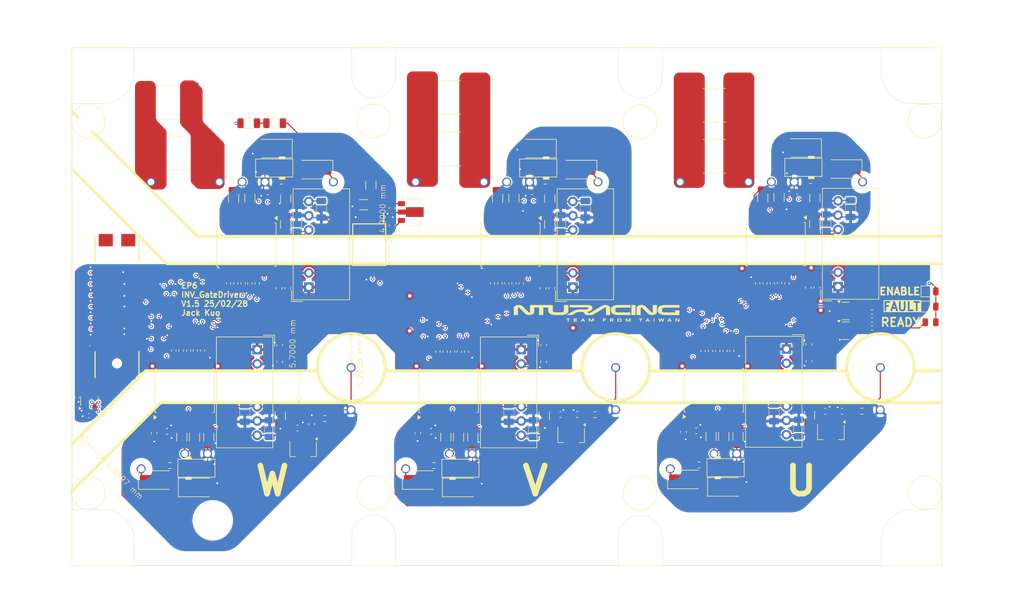
<source format=kicad_pcb>
(kicad_pcb (version 20240108) (generator "pcbnew") (generator_version "8.0")
  (title_block (title "INV_GateDriver") (date "2025-02-28") (rev "1.5") (company "NTURacing") (comment 1 "Jack Kuo 郭哲明"))
  (layers (0 "F.Cu" signal) (1 "In1.Cu" power) (2 "In2.Cu" signal) (31 "B.Cu" power) (34 "B.Paste" user) (35 "F.Paste" user) (36 "B.SilkS" user "B.Silkscreen") (37 "F.SilkS" user "F.Silkscreen") (38 "B.Mask" user) (39 "F.Mask" user) (44 "Edge.Cuts" user))
  (net 0 "")
  (net 1 "GND")
  (net 2 "+24V")
  (net 3 "/FLTN")
  (net 4 "/Vsense_DC")
  (net 5 "/VL")
  (net 6 "/WL")
  (net 7 "/RDY")
  (net 9 "/UL")
  (net 10 "/VH")
  (net 13 "/UH")
  (net 15 "/WH")
  (net 16 "/GATE_EN")
  (net 17 "Net-(D13-K)")
  (net 18 "Net-(D5-A)")
  (net 19 "Net-(D7-A)")
  (net 20 "Net-(D9-A)")
  (net 21 "Net-(D11-A)")
  (net 22 "Net-(U6-OUTH)")
  (net 23 "Net-(U6-OUTL)")
  (net 24 "Net-(U7-OUTH)")
  (net 25 "Net-(U7-OUTL)")
  (net 26 "Net-(U10-OUTH)")
  (net 27 "Net-(U10-OUTL)")
  (net 28 "Net-(U11-OUTH)")
  (net 29 "Net-(U11-OUTL)")
  (net 30 "/W_HV-")
  (net 31 "/W_HV+")
  (net 32 "/V_HV+")
  (net 33 "/V_HV-")
  (net 34 "/U_HV-")
  (net 35 "/U_HV+")
  (net 36 "Net-(D1-A)")
  (net 37 "Net-(D3-A)")
  (net 38 "Net-(U2-OUTH)")
  (net 39 "Net-(U2-OUTL)")
  (net 40 "Net-(U3-OUTH)")
  (net 41 "Net-(U3-OUTL)")
  (net 42 "/T_W")
  (net 43 "/T_V")
  (net 44 "/T_U")
  (net 45 "/Vsense_DCraw")
  (net 46 "+5V")
  (net 47 "/ISO_GND")
  (net 48 "/ISO_15V")
  (net 49 "/VW")
  (net 50 "/VV")
  (net 51 "/VU")
  (net 52 "Net-(U13-OUT)")
  (net 53 "Net-(IC1-VDD2)")
  (net 55 "Net-(U15-OUT)")
  (net 56 "Net-(U16-OUT)")
  (net 57 "Net-(R30-Pad1)")
  (net 58 "Net-(R32-Pad1)")
  (net 59 "+3V3")
  (net 60 "Net-(D14-K)")
  (net 61 "Net-(D15-K)")
  (net 62 "Net-(Q1-D)")
  (net 63 "Net-(Q3-D)")
  (net 64 "/GateDriverNodeW/+V_H")
  (net 65 "/GateDriverNodeW/0V_H")
  (net 66 "/GateDriverNodeW/-V_H")
  (net 67 "/GateDriverNodeW/DESAT_H")
  (net 68 "/GateDriverNodeW/DESAT_L")
  (net 69 "/GateDriverNodeW/-V_L")
  (net 70 "/GateDriverNodeW/AIN_H")
  (net 71 "/GateDriverNodeV/AIN_H")
  (net 72 "/GateDriverNodeU/AIN_H")
  (net 73 "/GateDriverNodeV/+V_H")
  (net 74 "/GateDriverNodeV/0V_H")
  (net 75 "/GateDriverNodeV/-V_H")
  (net 76 "/GateDriverNodeV/DESAT_H")
  (net 77 "/GateDriverNodeV/0V_L")
  (net 78 "/GateDriverNodeV/DESAT_L")
  (net 79 "/GateDriverNodeV/+V_L")
  (net 80 "/GateDriverNodeV/-V_L")
  (net 81 "/GateDriverNodeU/0V_H")
  (net 82 "/GateDriverNodeU/+V_H")
  (net 83 "/GateDriverNodeU/-V_H")
  (net 84 "/GateDriverNodeU/DESAT_H")
  (net 85 "/GateDriverNodeU/0V_L")
  (net 86 "/GateDriverNodeU/DESAT_L")
  (net 87 "/GateDriverNodeU/+V_L")
  (net 88 "/GateDriverNodeU/-V_L")
  (net 89 "/GateDriverNodeW/D_H")
  (net 90 "/GateDriverNodeV/D_H")
  (net 91 "/GateDriverNodeU/D_H")
  (net 92 "/GateDriverNodeU/G_H")
  (net 93 "/GateDriverNodeV/G_H")
  (net 94 "/GateDriverNodeU/G_L")
  (net 95 "/GateDriverNodeW/G_H")
  (net 96 "/GateDriverNodeW/G_L")
  (net 97 "/GateDriverNodeV/G_L")
  (net 98 "/GateDriverNodeW/AIN_L")
  (net 99 "/GateDriverNodeW/APWM_L")
  (net 100 "/GateDriverNodeV/AIN_L")
  (net 101 "/GateDriverNodeV/APWM_L")
  (net 102 "/GateDriverNodeU/AIN_L")
  (net 103 "/GateDriverNodeU/APWM_L")
  (net 104 "Net-(U2-IN+)")
  (net 105 "Net-(U2-FLTN)")
  (net 106 "Net-(U2-RSTN{slash}EN)")
  (net 107 "Net-(U2-IN-)")
  (net 108 "Net-(U2-RDY)")
  (net 109 "Net-(U3-FLTN)")
  (net 110 "Net-(U3-RDY)")
  (net 111 "Net-(U3-IN+)")
  (net 112 "Net-(U3-RSTN{slash}EN)")
  (net 113 "Net-(U3-IN-)")
  (net 114 "Net-(U6-RSTN{slash}EN)")
  (net 115 "Net-(U6-FLTN)")
  (net 116 "Net-(U6-IN-)")
  (net 117 "Net-(U6-RDY)")
  (net 118 "Net-(U6-IN+)")
  (net 119 "Net-(U7-FLTN)")
  (net 120 "Net-(U7-IN+)")
  (net 121 "Net-(U7-RSTN{slash}EN)")
  (net 122 "Net-(U7-IN-)")
  (net 123 "Net-(U7-RDY)")
  (net 124 "Net-(U10-IN-)")
  (net 125 "Net-(U10-IN+)")
  (net 126 "Net-(U10-FLTN)")
  (net 127 "Net-(U10-RSTN{slash}EN)")
  (net 128 "Net-(U10-RDY)")
  (net 129 "Net-(U11-RDY)")
  (net 130 "Net-(U11-RSTN{slash}EN)")
  (net 131 "Net-(U11-IN+)")
  (net 132 "Net-(U11-IN-)")
  (net 133 "Net-(U11-FLTN)")
  (footprint "Capacitor_SMD:C_0603_1608Metric" (layer "F.Cu") (at 94.3 67.6 180)
    (property "Reference" "C9" (hide yes))
    (property "Value" "1u")
  )
  (footprint "nturt_kicad_lib_EP6:Converter_DCDC_Murata_MGJ2DxxxxxxSC_THT" (layer "F.Cu") (at 92.399999 95.64 -90)
    (property "Reference" "U1" (hide yes))
    (property "Value" "MGJ2D241503SC")
  )
  (footprint "Package_TO_SOT_SMD:SOT-89-3" (layer "F.Cu") (at 119.9625 71.2)
    (property "Reference" "U14" (hide yes))
    (property "Value" "L78L05_SOT89")
  )
  (footprint "Capacitor_SMD:C_0603_1608Metric" (layer "F.Cu") (at 190.4 94.725 90)
    (property "Reference" "C38" (hide yes))
    (property "Value" "1u")
  )
  (footprint "Capacitor_SMD:C_0603_1608Metric" (layer "F.Cu") (at 170.397801 110.0852)
    (property "Reference" "C41" (hide yes))
    (property "Value" "1u")
  )
  (footprint "LED_SMD:LED_0805_2012Metric" (layer "F.Cu") (at 212 85.3)
    (property "Reference" "D13" (hide yes))
    (property "Value" "GREEN LED")
  )
  (footprint "Resistor_SMD:R_0402_1005Metric" (layer "F.Cu") (at 124.5 96 -90)
    (property "Reference" "R5" (hide yes))
    (property "Value" "100R")
  )
  (footprint "Resistor_SMD:R_0402_1005Metric" (layer "F.Cu") (at 171.6 95.9 -90)
    (property "Reference" "R6" (hide yes))
    (property "Value" "100R")
  )
  (footprint "Resistor_SMD:R_0603_1608Metric" (layer "F.Cu") (at 170.900001 116.1558)
    (property "Reference" "R27" (hide yes))
    (property "Value" "1k")
  )
  (footprint "Resistor_SMD:R_0603_1608Metric" (layer "F.Cu") (at 152.4 107.2268)
    (property "Reference" "R13" (hide yes))
    (property "Value" "1k")
  )
  (footprint "Resistor_SMD:R_0402_1005Metric" (layer "F.Cu") (at 135.5 83.9 90)
    (property "Reference" "R56" (hide yes))
    (property "Value" "33R")
  )
  (footprint "Resistor_SMD:R_0402_1005Metric" (layer "F.Cu") (at 77.6 95.8 -90)
    (property "Reference" "R1" (hide yes))
    (property "Value" "100R")
  )
  (footprint "Capacitor_SMD:C_1206_3216Metric" (layer "F.Cu") (at 177.800001 111.1 -90)
    (property "Reference" "C36" (hide yes))
    (property "Value" "1u")
  )
  (footprint "Diode_SMD:D_SMA" (layer "F.Cu") (at 175.900001 120.0674)
    (property "Reference" "DZ5" (hide yes))
    (property "Value" "1SMA5927")
  )
  (footprint "Diode_SMD:D_SMA" (layer "F.Cu") (at 189.117601 59.8186 180)
    (property "Reference" "DZ6" (hide yes))
    (property "Value" "1SMA5927")
  )
  (footprint "Resistor_SMD:R_1206_3216Metric" (layer "F.Cu") (at 128.174601 111.2 -90)
    (property "Reference" "R18" (hide yes))
    (property "Value" "5R1")
  )
  (footprint "Capacitor_SMD:C_0603_1608Metric" (layer "F.Cu") (at 99.5375 109.6)
    (property "Reference" "C5" (hide yes))
    (property "Value" "1u")
  )
  (footprint "Capacitor_SMD:C_0603_1608Metric" (layer "F.Cu") (at 146.2625 107.2)
    (property "Reference" "C27" (hide yes))
    (property "Value" "1u")
  )
  (footprint "Capacitor_SMD:C_0603_1608Metric" (layer "F.Cu") (at 196.3 106.6 180)
    (property "Reference" "C43" (hide yes))
    (property "Value" "1u")
  )
  (footprint "Capacitor_SMD:C_0603_1608Metric" (layer "F.Cu") (at 102.0625 108.9 90)
    (property "Reference" "C7" (hide yes))
    (property "Value" "1u")
  )
  (footprint "Package_TO_SOT_SMD:SOT-89-3" (layer "F.Cu") (at 100.5625 113.3 -90)
    (property "Reference" "U13" (hide yes))
    (property "Value" "L78L05_SOT89")
  )
  (footprint "Resistor_SMD:R_1206_3216Metric" (layer "F.Cu") (at 138 68.7 -90)
    (property "Reference" "R24" (hide yes))
    (property "Value" "2R")
  )
  (footprint "Resistor_SMD:R_0402_1005Metric" (layer "F.Cu") (at 201.6 90.4 180)
    (property "Reference" "R39" (hide yes))
    (property "Value" "2k2")
  )
  (footprint "Resistor_SMD:R_0402_1005Metric" (layer "F.Cu") (at 139.3 83.9 90)
    (property "Reference" "R47" (hide yes))
    (property "Value" "100R")
  )
  (footprint "Capacitor_SMD:C_0603_1608Metric" (layer "F.Cu") (at 144.735399 84.7344 90)
    (property "Reference" "C31" (hide yes))
    (property "Value" "0u1")
  )
  (footprint "PCM_Diode_SMD_AKL:D_SMAFL" (layer "F.Cu") (at 189.422401 63.273 180)
    (property "Reference" "D12" (hide yes))
    (property "Value" "SS54F" (hide yes))
  )
  (footprint "Resistor_SMD:R_0603_1608Metric" (layer "F.Cu") (at 76.9 116.2558)
    (property "Reference" "R2" (hide yes))
    (property "Value" "1k")
  )
  (footprint "PCM_Diode_SMD_AKL:D_SMAFL" (layer "F.Cu") (at 81.6 116.7384)
    (property "Reference" "D2" (hide yes))
    (property "Value" "SS54F" (hide yes))
  )
  (footprint "Capacitor_SMD:C_1206_3216Metric" (layer "F.Cu") (at 97.4544 68.8 -90)
    (property "Reference" "C10" (hide yes))
    (property "Value" "1u")
  )
  (footprint "SamacSys_Parts_EP6:B58035U5205M062" (layer "F.Cu") (at 76.6 51.7 90)
    (property "Reference" "C14" (hide yes))
    (property "Value" "DClink" (hide yes))
  )
  (footprint "Resistor_SMD:R_0402_1005Metric" (layer "F.Cu") (at 201.6 91.8 180)
    (property "Reference" "R40" (hide yes))
    (property "Value" "2k2")
  )
  (footprint "Resistor_SMD:R_0402_1005Metric" (layer "F.Cu") (at 89.9 83.9 90)
    (property "Reference" "R46" (hide yes))
    (property "Value" "100R")
  )
  (footprint "SamacSys_Parts_EP6:FX2630S1SV20" (layer "F.Cu") (at 67.5 88 -90)
    (property "Reference" "J1" (hide yes))
    (property "Value" "FX26-30S-1SV20" (hide yes))
  )
  (footprint "Resistor_SMD:R_0402_1005Metric" (layer "F.Cu") (at 181.3 83.9 90)
    (property "Reference" "R57" (hide yes))
    (property "Value" "33R")
  )
  (footprint "Resistor_SMD:R_0402_1005Metric" (layer "F.Cu") (at 127.1 96 -90)
    (property "Reference" "R20" (hide yes))
    (property "Value" "100R")
  )
  (footprint "Capacitor_SMD:C_0402_1005Metric" (layer "F.Cu") (at 62.5 107.4)
    (property "Reference" "C62" (hide yes))
    (property "Value" "1u")
  )
  (footprint "Resistor_SMD:R_1206_3216Metric" (layer "F.Cu") (at 88.199999 68.7578 90)
    (property "Reference" "R11" (hide yes))
    (property "Value" "5R1")
  )
  (footprint "Resistor_SMD:R_0402_1005Metric" (layer "F.Cu") (at 125.8 96 -90)
    (property "Reference" "R9" (hide yes))
    (property "Value" "100R")
  )
  (footprint "Resistor_SMD:R_0402_1005Metric" (layer "F.Cu") (at 128.3 96 -90)
    (property "Reference" "R42" (hide yes))
    (property "Value" "33R")
  )
  (footprint "Capacitor_SMD:C_0603_1608Metric" (layer "F.Cu") (at 149.2625 107.2 180)
    (property "Reference" "C40" (hide yes))
    (property "Value" "1u")
  )
  (footprint "Resistor_SMD:R_1206_3216Metric" (layer "F.Cu") (at 182.2 68.6578 90)
    (property "Reference" "R36" (hide yes))
    (property "Value" "5R1")
  )
  (footprint "nturt_kicad_lib_EP6:Converter_DCDC_Murata_MGJ2DxxxxxxSC_THT" (layer "F.Cu") (at 195.569201 84.4566 90)
    (property "Reference" "U12" (hide yes))
    (property "Value" "MGJ2D241503SC")
  )
  (footprint "MountingHole:MountingHole_3.2mm_M3" (layer "F.Cu") (at 145.5 50)
    (property "Reference" "H1" (hide yes))
    (property "Value" "MountingHole")
  )
  (footprint "Resistor_SMD:R_0402_1005Metric" (layer "F.Cu") (at 134.2 83.9 90)
    (property "Reference" "R55" (hide yes))
    (property "Value" "33R")
  )
  (footprint "Resistor_SMD:R_0402_1005Metric" (layer "F.Cu") (at 82.7 95.8 -90)
    (property "Reference" "R23" (hide yes))
    (property "Value" "33R")
  )
  (footprint "Package_SO:SOIC-16W_7.5x10.3mm_P1.27mm" (layer "F.Cu") (at 90.4948 76.9874 -90)
    (property "Reference" "U3" (hide yes))
    (property "Value" "UCC2175")
  )
  (footprint "Package_TO_SOT_SMD:SOT-23" (layer "F.Cu") (at 196.9 88.8)
    (property "Reference" "Q1" (hide yes))
    (property "Value" "2N7002")
  )
  (footprint "Diode_SMD:D_SMA" (layer "F.Cu") (at 196.331201 63.5524 180)
    (property "Reference" "D11" (hide yes))
    (property "Value" "STTH112A")
  )
  (footprint "Resistor_SMD:R_1206_3216Metric" (layer "F.Cu") (at 111.3 69.9)
    (property "Reference" "R37" (hide yes))
    (property "Value" "33k")
  )
  (footprint "LED_SMD:LED_0805_2012Metric" (layer "F.Cu") (at 212 88)
    (property "Reference" "D14" (hide yes))
    (property "Value" "RED LED")
  )
  (footprint "Capacitor_SMD:C_0603_1608Metric" (layer "F.Cu") (at 191.835399 84.6344 90)
    (property "Reference" "C47" (hide yes))
    (property "Value" "0u1")
  )
  (footprint "Diode_SMD:D_SMA" (layer "F.Cu") (at 95.1176 59.9186 180)
    (property "Reference" "DZ2" (hide yes))
    (property "Value" "1SMA5927")
  )
  (footprint "Resistor_SMD:R_1206_3216Metric" (layer "F.Cu") (at 91.099999 68.7 -90)
    (property "Reference" "R10" (hide yes))
    (property "Value" "2R")
  )
  (footprint "Resistor_SMD:R_1206_3216Metric" (layer "F.Cu") (at 185.1 68.6 -90)
    (property "Reference" "R35" (hide yes))
    (property "Value" "2R")
  )
  (footprint "Capacitor_SMD:C_0603_1608Metric" (layer "F.Cu") (at 96.399999 97.825001 -90)
    (property "Reference" "C2" (hide yes))
    (property "Value" "0u1")
  )
  (footprint "Resistor_SMD:R_1206_3216Metric" (layer "F.Cu") (at 173.014001 111.1012 90)
    (property "Reference" "R28" (hide yes))
    (property "Value" "2R")
  )
  (footprint "nturt_kicad_lib_EP6:Converter_DCDC_Murata_MGJ2DxxxxxxSC_THT" (layer "F.Cu") (at 139.3 95.64 -90)
    (property "Reference" "U5" (hide yes))
    (property "Value" "MGJ2D241503SC")
  )
  (footprint "Capacitor_SMD:C_0603_1608Metric" (layer "F.Cu") (at 74.1 110.5 -90)
    (property "Reference" "C26" (hide yes))
    (property "Value" "1u")
  )
  (footprint "Capacitor_SMD:C_0603_1608Metric" (layer "F.Cu") (at 193.3 106.6)
    (property "Reference" "C42" (hide yes))
    (property "Value" "1u")
  )
  (footprint "nturt_kicad_lib_EP6:Converter_DCDC_Murata_MGJ2DxxxxxxSC_THT" (layer "F.Cu") (at 101.5692 84.5566 90)
    (property "Reference" "U4" (hide yes))
    (property "Value" "MGJ2D241503SC")
  )
  (footprint "Diode_SMD:D_SMA" (layer "F.Cu") (at 168.800001 118.7466)
    (property "Reference" "D9" (hide yes))
    (property "Value" "STTH112A")
  )
  (footprint "Capacitor_SMD:C_0603_1608Metric" (layer "F.Cu") (at 123.297801 110.1852)
    (property "Reference" "C25" (hide yes))
    (property "Value" "1u")
  )
  (footprint "SamacSys_Parts_EP6:SOIC127P1031X265-8N" (layer "F.Cu") (at 112.3 77 -90)
    (property "Reference" "IC1" (hide yes))
    (property "Value" "ADUM4195-1BRIZ" (hide yes))
  )
  (footprint "Resistor_SMD:R_0402_1005Metric" (layer "F.Cu") (at 174.2 95.9 -90)
    (property "Reference" "R21" (hide yes))
    (property "Value" "100R")
  )
  (footprint "Capacitor_SMD:C_1206_3216Metric" (layer "F.Cu") (at 191.454401 68.7 -90)
    (property "Reference" "C45" (hide yes))
    (property "Value" "1u")
  )
  (footprint "Capacitor_SMD:C_0603_1608Metric" (layer "F.Cu") (at 96.399999 94.825 90)
    (property "Reference" "C3" (hide yes))
    (property "Value" "1u")
  )
  (footprint "LED_SMD:LED_0805_2012Metric" (layer "F.Cu") (at 212 90.8)
    (property "Reference" "D15" (hide yes))
    (property "Value" "WHITE LED")
  )
  (footprint "Resistor_SMD:R_0402_1005Metric" (layer "F.Cu") (at 176.7 95.9 -90)
    (property "Reference" "R31" (hide yes))
    (property "Value" "33R")
  )
  (footprint "SamacSys_Parts_EP6:B58035U5205M062" (layer "F.Cu") (at 126.6 60 90)
    (property "Reference" "C34" (hide yes))
    (property "Value" "DClink" (hide yes))
  )
  (footprint "Capacitor_SMD:C_0603_1608Metric" (layer "F.Cu") (at 143.3 97.825001 -90)
    (property "Reference" "C21" (hide yes))
    (property "Value" "0u1")
  )
  (footprint "Resistor_SMD:R_0603_1608Metric" (layer "F.Cu") (at 190.667001 65.6 180)
    (property "Reference" "R33" (hide yes))
    (property "Value" "1k")
  )
  (footprint "Diode_SMD:D_SMA" (layer "F.Cu") (at 149.231201 63.6524 180)
    (property "Reference" "D7" (hide yes))
    (property "Value" "STTH112A")
  )
  (footprint "Package_SO:SOIC-16W_7.5x10.3mm_P1.27mm" (layer "F.Cu") (at 79.522 102.9716 90)
    (property "Reference" "U2" (hide yes))
    (property "Value" "UCC2175")
  )
  (footprint "Capacitor_SMD:C_0603_1608Metric" (layer "F.Cu") (at 116.3625 73.6 90)
    (property "Reference" "C8" (hide yes))
    (property "Value" "1u")
  )
  (footprint "Capacitor_SMD:C_0603_1608Metric" (layer "F.Cu") (at 76.3978 110.1852)
    (property "Reference" "C6" (hide yes))
    (property "Value" "1u")
  )
  (footprint "MountingHole:MountingHole_3.2mm_M3" (layer "F.Cu") (at 84.5 126)
    (property "Reference" "H3" (hide yes))
    (property "Value" "MountingHole")
  )
  (footprint "Capacitor_SMD:C_1206_3216Metric" (layer "F.Cu") (at 130.700001 111.2 -90)
    (property "Reference" "C20" (hide yes))
    (property "Value" "1u")
  )
  (footprint "Resistor_SMD:R_1206_3216Metric" (layer "F.Cu") (at 90.9 55.4 180)
    (property "Reference" "R30" (hide yes))
    (property "Value" "2M")
  )
  (footprint "Capacitor_SMD:C_1206_3216Metric" (layer "F.Cu") (at 190.500001 107.3 90)
    (property "Reference" "C39" (hide yes))
    (property "Value" "1u")
  )
  (footprint "Resistor_SMD:R_1206_3216Metric" (layer "F.Cu") (at 135.1 68.7578 90)
    (property "Reference" "R25" (hide yes))
    (property "Value" "5R1")
  )
  (footprint "Capacitor_SMD:C_0603_1608Metric" (layer "F.Cu") (at 120.91 110.5 -90)
    (property "Reference" "C18" (hide yes))
    (property "Value" "1u")
  )
  (footprint "Resistor_SMD:R_0402_1005Metric" (layer "F.Cu") (at 78.9 95.8 -90)
    (property "Reference" "R7" (hide yes))
    (property "Value" "100R")
  )
  (footprint "Resistor_SMD:R_0402_1005Metric" (layer "F.Cu") (at 87.3 83.9 90)
    (property "Reference" "R53" (hide yes))
    (property "Value" "33R")
  )
  (footprint "Resistor_SMD:R_0402_1005Metric" (layer "F.Cu") (at 92.4 83.9 90)
    (property "Reference" "R44" (hide yes))
    (property "Value" "100R")
  )
  (footprint "Package_SO:SOIC-16W_7.5x10.3mm_P1.27mm" (layer "F.Cu") (at 126.422001 102.9716 90)
    (property "Reference" "U6" (hide yes))
    (property "Value" "UCC2175")
  )
  (footprint "PCM_Diode_SMD_AKL:D_SMAFL" (layer "F.Cu") (at 142.322401 63.373 180)
    (property "Reference" "D8" (hide yes))
    (property "Value" "SS54F" (hide yes))
  )
  (footprint "PCM_Diode_SMD_AKL:D_SMAFL" (layer "F.Cu") (at 95.4224 63.373 180)
    (property "Reference" "D4" (hide yes))
    (property "Value" "SS54F" (hide yes))
  )
  (footprint "Resistor_SMD:R_0603_1608Metric" (layer "F.Cu") (at 104.4 107.9)
    (property "Reference" "R12" (hide yes))
    (property "Value" "100k")
  )
  (footprint "Package_TO_SOT_SMD:SOT-23-3" (layer "F.Cu") (at 62.6 104.8 90)
    (property "Reference" "U17" (hide yes))
    (property "Value" "XC6206P332MR-G")
  )
  (footprint "Capacitor_SMD:C_0603_1608Metric" (layer "F.Cu") (at 190.4 97.725001 -90)
    (property "Reference" "C37" (hide yes))
    (property "Value" "0u1")
  )
  (footprint "Capacitor_SMD:C_0603_1608Metric" (layer "F.Cu") (at 96.285998 84.7344 90)
    (property "Reference" "C13" (hide yes))
    (property "Value" "1u")
  )
  (footprint "Capacitor_SMD:C_0603_1608Metric" (layer "F.Cu") (at 97.835398 84.7344 90)
    (property "Reference" "C12" (hide yes))
    (property "Value" "0u1")
  )
  (footprint "Resistor_SMD:R_0402_1005Metric" (layer "F.Cu") (at 172.9 95.9 -90)
    (property "Reference" "R15" (hide yes))
    (property "Value" "100R")
  )
  (footprint "Capacitor_SMD:C_1206_3216Metric" (layer "F.Cu") (at 144.354401 73.4 -90)
    (property "Reference" "C33" (hide yes))
    (property "Value" "1u")
  )
  (footprint "SamacSys_Parts_EP6:B58035U5205M062" (layer "F.Cu") (at 126.5 50.8 90)
    (property "Reference" "C35" (hide yes))
    (property "Value" "DClink" (hide yes))
  )
  (footprint "Resistor_SMD:R_0402_1005Metric" (layer "F.Cu") (at 185.2 83.8 90)
    (property "Reference" "R51" (hide yes))
    (property "Value" "100R")
  )
  (footprint "Resistor_SMD:R_0402_1005Metric" (layer "F.Cu") (at 138 83.9 90)
    (property "Reference" "R48" (hide yes))
    (property "Value" "100R")
  )
  (footprint "Package_TO_SOT_SMD:SOT-89-3" (layer "F.Cu") (at 148.1625 110.8 -90)
    (property "Reference" "U15" (hide yes))
    (property "Value" "L78L05_SOT89")
  )
  (footprint "Capacitor_SMD:C_1206_3216Metric" (layer "F.Cu") (at 191.454401 73.3 -90)
    (property "Reference" "C49" (hide yes))
    (property "Value" "1u")
  )
  (footprint "Capacitor_SMD:C_0402_1005Metric" (layer "F.Cu") (at 60.4 104.1625 90)
    (property "Reference" "C61" (hide yes))
    (property "Value" "1u")
  )
  (footprint "Capacitor_SMD:C_0603_1608Metric" (layer "F.Cu") (at 188.300001 67.5 180)
    (property "Reference" "C44" (hide yes))
    (property "Value" "1u")
  )
  (footprint "Resistor_SMD:R_0603_1608Metric" (layer "F.Cu") (at 143.567001 65.7 180)
    (property "Reference" "R22" (hide yes))
    (property "Value" "1k")
  )
  (footprint "SamacSys_Parts_EP6:B58035U5205M062" (layer "F.Cu") (at 78.5 60.7 90)
    (property "Reference" "C15" (hide yes))
    (property "Value" "DClink" (hide yes))
  )
  (footprint "Diode_SMD:D_SMA" (layer "F.Cu") (at 74.8 118.8466)
    (property "Reference" "D1" (hide yes))
    (property "Value" "STTH112A")
  )
  (footprint "Capacitor_SMD:C_0603_1608Metric" (layer "F.Cu") (at 143.185999 84.7344 90)
    (property "Reference" "C32" (hide yes))
    (property "Value" "1u")
  )
  (footprint "SamacSys_Parts_EP6:B58035U5205M062" (layer "F.Cu") (at 173.6 52.2 90)
    (property "Reference" "C51" (hide yes))
    (property "Value" "DClink" (hide yes))
  )
  (footprint "Resistor_SMD:R_1206_3216Metric" (layer "F.Cu") (at 81.2746 111.2 -90)
    (property "Reference" "R4" (hide yes))
    (property "Value" "5R1")
  )
  (footprint "Capacitor_SMD:C_1206_3216Metric" (layer "F.Cu") (at 96.5 107.4 90)
    (property "Reference" "C4" (hide yes))
    (property "Value" "1u")
  )
  (footprint "Capacitor_SMD:C_1206_3216Metric" (layer "F.Cu") (at 97.4544 73.4 -90)
    (property "Reference" "C16" (hide yes))
    (property "Value" "1u")
  )
  (footprint "Resistor_SMD:R_0603_1608Metric" (layer "F.Cu") (at 199.8 106.6)
    (property "Reference" "R14" (hide yes))
    (property "Value" "1k")
  )
  (footprint "PCM_Diode_SMD_AKL:D_SMAFL" (layer "F.Cu") (at 175.600001 116.6384)
    (property "Reference" "D10" (hide yes))
    (property "Value" "SS54F" (hide yes))
  )
  (footprint "Package_TO_SOT_SMD:SOT-89-3" (layer "F.Cu") (at 194.3 110.3 -90)
    (property "Reference" "U16" (hide yes))
    (property "Value" "L78L05_SOT89")
  )
  (footprint "Capacitor_SMD:C_0603_1608Metric" (layer "F.Cu") (at 168.1 110.3 -90)
    (property "Reference" "C19" (hide yes))
    (property "Value" "1u")
  )
  (footprint "Capacitor_SMD:C_1206_3216Metric" (layer "F.Cu") (at 144.354401 68.8 -90)
    (property "Reference" "C29" (hide yes))
    (property "Value" "1u")
  )
  (footprint "Diode_SMD:D_SMA" (layer "F.Cu") (at 128.800001 120.1674)
    (property "Reference" "DZ3" (hide yes))
    (property "Value" "1SMA5927")
  )
  (footprint "Capacitor_SMD:C_0603_1608Metric" (layer "F.Cu") (at 116.3625 70.5 -90)
    (property "Reference" "C24" (hide yes))
    (property "Value" "1u")
  )
  (footprint "Resistor_SMD:R_0402_1005Metric" (layer "F.Cu") (at 80.2 95.8 -90)
    (property "Reference" "R19" (hide yes))
    (property "Value" "100R")
  )
  (footprint "Diode_SMD:D_SMA" (layer "F.Cu") (at 142.017601 59.9186 180)
    (property "Reference" "DZ4" (hide yes))
    (property "Value" "1SMA5927")
  )
  (footprint "Capacitor_SMD:C_1206_3216Metric" (layer "F.Cu") (at 83.8 111.2 -90)
    (property "Reference" "C1" (hide yes))
    (property "Value" "1u")
  )
  (footprint "Package_TO_SOT_SMD:SOT-23" (layer "F.Cu") (at 196.9 92.3)
    (property "Reference" "Q3" (hide yes))
    (property "Value" "2N7002")
  )
  (footprint "PCM_Diode_SMD_AKL:D_SMAFL" (layer "F.Cu") (at 128.500001 116.7384)
    (property "Reference" "D6" (hide yes))
    (property "Value" "SS54F" (hide yes))
  )
  (footprint "Capacitor_SMD:C_0603_1608Metric" (layer "F.Cu") (at 141.200001 67.6 180)
    (property "Reference" "C28" (hide yes))
    (property "Value" "1u")
  )
  (footprint "Diode_SMD:D_SMA" (layer "F.Cu") (at 81.9 120.1674)
    (property "Reference" "DZ1" (hide yes))
    (property "Value" "1SMA5927")
  )
  (footprint "Resistor_SMD:R_1206_3216Metric" (layer "F.Cu") (at 95.5 55.4 180)
    (property "Reference" "R32" (hide yes))
    (property "Value" "2M")
  )
  (footprint "Resistor_SMD:R_0402_1005Metric" (layer "F.Cu") (at 91.1 83.9 90)
    (property "Reference" "R45" (hide yes))
    (property "Value" "100R")
  )
  (footprint "Resistor_SMD:R_0402_1005Metric" (layer "F.Cu") (at 136.7 83.9 90)
    (property "Reference" "R49" (hide yes))
    (property "Value" "100R")
  )
  (footprint "nturt_kicad_lib_EP6:Converter_DCDC_Murata_MGJ2DxxxxxxSC_THT" (layer "F.Cu") (at 148.469201 84.5566 90)
    (property "Reference" "U8" (hide yes))
    (property "Value" "MGJ2D241503SC")
  )
  (footprint "Resistor_SMD:R_0402_1005Metric" (layer "F.Cu") (at 182.6 83.9 90)
    (property "Reference" "R58" (hide yes))
    (property "Value" "33R")
  )
  (footprint "Resistor_SMD:R_0402_1005Metric" (layer "F.Cu") (at 88.6 83.9 90)
    (property "Reference" "R54" (hide yes))
    (property "Value" "33R")
  )
  (footprint "Resistor_SMD:R_1206_3216Metric" (layer "F.Cu") (at 112.6 66.4 90)
    (property "Reference" "R34" (hide yes))
    (property "Value" "2M")
  )
  (footprint "MountingHole:MountingHole_3.2mm_M3" (layer "F.Cu") (at 145.5 126)
    (property "Reference" "H4" (hide yes))
    (property "Value" "MountingHole")
  )
  (footprint "MountingHole:MountingHole_3.2mm_M3" (layer "F.Cu") (at 102.5 50)
    (property "Reference" "H2" (hide yes))
    (property "Value" "MountingHole")
  )
  (footprint "Diode_SMD:D_SMA" (layer "F.Cu") (at 121.700001 118.8466)
    (property "Reference" "D5" (hide yes))
    (property "Value" "STTH112A")
  )
  (footprint "Resistor_SMD:R_0402_1005Metric" (layer "F.Cu") (at 129.6 96 -90)
    (property "Reference" "R26" (hide yes))
    (property "Value" "33R")
  )
  (footprint "SamacSys_Parts_EP6:B58035U5205M062" (layer "F.Cu") (at 173.6 61.3 90)
    (property "Reference" "C50" (hide yes))
    (property "Value" "DClink" (hide yes))
  )
  (footprint "Capacitor_SMD:C_0603_1608Metric" (layer "F.Cu") (at 190.285999 84.6344 90)
    (property "Reference" "C48" (hide yes))
    (property "Value" "1u")
  )
  (footprint "Resistor_SMD:R_1206_3216Metric" (layer "F.Cu") (at 125.914001 111.2012 90)
    (property "Reference" "R17" (hide yes))
    (property "Value" "2R")
  )
  (footprint "Diode_SMD:D_SMA" (layer "F.Cu") (at 102.3312 63.6524 180)
    (property "Reference" "D3" (hide yes))
    (property "Value" "STTH112A")
  )
  (footprint "Resistor_SMD:R_1206_3216Metric" (layer "F.Cu") (at 175.274601 111.1 -90)
    (property "Reference" "R29" (hide yes))
    (property "Value" "5R1")
  )
  (footprint "Resistor_SMD:R_0402_1005Metric" (layer "F.Cu") (at 201.6 89 180)
    (property "Reference" "R38" (hide yes))
    (property "Value" "2k2")
  )
  (footprint "Capacitor_SMD:C_1206_3216Metric" (layer "F.Cu") (at 143.400001 107.4 90)
    (property "Reference" "C23" (hide yes))
    (property "Value" "1u")
  )
  (footprint "nturt_kicad_lib_EP6:Converter_DCDC_Murata_MGJ2DxxxxxxSC_THT" (layer "F.Cu") (at 186.4 95.54 -90)
    (property "Reference" "U9" (hide yes))
    (property "Value" "MGJ2D241503SC")
  )
  (footprint "Package_SO:SOIC-16W_7.5x10.3mm_P1.27mm" (layer "F.Cu") (at 137.394801 76.9874 -90)
    (property "Reference" "U7" (hide yes))
    (property "Value" "UCC2175")
  )
  (footprint "Resistor_SMD:R_0402_1005Metric" (layer "F.Cu") (at 175.5 95.9 -90)
    (property "Reference" "R43" (hide yes))
    (property "Value" "33R")
  )
  (footprint "Resistor_SMD:R_0603_1608Metric" (layer "F.Cu") (at 96.667 65.7 180)
    (property "Reference" "R8" (hide yes))
    (property "Value" "1k")
  )
  (footprint "Resistor_SMD:R_0603_1608Metric" (layer "F.Cu") (at 123.800001 116.2558)
    (property "Reference" "R16" (hide yes))
    (property "Value" "1k")
  )
  (footprint "Resistor_SMD:R_0402_1005Metric" (layer "F.Cu") (at 186.5 83.9 90)
    (property "Reference" "R50" (hide yes))
    (property "Value" "100R")
  )
  (footprint "Package_SO:SOIC-16W_7.5x10.3mm_P1.27mm" (layer "F.Cu") (at 184.494801 76.8874 -90)
    (property "Reference" "U11" (hide yes))
    (property "Value" "UCC2175")
  )
  (footprint "Resistor_SMD:R_0402_1005Metric" (layer "F.Cu") (at 81.4 95.79 -90)
    (property "Reference" "R41" (hide yes))
    (property "Value" "33R")
  )
  (footprint "Capacitor_SMD:C_0603_1608Metric" (layer "F.Cu") (at 143.3 94.825 90)
    (property "Reference" "C22" (hide yes))
    (property "Value" "1u")
  )
  (footprint "Resistor_SMD:R_1206_3216Metric" (layer "F.Cu") (at 79.014 111.2012 90)
    (property "Reference" "R3" (hide yes))
    (property "Value" "2R")
  )
  (footprint "Resistor_SMD:R_0402_1005Metric" (layer "F.Cu") (at 183.9 83.9 90)
    (property "Reference" "R52" (hide yes))
    (property "Value" "100R")
  )
  (footprint "Package_SO:SOIC-16W_7.5x10.3mm_P1.27mm" (layer "F.Cu") (at 173.522001 102.8716 90)
    (property "Reference" "U10" (hide yes))
    (property "Value" "UCC2175")
  )
  (footprint "nturt_kicad_lib_EP6:InverterSiCModule_HybridPack" (layer "F.Cu") (at 85.73 47)
    (property "Reference" "M1" (hide yes))
    (property "Value" "~")
  )
  (footprint "Capacitor_SMD:C_1206_3216Metric" (layer "B.Cu") (at 193.400001 73.1 -90)
    (property "Reference" "C60" (hide yes))
    (property "Value" "1u")
  )
  (footprint "Capacitor_SMD:C_1206_3216Metric" (layer "B.Cu") (at 188.600001 109.6 90)
    (property "Reference" "C56" (hide yes))
    (property "Value" "1u")
  )
  (footprint "Capacitor_SMD:C_1206_3216Metric" (layer "B.Cu") (at 150.700001 70.7 -90)
    (property "Reference" "C30" (hide yes))
    (property "Value" "1u")
  )
  (footprint "Capacitor_SMD:C_1206_3216Metric" (layer "B.Cu") (at 99.4 73.2 -90)
    (property "Reference" "C58" (hide yes))
    (property "Value" "1u")
  )
  (footprint "Capacitor_SMD:C_1206_3216Metric" (layer "B.Cu") (at 197.800001 70.6 -90)
    (property "Reference" "C46" (hide yes))
    (property "Value" "1u")
  )
  (footprint "Capacitor_SMD:C_1206_3216Metric" (layer "B.Cu") (at 141.500001 109.7 90)
    (property "Reference" "C54" (hide yes))
    (property "Value" "1u")
  )
  (footprint "Capacitor_SMD:C_1206_3216Metric" (layer "B.Cu") (at 137.100001 107 90)
    (property "Reference" "C55" (hide yes))
    (property "Value" "1u")
  )
  (footprint "Capacitor_SMD:C_1206_3216Metric" (layer "B.Cu") (at 94.6 109.7 90)
    (property "Reference" "C52" (hide yes))
    (property "Value" "1u")
  )
  (footprint "Capacitor_SMD:C_1206_3216Metric" (layer "B.Cu") (at 90.2 107 90)
    (property "Reference" "C53" (hide yes))
    (property "Value" "1u")
  )
  (footprint "Capacitor_SMD:C_1206_3216Metric" (layer "B.Cu") (at 103.8 70.7 -90)
    (property "Reference" "C11" (hide yes))
    (property "Value" "1u")
  )
  (footprint "Capacitor_SMD:C_1206_3216Metric" (layer "B.Cu") (at 184.200001 106.9 90)
    (property "Reference" "C57" (hide yes))
    (property "Value" "1u")
  )
  (footprint "Capacitor_SMD:C_1206_3216Metric" (layer "B.Cu") (at 146.300001 73.2 -90)
    (property "Reference" "C59" (hide yes))
    (property "Value" "1u")
  )
  (gr_poly (pts (xy 150.111943 87.716545) (xy 150.54367 87.717077) (xy 150.713823 87.717656) (xy 150.857209 87.71852) (xy 150.976608 87.719726) (xy 151.0748 87.721331) (xy 151.154566 87.723391) (xy 151.218685 87.725964) (xy 151.245745 87.727461) (xy 151.269937 87.729107) (xy 151.291607 87.73091) (xy 151.311102 87.732877) (xy 151.328771 87.735015) (xy 151.344961 87.737331) (xy 151.360019 87.739831) (xy 151.374294 87.742525) (xy 151.40188 87.748516) (xy 151.430499 87.755362) (xy 151.47699 87.767551) (xy 151.521773 87.781172) (xy 151.564795 87.796188) (xy 151.606005 87.812562) (xy 151.64535 87.830257) (xy 151.682777 87.849236) (xy 151.718235 87.869461) (xy 151.751671 87.890895) (xy 151.783032 87.913502) (xy 151.812267 87.937243) (xy 151.826071 87.949528) (xy 151.839323 87.962082) (xy 151.852018 87.974901) (xy 151.864148 87.987981) (xy 151.875707 88.001317) (xy 151.886689 88.014903) (xy 151.897087 88.028737) (xy 151.906894 88.042812) (xy 151.916104 88.057124) (xy 151.924711 88.071669) (xy 151.932708 88.086442) (xy 151.940087 88.101438) (xy 151.946968 88.116497) (xy 151.949802 88.123284) (xy 151.952267 88.129789) (xy 151.954387 88.136174) (xy 151.956189 88.142598) (xy 151.957697 88.149222) (xy 151.958939 88.156206) (xy 151.959938 88.163712) (xy 151.960721 88.171898) (xy 151.961314 88.180927) (xy 151.961741 88.190958) (xy 151.962203 88.214668) (xy 151.962312 88.244313) (xy 151.961886 88.271189) (xy 151.961134 88.293972) (xy 151.960604 88.304061) (xy 151.959954 88.313406) (xy 151.959172 88.3221) (xy 151.958244 88.330236) (xy 151.957158 88.337907) (xy 151.955902 88.345206) (xy 151.954461 88.352225) (xy 151.952824 88.359059) (xy 151.950978 88.3658) (xy 151.94891 88.37254) (xy 151.946607 88.379374) (xy 151.944056 88.386394) (xy 151.923783 88.433911) (xy 151.898771 88.479963) (xy 151.869157 88.524462) (xy 151.835077 88.567319) (xy 151.796667 88.608446) (xy 151.754063 88.647755) (xy 151.707401 88.685156) (xy 151.656818 88.720563) (xy 151.602448 88.753885) (xy 151.544429 88.785036) (xy 151.482896 88.813927) (xy 151.417986 88.840468) (xy 151.349834 88.864573) (xy 151.278576 88.886152) (xy 151.204349 88.905118) (xy 151.127288 88.921381) (xy 151.053469 88.935669) (xy 151.202693 89.083307) (xy 151.351124 89.231737) (xy 152.502062 88.540381) (xy 153.329546 88.045776) (xy 153.592377 87.890188) (xy 153.702212 87.8268) (xy 153.73251 87.813996) (xy 153.765849 87.801313) (xy 153.801625 87.788947) (xy 153.839234 87.777092) (xy 153.87807 87.765943) (xy 153.91753 87.755698) (xy 153.957008 87.746549) (xy 153.9959 87.738694) (xy 154.021323 87.734508) (xy 154.04833 87.730882) (xy 154.106219 87.725312) (xy 154.167811 87.721993) (xy 154.231347 87.720934) (xy 154.295068 87.722144) (xy 154.357218 87.725634) (xy 154.416038 87.731412) (xy 154.44365 87.735162) (xy 154.46977 87.739487) (xy 154.531758 87.752073) (xy 154.591412 87.767135) (xy 154.648572 87.784565) (xy 154.703082 87.804253) (xy 154.729293 87.814909) (xy 154.754782 87.826089) (xy 154.77953 87.837779) (xy 154.803516 87.849965) (xy 154.82672 87.862633) (xy 154.849124 87.87577) (xy 154.870706 87.889363) (xy 154.891448 87.903397) (xy 154.91133 87.917859) (xy 154.930331 87.932735) (xy 154.948433 87.948012) (xy 154.965615 87.963676) (xy 154.981857 87.979712) (xy 154.99714 87.996109) (xy 155.011444 88.012851) (xy 155.024749 88.029926) (xy 155.037036 88.047319) (xy 155.048284 88.065017) (xy 155.058475 88.083006) (xy 155.067587 88.101273) (xy 155.075602 88.119804) (xy 155.082499 88.138585) (xy 155.08826 88.157603) (xy 155.092863 88.176844) (xy 155.095286 88.196384) (xy 155.097216 88.232109) (xy 155.099709 88.35762) (xy 155.100564 88.564392) (xy 155.100006 88.863438) (xy 155.097624 89.506375) (xy 154.726943 89.508756) (xy 154.355468 89.510344) (xy 154.355468 88.223675) (xy 154.33642 88.204625) (xy 154.333083 88.201491) (xy 154.329481 88.198489) (xy 154.32154 88.19289) (xy 154.31271 88.187844) (xy 154.303106 88.183368) (xy 154.292842 88.179478) (xy 154.282031 88.17619) (xy 154.270788 88.173521) (xy 154.259226 88.171486) (xy 154.24746 88.170103) (xy 154.235603 88.169387) (xy 154.223769 88.169355) (xy 154.212072 88.170023) (xy 154.200627 88.171407) (xy 154.189546 88.173523) (xy 154.178945 88.176388) (xy 154.168937 88.180019) (xy 153.826633 88.382028) (xy 153.042606 88.850737) (xy 151.944056 89.510344) (xy 150.827249 89.510344) (xy 150.549437 89.232531) (xy 150.271625 88.954719) (xy 149.918406 88.954719) (xy 149.774823 88.955204) (xy 149.657498 88.956964) (xy 149.607145 88.958464) (xy 149.561512 88.960453) (xy 149.519982 88.962989) (xy 149.481943 88.966129) (xy 149.446777 88.969929) (xy 149.413871 88.974446) (xy 149.382609 88.979738) (xy 149.352376 88.985861) (xy 149.322556 88.992873) (xy 149.292536 89.000829) (xy 149.261699 89.009788) (xy 149.229432 89.019807) (xy 149.187376 89.033734) (xy 149.147935 89.04863) (xy 149.106355 89.067022) (xy 149.057882 89.091442) (xy 148.997763 89.12442) (xy 148.921245 89.168486) (xy 148.7 89.3) (xy 148.349163 89.510344) (xy 147.846719 89.508756) (xy 147.344276 89.506375) (xy 147.918949 89.161094) (xy 148.280503 88.944673) (xy 148.40132 88.873028) (xy 148.491442 88.820377) (xy 148.557826 88.782683) (xy 148.58429 88.768183) (xy 148.607429 88.755909) (xy 148.628112 88.745356) (xy 148.647209 88.736019) (xy 148.684124 88.718975) (xy 148.722824 88.702476) (xy 148.763451 88.686358) (xy 148.849485 88.655537) (xy 148.940225 88.627041) (xy 149.033672 88.601401) (xy 149.127826 88.579146) (xy 149.220687 88.560808) (xy 149.310255 88.546916) (xy 149.35318 88.541803) (xy 149.39453 88.538) (xy 149.418393 88.535644) (xy 149.439576 88.533436) (xy 149.448419 88.532435) (xy 149.455699 88.531526) (xy 149.461119 88.530729) (xy 149.463039 88.530379) (xy 149.464382 88.530063) (xy 149.521655 88.528426) (xy 149.670161 88.527086) (xy 150.150975 88.5253) (xy 150.389019 88.524638) (xy 150.572555 88.523576) (xy 150.646592 88.52277) (xy 150.710252 88.521714) (xy 150.76462 88.520358) (xy 150.810779 88.518653) (xy 150.849813 88.516547) (xy 150.882806 88.513991) (xy 150.910841 88.510935) (xy 150.935001 88.507329) (xy 150.956371 88.503123) (xy 150.976034 88.498268) (xy 150.995074 88.492712) (xy 151.014574 88.486406) (xy 151.04055 88.476904) (xy 151.065438 88.466312) (xy 151.089157 88.45471) (xy 151.111623 88.44218) (xy 151.132755 88.428803) (xy 151.152469 88.414662) (xy 151.170683 88.399837) (xy 151.187315 88.38441) (xy 151.195012 88.376495) (xy 151.202282 88.368461) (xy 151.209115 88.360317) (xy 151.215501 88.352074) (xy 151.221429 88.34374) (xy 151.22689 88.335328) (xy 151.231872 88.326846) (xy 151.236366 88.318305) (xy 151.240362 88.309715) (xy 151.243848 88.301087) (xy 151.246814 88.29243) (xy 151.249251 88.283755) (xy 151.251148 88.275072) (xy 151.252494 88.266391) (xy 151.25328 88.257722) (xy 151.253494 88.249075) (xy 151.25322 88.24132) (xy 151.252677 88.234102) (xy 151.251839 88.227382) (xy 151.2513 88.224196) (xy 151.250678 88.22112) (xy 151.249969 88.218149) (xy 151.249169 88.215277) (xy 151.248276 88.2125) (xy 151.247285 88.209812) (xy 151.246193 88.20721) (xy 151.244998 88.204688) (xy 151.243695 88.20224) (xy 151.242282 88.199863) (xy 151.240755 88.19755) (xy 151.23911 88.195298) (xy 151.237345 88.193101) (xy 151.235456 88.190955) (xy 151.23344 88.188853) (xy 151.231293 88.186792) (xy 151.229012 88.184767) (xy 151.226593 88.182772) (xy 151.224034 88.180803) (xy 151.221331 88.178854) (xy 151.215479 88.174999) (xy 151.209011 88.171167) (xy 151.2019 88.167319) (xy 151.168562 88.149063) (xy 149.543756 88.146682) (xy 147.918156 88.145094) (xy 147.918156 87.716469) (xy 149.539787 87.716469)) (stroke (width -0.000001)) (fill solid) (layer "F.SilkS"))
  (gr_line (start 72.6 99.4) (end 59.5 112.5) (stroke (width 0.5)) (layer "F.SilkS"))
  (gr_circle (center 160.4 121.2) (end 160.4 124.2) (stroke (width 0.1)) (fill none) (layer "F.SilkS"))
  (gr_line (start 72.6 99.4) (end 103.1 99.4) (stroke (width 0.5)) (layer "F.SilkS"))
  (gr_poly (pts (xy 157.961474 90.115181) (xy 158.066249 90.117563) (xy 158.177374 90.325525) (xy 158.220807 90.406698) (xy 158.256947 90.473063) (xy 158.27112 90.498577) (xy 158.282075 90.517848) (xy 158.289346 90.530032) (xy 158.291455 90.533201) (xy 158.292468 90.534281) (xy 158.295339 90.530465) (xy 158.301894 90.519523) (xy 158.324416 90.479314) (xy 158.356762 90.419758) (xy 158.395656 90.346956) (xy 158.469872 90.207852) (xy 158.508368 90.136613) (xy 158.522656 90.113594) (xy 158.72903 90.113594) (xy 158.72903 90.685888) (xy 158.652036 90.683506) (xy 158.574249 90.681125) (xy 158.572662 90.495388) (xy 158.57193 90.423367) (xy 158.570975 90.363923) (xy 158.570437 90.340893) (xy 158.569871 90.323379) (xy 158.569287 90.312172) (xy 158.568991 90.309181) (xy 158.568694 90.308063) (xy 158.567893 90.308744) (xy 158.566119 90.311321) (xy 158.559851 90.32178) (xy 158.537837 90.361244) (xy 158.505851 90.420353) (xy 158.467092 90.493006) (xy 158.367875 90.681125) (xy 158.217062 90.681125) (xy 158.116255 90.490625) (xy 158.100987 90.462122) (xy 158.087277 90.436655) (xy 158.075046 90.414097) (xy 158.064215 90.394321) (xy 158.054705 90.377201) (xy 158.046436 90.36261) (xy 158.042743 90.356223) (xy 158.039331 90.350421) (xy 158.036189 90.345187) (xy 158.033308 90.340507) (xy 158.030679 90.336364) (xy 158.028291 90.332742) (xy 158.026134 90.329626) (xy 158.024199 90.326999) (xy 158.022475 90.324847) (xy 158.020953 90.323152) (xy 158.019623 90.321899) (xy 158.019027 90.321434) (xy 158.018475 90.321073) (xy 158.017966 90.320814) (xy 158.017499 90.320657) (xy 158.017073 90.320598) (xy 158.016685 90.320635) (xy 158.016336 90.320768) (xy 158.016024 90.320993) (xy 158.015747 90.321308) (xy 158.015505 90.321713) (xy 158.015296 90.322204) (xy 158.015118 90.32278) (xy 158.014854 90.324179) (xy 158.014703 90.325893) (xy 158.014655 90.327906) (xy 158.01406 90.395177) (xy 158.012273 90.518406) (xy 158.010687 90.681125) (xy 157.933693 90.683506) (xy 157.855905 90.685888) (xy 157.855905 90.1128)) (stroke (width -0.000001)) (fill solid) (layer "F.SilkS"))
  (gr_circle (center 156.1 98.8) (end 156.1 92.8) (stroke (width 0.5)) (fill none) (layer "F.SilkS"))
  (gr_line (start 75.257558 105.1) (end 214 105.1) (stroke (width 0.5)) (layer "F.SilkS"))
  (gr_poly (pts (xy 159.602156 87.717263) (xy 159.602156 89.510344) (xy 158.85603 89.510344) (xy 158.85603 88.618963) (xy 158.856452 88.272193) (xy 158.857618 87.987336) (xy 158.859379 87.79386) (xy 158.860436 87.740598) (xy 158.861586 87.721231) (xy 158.870226 87.720343) (xy 158.892754 87.719483) (xy 158.973406 87.717957) (xy 159.091414 87.716878) (xy 159.234649 87.716469)) (stroke (width -0.000001)) (fill solid) (layer "F.SilkS"))
  (gr_poly (pts (xy 154.363406 90.240594) (xy 153.974468 90.240594) (xy 153.974468 90.335844) (xy 154.345148 90.335844) (xy 154.346738 90.395375) (xy 154.348325 90.454906) (xy 153.974468 90.454906) (xy 153.974468 90.685888) (xy 153.897476 90.683506) (xy 153.819687 90.681125) (xy 153.817307 90.407281) (xy 153.817009 90.300051) (xy 153.817306 90.210828) (xy 153.818199 90.14899) (xy 153.818869 90.13127) (xy 153.819259 90.126223) (xy 153.819687 90.123912) (xy 153.820853 90.122489) (xy 153.823543 90.12119) (xy 153.834012 90.118952) (xy 153.852127 90.117159) (xy 153.878921 90.115777) (xy 153.915426 90.114766) (xy 153.962674 90.11409) (xy 154.09353 90.113594) (xy 154.363406 90.113594)) (stroke (width -0.000001)) (fill solid) (layer "F.SilkS"))
  (gr_circle (center 109.1 98.8) (end 109.1 92.8) (stroke (width 0.5)) (fill none) (layer "F.SilkS"))
  (gr_circle (center 203.1 98.8) (end 203.1 92.8) (stroke (width 0.5)) (fill none) (layer "F.SilkS"))
  (gr_line (start 81.7 75.5) (end 59.5 53.3) (stroke (width 0.5)) (layer "F.SilkS"))
  (gr_circle (center 113.1 55) (end 113.1 58) (stroke (width 0.1)) (fill none) (layer "F.SilkS"))
  (gr_line (start 81.7 75.5) (end 214 75.5) (stroke (width 0.5)) (layer "F.SilkS"))
  (gr_poly (pts (xy 155.365449 90.113904) (xy 155.39891 90.114347) (xy 155.428779 90.115032) (xy 155.455361 90.115997) (xy 155.478958 90.117277) (xy 155.499873 90.118911) (xy 155.518411 90.120936) (xy 155.534875 90.123388) (xy 155.542423 90.124787) (xy 155.549567 90.126306) (xy 155.556345 90.127951) (xy 155.562793 90.129726) (xy 155.56895 90.131636) (xy 155.574854 90.133686) (xy 155.580543 90.135879) (xy 155.586055 90.138222) (xy 155.596699 90.143372) (xy 155.60709 90.149173) (xy 155.61753 90.155662) (xy 155.626866 90.162676) (xy 155.635512 90.170581) (xy 155.643449 90.179321) (xy 155.650657 90.188839) (xy 155.657116 90.199077) (xy 155.662807 90.20998) (xy 155.667709 90.22149) (xy 155.671803 90.233549) (xy 155.67507 90.246102) (xy 155.677488 90.25909) (xy 155.67904 90.272458) (xy 155.679704 90.286148) (xy 155.679461 90.300102) (xy 155.678292 90.314265) (xy 155.676176 90.328579) (xy 155.673093 90.342988) (xy 155.671714 90.348499) (xy 155.67024 90.353742) (xy 155.668652 90.358745) (xy 155.66693 90.363538) (xy 155.665054 90.36815) (xy 155.663006 90.372609) (xy 155.660764 90.376945) (xy 155.65831 90.381187) (xy 155.655623 90.385363) (xy 155.652684 90.389504) (xy 155.649473 90.393638) (xy 155.64597 90.397793) (xy 155.642155 90.402) (xy 155.638009 90.406288) (xy 155.633512 90.410684) (xy 155.628645 90.415219) (xy 155.621565 90.421597) (xy 155.614728 90.427547) (xy 155.6083 90.432939) (xy 155.605292 90.435385) (xy 155.602449 90.437642) (xy 155.599792 90.439695) (xy 155.597343 90.441527) (xy 155.595121 90.443122) (xy 155.593147 90.444464) (xy 155.591444 90.445535) (xy 155.590031 90.446321) (xy 155.58893 90.446804) (xy 155.588503 90.446927) (xy 155.588162 90.446969) (xy 155.587382 90.447006) (xy 155.586533 90.447113) (xy 155.585621 90.447288) (xy 155.584653 90.447527) (xy 155.583633 90.447826) (xy 155.582568 90.448183) (xy 155.581463 90.448593) (xy 155.580325 90.449052) (xy 155.579158 90.449559) (xy 155.57797 90.450108) (xy 155.576765 90.450697) (xy 155.57555 90.451322) (xy 155.573112 90.452666) (xy 155.570701 90.454113) (xy 155.569377 90.455405) (xy 155.568704 90.457233) (xy 155.568719 90.45965) (xy 155.56946 90.462707) (xy 155.570963 90.466458) (xy 155.573267 90.470953) (xy 155.576408 90.476247) (xy 155.580423 90.48239) (xy 155.591225 90.497435) (xy 155.605972 90.516509) (xy 155.62496 90.540028) (xy 155.648488 90.568412) (xy 155.682681 90.61068) (xy 155.710697 90.645803) (xy 155.721482 90.65957) (xy 155.729635 90.670211) (xy 155.734793 90.67728) (xy 155.736135 90.679336) (xy 155.736593 90.680331) (xy 155.736144 90.680777) (xy 155.734827 90.68122) (xy 155.729759 90.68208) (xy 155.721734 90.682885) (xy 155.711094 90.683605) (xy 155.698185 90.684215) (xy 155.68335 90.684685) (xy 155.666934 90.684987) (xy 155.649281 90.685094) (xy 155.561969 90.685094) (xy 155.477037 90.581906) (xy 155.392107 90.478719) (xy 155.228594 90.478719) (xy 155.227801 90.559681) (xy 155.227546 90.604102) (xy 155.227431 90.621601) (xy 155.227106 90.636291) (xy 155.226409 90.648417) (xy 155.22587 90.653597) (xy 155.225177 90.658229) (xy 155.224309 90.662344) (xy 155.223247 90.665973) (xy 155.22197 90.669147) (xy 155.220458 90.671898) (xy 155.218689 90.674255) (xy 155.216645 90.67625) (xy 155.214304 90.677915) (xy 155.211646 90.679279) (xy 155.208651 90.680374) (xy 155.205298 90.68123) (xy 155.201567 90.68188) (xy 155.197439 90.682353) (xy 155.187905 90.682894) (xy 155.176534 90.683102) (xy 155.14763 90.683506) (xy 155.069843 90.685888) (xy 155.069843 90.351719) (xy 155.224624 90.351719) (xy 155.357974 90.351719) (xy 155.379628 90.351697) (xy 155.398862 90.351623) (xy 155.415839 90.351478) (xy 155.430726 90.351247) (xy 155.443688 90.350915) (xy 155.454889 90.350463) (xy 155.459881 90.350188) (xy 155.464495 90.349877) (xy 155.468751 90.349528) (xy 155.472671 90.349139) (xy 155.476274 90.348709) (xy 155.479582 90.348234) (xy 155.482614 90.347714) (xy 155.485393 90.347145) (xy 155.487937 90.346527) (xy 155.490269 90.345857) (xy 155.492408 90.345132) (xy 155.494375 90.344352) (xy 155.496191 90.343513) (xy 155.497877 90.342614) (xy 155.499452 90.341653) (xy 155.500939 90.340628) (xy 155.502357 90.339536) (xy 155.503727 90.338377) (xy 155.505069 90.337146) (xy 155.506405 90.335844) (xy 155.508349 90.333773) (xy 155.510163 90.331585) (xy 155.511848 90.329288) (xy 155.513403 90.326889) (xy 155.514829 90.324398) (xy 155.516126 90.321821) (xy 155.517295 90.319168) (xy 155.518336 90.316446) (xy 155.519249 90.313664) (xy 155.520034 90.31083) (xy 155.520692 90.307951) (xy 155.521223 90.305036) (xy 155.521627 90.302094) (xy 155.521905 90.299131) (xy 155.522056 90.296157) (xy 155.522082 90.29318) (xy 155.521982 90.290207) (xy 155.521757 90.287247) (xy 155.521406 90.284308) (xy 155.520932 90.281398) (xy 155.520332 90.278525) (xy 155.519609 90.275697) (xy 155.518762 90.272923) (xy 155.517791 90.270211) (xy 155.516697 90.267568) (xy 155.51548 90.265003) (xy 155.51414 90.262525) (xy 155.512678 90.26014) (xy 155.511094 90.257858) (xy 155.509388 90.255686) (xy 155.507561 90.253633) (xy 155.505612 90.251706) (xy 155.502734 90.249312) (xy 155.499662 90.247178) (xy 155.49626 90.245283) (xy 155.492391 90.243608) (xy 155.487917 90.242132) (xy 155.482702 90.240837) (xy 155.476607 90.239703) (xy 155.469496 90.238709) (xy 155.451677 90.237064) (xy 155.428147 90.235745) (xy 155.397808 90.234593) (xy 155.359562 90.23345) (xy 155.23018 90.231069) (xy 155.227006 90.291394) (xy 155.224624 90.351719) (xy 155.069843 90.351719) (xy 155.069843 90.113594) (xy 155.286538 90.113594)) (stroke (width -0.000001)) (fill solid) (layer "F.SilkS"))
  (gr_poly (pts (xy 150.265198 90.113631) (xy 150.274796 90.113743) (xy 150.283758 90.113929) (xy 150.292088 90.114189) (xy 150.299796 90.114524) (xy 150.306887 90.114933) (xy 150.31337 90.115417) (xy 150.319249 90.115975) (xy 150.324534 90.116608) (xy 150.32923 90.117314) (xy 150.333345 90.118096) (xy 150.336886 90.118952) (xy 150.339859 90.119882) (xy 150.341135 90.120375) (xy 150.342272 90.120886) (xy 150.34327 90.121417) (xy 150.344131 90.121965) (xy 150.344855 90.122533) (xy 150.345444 90.123119) (xy 150.356011 90.141822) (xy 150.379377 90.18523) (xy 150.41197 90.246795) (xy 150.450219 90.319969) (xy 150.53257 90.477925) (xy 150.568537 90.546336) (xy 150.594682 90.5954) (xy 150.641512 90.685094) (xy 150.466887 90.685094) (xy 150.4399 90.631119) (xy 150.412913 90.577938) (xy 150.257338 90.575556) (xy 150.100969 90.573969) (xy 150.073187 90.629531) (xy 150.045406 90.685094) (xy 149.962062 90.685094) (xy 149.946487 90.68505) (xy 149.932749 90.684894) (xy 149.92077 90.684586) (xy 149.915414 90.684364) (xy 149.910469 90.684089) (xy 149.905923 90.683758) (xy 149.901768 90.683364) (xy 149.897992 90.682904) (xy 149.894587 90.682373) (xy 149.891543 90.681766) (xy 149.888849 90.681077) (xy 149.886496 90.680303) (xy 149.884473 90.679438) (xy 149.882772 90.678478) (xy 149.881381 90.677418) (xy 149.880799 90.676849) (xy 149.880292 90.676253) (xy 149.879857 90.67563) (xy 149.879494 90.674978) (xy 149.879201 90.674298) (xy 149.878977 90.673589) (xy 149.878732 90.67208) (xy 149.878748 90.670447) (xy 149.879016 90.668686) (xy 149.879526 90.66679) (xy 149.880268 90.664756) (xy 149.881232 90.662579) (xy 149.882408 90.660253) (xy 149.883787 90.657775) (xy 149.885358 90.655139) (xy 149.889038 90.649375) (xy 149.903337 90.624136) (xy 149.933785 90.567123) (xy 149.98825 90.462844) (xy 150.156531 90.462844) (xy 150.25575 90.462844) (xy 150.275738 90.462771) (xy 150.294358 90.462559) (xy 150.311211 90.462216) (xy 150.325897 90.461752) (xy 150.338016 90.461177) (xy 150.347167 90.4605) (xy 150.350505 90.460126) (xy 150.352951 90.459729) (xy 150.354456 90.459312) (xy 150.354839 90.459096) (xy 150.354968 90.458875) (xy 150.353996 90.456077) (xy 150.35121 90.449735) (xy 150.340978 90.428018) (xy 150.325835 90.396925) (xy 150.307343 90.359656) (xy 150.288703 90.322673) (xy 150.280429 90.306497) (xy 150.273113 90.292386) (xy 150.266951 90.280731) (xy 150.262137 90.271922) (xy 150.258868 90.26635) (xy 150.257873 90.2649) (xy 150.257547 90.264531) (xy 150.257338 90.264406) (xy 150.256032 90.266423) (xy 150.252848 90.272207) (xy 150.241661 90.293477) (xy 150.205744 90.363625) (xy 150.156531 90.462844) (xy 149.98825 90.462844) (xy 150.025562 90.391406) (xy 150.074787 90.295921) (xy 150.116942 90.215095) (xy 150.161293 90.131056) (xy 150.16333 90.128244) (xy 150.16535 90.125748) (xy 150.167465 90.12355) (xy 150.169789 90.121631) (xy 150.172433 90.119972) (xy 150.175511 90.118555) (xy 150.179135 90.117361) (xy 150.183419 90.116372) (xy 150.188475 90.115569) (xy 150.194416 90.114933) (xy 150.201354 90.114446) (xy 150.209402 90.11409) (xy 150.229282 90.113693) (xy 150.254956 90.113594)) (stroke (width -0.000001)) (fill solid) (layer "F.SilkS"))
  (gr_circle (center 62.4 55) (end 62.4 58) (stroke (width 0.1)) (fill none) (layer "F.SilkS"))
  (gr_poly (pts (xy 152.080581 90.115181) (xy 152.184562 90.117563) (xy 152.184562 90.681125) (xy 152.107568 90.683506) (xy 152.029781 90.685888) (xy 152.029781 90.292188) (xy 151.824994 90.681125) (xy 151.675768 90.685888) (xy 151.573375 90.491419) (xy 151.470187 90.29695) (xy 151.467806 90.491419) (xy 151.466219 90.685888) (xy 151.388432 90.683506) (xy 151.311437 90.681125) (xy 151.309057 90.407281) (xy 151.308758 90.300051) (xy 151.309056 90.210828) (xy 151.309949 90.14899) (xy 151.310619 90.13127) (xy 151.311009 90.126223) (xy 151.311437 90.123912) (xy 151.312196 90.122489) (xy 151.313598 90.12119) (xy 151.315675 90.120013) (xy 151.318457 90.118952) (xy 151.321974 90.118002) (xy 151.326255 90.117159) (xy 151.337234 90.115777) (xy 151.351637 90.114766) (xy 151.369704 90.11409) (xy 151.391678 90.113712) (xy 151.4178 90.113594) (xy 151.520987 90.113594) (xy 151.6337 90.324731) (xy 151.649906 90.355075) (xy 151.664637 90.382484) (xy 151.677964 90.407078) (xy 151.689957 90.428973) (xy 151.700684 90.448287) (xy 151.710216 90.465137) (xy 151.718622 90.47964) (xy 151.725973 90.491915) (xy 151.732338 90.502078) (xy 151.735172 90.506405) (xy 151.737786 90.510247) (xy 151.740189 90.513621) (xy 151.742388 90.51654) (xy 151.744394 90.519019) (xy 151.746214 90.521073) (xy 151.747857 90.522716) (xy 151.749332 90.523964) (xy 151.750648 90.524831) (xy 151.751813 90.525331) (xy 151.752342 90.525449) (xy 151.752837 90.52548) (xy 151.753298 90.525427) (xy 151.753727 90.525292) (xy 151.754125 90.525076) (xy 151.754493 90.524781) (xy 151.755144 90.523962) (xy 151.767 90.503697) (xy 151.792847 90.457089) (xy 151.871031 90.312825) (xy 151.977393 90.1128)) (stroke (width -0.000001)) (fill solid) (layer "F.SilkS"))
  (gr_poly (pts (xy 156.768243 90.101241) (xy 156.784342 90.101688) (xy 156.815738 90.103735) (xy 156.845641 90.106903) (xy 156.860037 90.108909) (xy 156.874065 90.111196) (xy 156.887727 90.113767) (xy 156.901024 90.11662) (xy 156.913958 90.119757) (xy 156.926532 90.123179) (xy 156.938746 90.126885) (xy 156.950603 90.130877) (xy 156.962103 90.135154) (xy 156.97325 90.139719) (xy 156.984045 90.14457) (xy 156.994488 90.14971) (xy 157.004583 90.155137) (xy 157.014331 90.160854) (xy 157.023734 90.16686) (xy 157.032793 90.173156) (xy 157.04151 90.179743) (xy 157.049887 90.186621) (xy 157.057926 90.193791) (xy 157.065628 90.201254) (xy 157.072996 90.209009) (xy 157.08003 90.217058) (xy 157.086732 90.225401) (xy 157.093106 90.234039) (xy 157.099151 90.242973) (xy 157.10487 90.252202) (xy 157.110264 90.261727) (xy 157.115336 90.27155) (xy 157.121989 90.285376) (xy 157.124756 90.291687) (xy 157.12718 90.297769) (xy 157.129284 90.303748) (xy 157.131089 90.309752) (xy 157.132617 90.315911) (xy 157.13389 90.32235) (xy 157.134931 90.329199) (xy 157.135762 90.336585) (xy 157.136404 90.344636) (xy 157.13688 90.35348) (xy 157.137421 90.374059) (xy 157.137562 90.399344) (xy 157.137397 90.423085) (xy 157.137175 90.433468) (xy 157.136842 90.442975) (xy 157.136389 90.451691) (xy 157.135804 90.459703) (xy 157.135074 90.467096) (xy 157.134188 90.473956) (xy 157.133135 90.48037) (xy 157.131903 90.486424) (xy 157.13048 90.492203) (xy 157.128855 90.497794) (xy 157.127016 90.503282) (xy 157.124951 90.508754) (xy 157.12265 90.514296) (xy 157.120099 90.519994) (xy 157.109188 90.541332) (xy 157.096698 90.561293) (xy 157.082628 90.579878) (xy 157.06698 90.597087) (xy 157.049756 90.612918) (xy 157.030956 90.627373) (xy 157.010582 90.640452) (xy 156.988635 90.652153) (xy 156.965115 90.662478) (xy 156.940025 90.671426) (xy 156.913365 90.678998) (xy 156.885137 90.685193) (xy 156.855341 90.690011) (xy 156.823979 90.693453) (xy 156.791052 90.695518) (xy 156.756561 90.696206) (xy 156.734475 90.695925) (xy 156.713014 90.695083) (xy 156.692182 90.693682) (xy 156.671981 90.691724) (xy 156.652413 90.689211) (xy 156.633482 90.686145) (xy 156.61519 90.682527) (xy 156.597539 90.678359) (xy 156.580532 90.673644) (xy 156.564172 90.668383) (xy 156.548462 90.662579) (xy 156.533403 90.656232) (xy 156.518999 90.649345) (xy 156.505253 90.64192) (xy 156.492166 90.633959) (xy 156.479741 90.625463) (xy 156.467982 90.616435) (xy 156.45689 90.606876) (xy 156.446469 90.596789) (xy 156.436721 90.586174) (xy 156.427648 90.575035) (xy 156.419253 90.563372) (xy 156.411539 90.551189) (xy 156.404509 90.538486) (xy 156.398164 90.525265) (xy 156.392508 90.511529) (xy 156.387544 90.49728) (xy 156.383273 90.482519) (xy 156.379699 90.467247) (xy 156.376823 90.451468) (xy 156.37465 90.435183) (xy 156.373181 90.418394) (xy 156.372547 90.402707) (xy 156.372553 90.400138) (xy 156.530344 90.400138) (xy 156.53061 90.41099) (xy 156.531407 90.421518) (xy 156.53273 90.43172) (xy 156.534574 90.441592) (xy 156.536935 90.451132) (xy 156.539809 90.460336) (xy 156.54319 90.469202) (xy 156.547074 90.477727) (xy 156.551458 90.485907) (xy 156.556335 90.49374) (xy 156.561702 90.501224) (xy 156.567555 90.508354) (xy 156.573889 90.515129) (xy 156.580698 90.521545) (xy 156.58798 90.527599) (xy 156.595728 90.533289) (xy 156.60394 90.538611) (xy 156.61261 90.543564) (xy 156.621733 90.548142) (xy 156.631306 90.552345) (xy 156.641324 90.556169) (xy 156.651781 90.559611) (xy 156.674 90.565337) (xy 156.697925 90.5695) (xy 156.723521 90.572077) (xy 156.750752 90.573046) (xy 156.779581 90.572381) (xy 156.804633 90.570333) (xy 156.816527 90.568888) (xy 156.828002 90.56716) (xy 156.839059 90.565148) (xy 156.849699 90.562852) (xy 156.859924 90.560269) (xy 156.869734 90.557399) (xy 156.879132 90.554241) (xy 156.888119 90.550793) (xy 156.896695 90.547055) (xy 156.904862 90.543025) (xy 156.912622 90.538702) (xy 156.919976 90.534084) (xy 156.926925 90.529172) (xy 156.93347 90.523963) (xy 156.939613 90.518456) (xy 156.945355 90.51265) (xy 156.950697 90.506544) (xy 156.955641 90.500138) (xy 156.960187 90.493429) (xy 156.964338 90.486416) (xy 156.968095 90.479099) (xy 156.971458 90.471476) (xy 156.97443 90.463546) (xy 156.977011 90.455308) (xy 156.979202 90.44676) (xy 156.981006 90.437903) (xy 156.982423 90.428733) (xy 156.983455 90.419251) (xy 156.984103 90.409455) (xy 156.984368 90.399344) (xy 156.984023 90.385956) (xy 156.982979 90.373167) (xy 156.982193 90.366992) (xy 156.981229 90.360962) (xy 156.980086 90.355073) (xy 156.978763 90.349325) (xy 156.977258 90.343715) (xy 156.975571 90.338242) (xy 156.9737 90.332903) (xy 156.971644 90.327697) (xy 156.969402 90.322622) (xy 156.966973 90.317675) (xy 156.964355 90.312856) (xy 156.961548 90.308162) (xy 156.958551 90.303591) (xy 156.955361 90.299141) (xy 156.951978 90.294811) (xy 156.948402 90.290599) (xy 156.94463 90.286502) (xy 156.940661 90.282519) (xy 156.936495 90.278647) (xy 156.93213 90.274886) (xy 156.927565 90.271233) (xy 156.922798 90.267687) (xy 156.91783 90.264244) (xy 156.912658 90.260904) (xy 156.901699 90.254524) (xy 156.889912 90.248531) (xy 156.879119 90.244003) (xy 156.866823 90.239949) (xy 156.853232 90.236379) (xy 156.838553 90.233301) (xy 156.822996 90.230726) (xy 156.806768 90.228663) (xy 156.790077 90.22712) (xy 156.773131 90.226108) (xy 156.756139 90.225635) (xy 156.739308 90.225711) (xy 156.722847 90.226345) (xy 156.706964 90.227547) (xy 156.691867 90.229325) (xy 156.677765 90.231689) (xy 156.664864 90.234648) (xy 156.653374 90.238212) (xy 156.637996 90.244243) (xy 156.623703 90.250737) (xy 156.610482 90.257713) (xy 156.59832 90.265188) (xy 156.587205 90.273178) (xy 156.582036 90.277373) (xy 156.577123 90.281703) (xy 156.572466 90.286171) (xy 156.568062 90.290779) (xy 156.563911 90.295528) (xy 156.56001 90.300423) (xy 156.556357 90.305463) (xy 156.552952 90.310653) (xy 156.549793 90.315993) (xy 156.546877 90.321487) (xy 156.544204 90.327135) (xy 156.541772 90.332941) (xy 156.539579 90.338907) (xy 156.537624 90.345034) (xy 156.535904 90.351325) (xy 156.53442 90.357783) (xy 156.532147 90.371204) (xy 156.530792 90.385317) (xy 156.530344 90.400138) (xy 156.372553 90.400138) (xy 156.372579 90.387352) (xy 156.373271 90.372332) (xy 156.374618 90.357653) (xy 156.376616 90.343321) (xy 156.379259 90.329341) (xy 156.382543 90.315718) (xy 156.386464 90.302457) (xy 156.391016 90.289563) (xy 156.396194 90.277042) (xy 156.401994 90.264899) (xy 156.408411 90.253139) (xy 156.415441 90.241767) (xy 156.423077 90.230789) (xy 156.431316 90.22021) (xy 156.440153 90.210034) (xy 156.449583 90.200268) (xy 156.459601 90.190917) (xy 156.470203 90.181985) (xy 156.481383 90.173478) (xy 156.493137 90.165402) (xy 156.50546 90.157761) (xy 156.518347 90.15056) (xy 156.531794 90.143806) (xy 156.545795 90.137503) (xy 156.560346 90.131655) (xy 156.575442 90.12627) (xy 156.591078 90.121351) (xy 156.60725 90.116905) (xy 156.623952 90.112936) (xy 156.65893 90.10645) (xy 156.670602 90.104813) (xy 156.684442 90.103474) (xy 156.699937 90.102432) (xy 156.716577 90.101688) (xy 156.733848 90.101241) (xy 156.751241 90.101092)) (stroke (width -0.000001)) (fill solid) (layer "F.SilkS"))
  (gr_circle (center 160.4 55.1) (end 160.4 58.1) (stroke (width 0.1)) (fill none) (layer "F.SilkS"))
  (gr_line (start 76.4 80.4) (end 59.5 63.5) (stroke (width 0.5)) (layer "F.SilkS"))
  (gr_poly (pts (xy 142.880225 87.71885) (xy 144.897938 87.720438) (xy 144.901906 88.268125) (xy 144.905875 88.815813) (xy 144.927306 88.853119) (xy 144.932352 88.861029) (xy 144.937686 88.868696) (xy 144.943333 88.876141) (xy 144.94932 88.883381) (xy 144.955676 88.890434) (xy 144.962425 88.897321) (xy 144.969595 88.904058) (xy 144.977213 88.910666) (xy 144.985306 88.917161) (xy 144.993899 88.923564) (xy 145.003021 88.929892) (xy 145.012697 88.936165) (xy 145.022954 88.9424) (xy 145.033819 88.948617) (xy 145.04532 88.954834) (xy 145.057482 88.961069) (xy 145.09387 88.979306) (xy 145.127579 88.992819) (xy 145.146848 88.998024) (xy 145.169549 89.002313) (xy 145.230717 89.008495) (xy 145.322023 89.012074) (xy 145.454406 89.013754) (xy 145.886156 89.01425) (xy 146.097407 89.01419) (xy 146.26067 89.013915) (xy 146.3828 89.013287) (xy 146.430583 89.012797) (xy 146.470654 89.012167) (xy 146.503869 89.011378) (xy 146.531086 89.010413) (xy 146.553161 89.009256) (xy 146.570951 89.007888) (xy 146.585314 89.006292) (xy 146.597106 89.004451) (xy 146.607184 89.002347) (xy 146.616406 88.999963) (xy 146.637437 88.993532) (xy 146.657924 88.986466) (xy 146.67781 88.9788) (xy 146.697034 88.970569) (xy 146.715537 88.961808) (xy 146.73326 88.952551) (xy 146.750143 88.942835) (xy 146.766127 88.932692) (xy 146.781154 88.922159) (xy 146.795163 88.91127) (xy 146.808095 88.90006) (xy 146.819891 88.888565) (xy 146.825345 88.88272) (xy 146.830492 88.876818) (xy 146.835326 88.870861) (xy 146.839839 88.864854) (xy 146.844023 88.858803) (xy 146.847871 88.85271) (xy 146.851376 88.84658) (xy 146.854531 88.840419) (xy 146.860036 88.827765) (xy 146.864192 88.811075) (xy 146.867214 88.783855) (xy 146.869315 88.739613) (xy 146.871609 88.574091) (xy 146.872787 88.262569) (xy 146.874375 87.720438) (xy 147.683999 87.720438) (xy 147.683999 88.847563) (xy 147.665744 88.903125) (xy 147.6603 88.918522) (xy 147.654379 88.933767) (xy 147.647967 88.948874) (xy 147.641051 88.963859) (xy 147.633619 88.978738) (xy 147.625658 88.993524) (xy 147.617156 89.008234) (xy 147.608098 89.022882) (xy 147.598473 89.037484) (xy 147.588268 89.052054) (xy 147.57747 89.066608) (xy 147.566066 89.081161) (xy 147.554044 89.095727) (xy 147.54139 89.110323) (xy 147.528092 89.124963) (xy 147.514137 89.139663) (xy 147.48115 89.172039) (xy 147.445911 89.20308) (xy 147.408455 89.23277) (xy 147.368819 89.261094) (xy 147.32704 89.288036) (xy 147.283152 89.313582) (xy 147.237192 89.337717) (xy 147.189196 89.360424) (xy 147.139201 89.38169) (xy 147.087241 89.401499) (xy 147.033354 89.419836) (xy 146.977575 89.436686) (xy 146.91994 89.452034) (xy 146.860486 89.465864) (xy 146.799248 89.478162) (xy 146.736262 89.488913) (xy 146.657136 89.499008) (xy 146.608066 89.502112) (xy 146.540206 89.504192) (xy 146.310763 89.506102) (xy 145.894093 89.506375) (xy 145.545476 89.505879) (xy 145.414472 89.505203) (xy 145.309001 89.504192) (xy 145.226561 89.502809) (xy 145.16465 89.501017) (xy 145.120766 89.498779) (xy 145.092406 89.496056) (xy 145.023354 89.485695) (xy 144.956407 89.473667) (xy 144.891588 89.459978) (xy 144.828918 89.444636) (xy 144.768421 89.427648) (xy 144.710118 89.40902) (xy 144.654031 89.388759) (xy 144.600182 89.366873) (xy 144.548593 89.343369) (xy 144.499287 89.318253) (xy 144.452286 89.291533) (xy 144.407611 89.263215) (xy 144.365285 89.233306) (xy 144.325329 89.201814) (xy 144.287767 89.168745) (xy 144.252619 89.134106) (xy 144.239329 89.119995) (xy 144.226817 89.106193) (xy 144.215043 89.092641) (xy 144.203964 89.079276) (xy 144.193542 89.066036) (xy 144.183735 89.05286) (xy 144.174502 89.039687) (xy 144.165802 89.026454) (xy 144.157596 89.0131) (xy 144.149842 88.999564) (xy 144.1425 88.985784) (xy 144.135528 88.971698) (xy 144.128887 88.957244) (xy 144.122535 88.942361) (xy 144.116432 88.926988) (xy 144.110537 88.911063) (xy 144.088313 88.847563) (xy 144.085931 88.507838) (xy 144.08355 88.168906) (xy 143.219156 88.168906) (xy 143.219156 89.510344) (xy 142.473031 89.510344) (xy 142.473031 88.168906) (xy 141.607844 88.168906) (xy 141.607844 88.600706) (xy 141.60772 88.761986) (xy 141.607425 88.827576) (xy 141.606852 88.884273) (xy 141.605906 88.932934) (xy 141.604495 88.974414) (xy 141.603586 88.992728) (xy 141.602526 89.009568) (xy 141.601304 89.025041) (xy 141.599906 89.039253) (xy 141.598323 89.052312) (xy 141.596542 89.064324) (xy 141.594552 89.075397) (xy 141.592341 89.085638) (xy 141.589897 89.095153) (xy 141.587209 89.104049) (xy 141.584266 89.112434) (xy 141.581055 89.120414) (xy 141.577565 89.128097) (xy 141.573784 89.135588) (xy 141.569701 89.142997) (xy 141.565304 89.150428) (xy 141.555521 89.165788) (xy 141.544344 89.182525) (xy 141.521161 89.214302) (xy 141.49484 89.244714) (xy 141.465477 89.273716) (xy 141.433169 89.301265) (xy 141.398016 89.327317) (xy 141.360113 89.351826) (xy 141.31956 89.37475) (xy 141.276453 89.396044) (xy 141.230891 89.415663) (xy 141.182971 89.433564) (xy 141.13279 89.449702) (xy 141.080447 89.464033) (xy 141.026038 89.476514) (xy 140.969663 89.487099) (xy 140.911417 89.495744) (xy 140.8514 89.502406) (xy 140.810457 89.505573) (xy 140.768979 89.507349) (xy 140.727098 89.507757) (xy 140.684948 89.506822) (xy 140.642664 89.504565) (xy 140.600378 89.501011) (xy 140.558225 89.496183) (xy 140.516338 89.490103) (xy 140.474852 89.482796) (xy 140.433898 89.474284) (xy 140.393613 89.464591) (xy 140.354128 89.45374) (xy 140.315578 89.441754) (xy 140.278097 89.428656) (xy 140.241818 89.41447) (xy 140.206875 89.399219) (xy 140.167788 89.379887) (xy 140.129472 89.356629) (xy 140.108264 89.341395) (xy 140.084441 89.322619) (xy 140.025206 89.271028) (xy 139.944279 89.19503) (xy 139.834172 89.087796) (xy 139.496469 88.752313) (xy 139.360113 88.616219) (xy 139.242928 88.499826) (xy 139.14429 88.40252) (xy 139.063578 88.323688) (xy 139.000166 88.262715) (xy 138.953432 88.218987) (xy 138.936125 88.203398) (xy 138.922754 88.191891) (xy 138.91324 88.184388) (xy 138.907506 88.180813) (xy 138.896773 88.177025) (xy 138.885489 88.173987) (xy 138.873772 88.171686) (xy 138.861742 88.17011) (xy 138.849516 88.169245) (xy 138.837213 88.169079) (xy 138.824952 88.169599) (xy 138.812852 88.170792) (xy 138.80103 88.172645) (xy 138.789607 88.175146) (xy 138.778699 88.178282) (xy 138.768427 88.182041) (xy 138.758907 88.186408) (xy 138.754467 88.188816) (xy 138.75026 88.191372) (xy 138.746301 88.194073) (xy 138.742604 88.196919) (xy 138.739184 88.199908) (xy 138.736057 88.203038) (xy 138.718594 88.221294) (xy 138.717007 88.864231) (xy 138.714625 89.506375) (xy 138.343944 89.508756) (xy 137.972469 89.510344) (xy 137.972469 88.847563) (xy 137.972533 88.633419) (xy 137.972829 88.470445) (xy 137.973113 88.405742) (xy 137.973515 88.350946) (xy 137.974055 88.305097) (xy 137.974751 88.267232) (xy 137.975624 88.23639) (xy 137.976694 88.211609) (xy 137.977308 88.201191) (xy 137.977979 88.191928) (xy 137.978709 88.183699) (xy 137.979501 88.176385) (xy 137.980357 88.169865) (xy 137.981279 88.164018) (xy 137.98227 88.158726) (xy 137.983332 88.153867) (xy 137.98568 88.144969) (xy 137.988344 88.136362) (xy 138.004286 88.096968) (xy 138.024912 88.058922) (xy 138.05005 88.022328) (xy 138.079526 87.987286) (xy 138.11317 87.953901) (xy 138.150808 87.922273) (xy 138.19227 87.892506) (xy 138.237383 87.864702) (xy 138.285975 87.838962) (xy 138.337873 87.81539) (xy 138.392906 87.794087) (xy 138.450902 87.775157) (xy 138.511688 87.7587) (xy 138.575093 87.744821) (xy 138.640944 87.73362) (xy 138.709069 87.7252) (xy 138.742898 87.722546) (xy 138.783843 87.721083) (xy 138.829494 87.720735) (xy 138.877443 87.72143) (xy 138.925281 87.723092) (xy 138.970597 87.725647) (xy 139.010984 87.72902) (xy 139.044032 87.733138) (xy 139.07554 87.738338) (xy 139.106383 87.74412) (xy 139.136581 87.750488) (xy 139.166157 87.757446) (xy 139.195134 87.765) (xy 139.223532 87.773154) (xy 139.251375 87.781912) (xy 139.278684 87.79128) (xy 139.305481 87.801261) (xy 139.331789 87.811862) (xy 139.35763 87.823085) (xy 139.383025 87.834936) (xy 139.407997 87.84742) (xy 139.432567 87.860541) (xy 139.456759 87.874304) (xy 139.480594 87.888713) (xy 139.499906 87.904346) (xy 139.536566 87.937727) (xy 139.659287 88.055202) (xy 139.843474 88.236077) (xy 140.083844 88.475294) (xy 140.220428 88.611354) (xy 140.33772 88.727657) (xy 140.436371 88.824835) (xy 140.517033 88.903522) (xy 140.580356 88.964349) (xy 140.626992 89.00795) (xy 140.644256 89.023487) (xy 140.657592 89.034956) (xy 140.667082 89.042434) (xy 140.672806 89.046) (xy 140.683339 89.049788) (xy 140.694335 89.052826) (xy 140.705701 89.055127) (xy 140.717343 89.056703) (xy 140.729166 89.057568) (xy 140.741077 89.057734) (xy 140.75298 89.057214) (xy 140.764782 89.056021) (xy 140.776389 89.054168) (xy 140.787706 89.051667) (xy 140.79864 89.04853) (xy 140.809096 89.044772) (xy 140.818979 89.040405) (xy 140.828197 89.035441) (xy 140.836654 89.029894) (xy 140.840568 89.026905) (xy 140.844256 89.023775) (xy 140.861719 89.0079) (xy 140.861719 87.716469)) (stroke (width -0.000001)) (fill solid) (layer "F.SilkS"))
  (gr_poly (pts (xy 147.957844 90.240594) (xy 147.719719 90.240594) (xy 147.719719 90.685094) (xy 147.560968 90.685094) (xy 147.560968 90.240594) (xy 147.322843 90.240594) (xy 147.322843 90.113594) (xy 147.957844 90.113594)) (stroke (width -0.000001)) (fill solid) (layer "F.SilkS"))
  (gr_line (start 75.257558 105.1) (end 59.4 120.957558) (stroke (width 0.5)) (layer "F.SilkS"))
  (gr_line (start 209.1 99.4) (end 214 99.4) (stroke (width 0.5)) (layer "F.SilkS"))
  (gr_line (start 76.4 80.4) (end 214 80.4) (stroke (width 0.5)) (layer "F.SilkS"))
  (gr_circle (center 211 55) (end 211 58) (stroke (width 0.1)) (fill none) (layer "F.SilkS"))
  (gr_poly (pts (xy 165.881513 90.3922) (xy 165.985493 90.591035) (xy 166.017689 90.65317) (xy 166.026625 90.670816) (xy 166.029943 90.67795) (xy 166.029979 90.67832) (xy 166.029792 90.678684) (xy 166.028771 90.679397) (xy 166.026923 90.680083) (xy 166.024288 90.680741) (xy 166.016828 90.681955) (xy 166.006726 90.68301) (xy 165.994318 90.68388) (xy 165.979937 90.684536) (xy 165.963919 90.68495) (xy 165.946599 90.685094) (xy 165.860082 90.685094) (xy 165.833092 90.629531) (xy 165.806106 90.573969) (xy 165.492575 90.573969) (xy 165.466381 90.62715) (xy 165.440186 90.681125) (xy 165.355255 90.683506) (xy 165.337898 90.683728) (xy 165.321769 90.683792) (xy 165.307202 90.683688) (xy 165.294533 90.683407) (xy 165.284097 90.68294) (xy 165.27982 90.682634) (xy 165.276227 90.682279) (xy 165.27336 90.681871) (xy 165.27126 90.681412) (xy 165.270511 90.681162) (xy 165.26997 90.680899) (xy 165.269641 90.680622) (xy 165.26953 90.680331) (xy 165.280531 90.657548) (xy 165.310508 90.598674) (xy 165.383998 90.456791) (xy 165.556847 90.456791) (xy 165.557082 90.457088) (xy 165.55829 90.457678) (xy 165.560443 90.458259) (xy 165.563491 90.458825) (xy 165.572076 90.459898) (xy 165.583657 90.460859) (xy 165.597843 90.461672) (xy 165.614242 90.462298) (xy 165.632464 90.462701) (xy 165.652118 90.462844) (xy 165.750543 90.462844) (xy 165.702124 90.363625) (xy 165.692484 90.343865) (xy 165.683346 90.325352) (xy 165.674916 90.308512) (xy 165.667397 90.293775) (xy 165.660994 90.281568) (xy 165.655913 90.272319) (xy 165.653931 90.268937) (xy 165.652356 90.266456) (xy 165.651214 90.264928) (xy 165.650814 90.264538) (xy 165.650531 90.264406) (xy 165.649095 90.266206) (xy 165.646115 90.271325) (xy 165.636342 90.289844) (xy 165.607271 90.348246) (xy 165.576414 90.412751) (xy 165.564408 90.438896) (xy 165.556867 90.456494) (xy 165.556847 90.456791) (xy 165.383998 90.456791) (xy 165.40923 90.408075) (xy 165.556867 90.127088) (xy 165.558015 90.124974) (xy 165.559425 90.123089) (xy 165.561176 90.121421) (xy 165.563342 90.119956) (xy 165.566002 90.118682) (xy 165.569231 90.117586) (xy 165.573106 90.116655) (xy 165.577705 90.115876) (xy 165.583103 90.115237) (xy 165.589378 90.114724) (xy 165.604866 90.114028) (xy 165.624781 90.113685) (xy 165.649738 90.113594) (xy 165.736255 90.113594)) (stroke (width -0.000001)) (fill solid) (layer "F.SilkS"))
  (gr_poly (pts (xy 162.886693 90.115181) (xy 162.963687 90.117563) (xy 162.963687 90.681125) (xy 162.886693 90.683506) (xy 162.808906 90.685888) (xy 162.808906 90.1128)) (stroke (width -0.000001)) (fill solid) (layer "F.SilkS"))
  (gr_circle (center 62.4 121.1) (end 62.4 124.1) (stroke (width 0.1)) (fill none) (layer "F.SilkS"))
  (gr_poly (pts (xy 160.848342 90.240594) (xy 160.610217 90.240594) (xy 160.610217 90.685888) (xy 160.533225 90.683506) (xy 160.455437 90.681125) (xy 160.453054 90.460462) (xy 160.451469 90.240594) (xy 160.213344 90.240594) (xy 160.213344 90.113594) (xy 160.848342 90.113594)) (stroke (width -0.000001)) (fill solid) (layer "F.SilkS"))
  (gr_poly (pts (xy 163.874116 90.300125) (xy 163.903015 90.372468) (xy 163.927298 90.431788) (xy 163.93692 90.454635) (xy 163.944438 90.47191) (xy 163.949539 90.482841) (xy 163.951084 90.485686) (xy 163.951587 90.486412) (xy 163.951905 90.486656) (xy 163.952717 90.485686) (xy 163.954234 90.482841) (xy 163.959223 90.47191) (xy 163.975917 90.431788) (xy 163.999456 90.372468) (xy 164.027312 90.300125) (xy 164.098748 90.113594) (xy 164.185269 90.115181) (xy 164.270992 90.117563) (xy 164.28528 90.153281) (xy 164.356718 90.346956) (xy 164.414662 90.504119) (xy 164.491656 90.311238) (xy 164.569443 90.117563) (xy 164.649612 90.115181) (xy 164.665817 90.114994) (xy 164.680878 90.11502) (xy 164.694469 90.115251) (xy 164.706265 90.115677) (xy 164.711388 90.115961) (xy 164.715941 90.11629) (xy 164.719881 90.116663) (xy 164.72317 90.117079) (xy 164.725766 90.117537) (xy 164.727628 90.118035) (xy 164.728271 90.118299) (xy 164.728715 90.118573) (xy 164.728956 90.118857) (xy 164.728988 90.11915) (xy 164.720083 90.143347) (xy 164.695848 90.204974) (xy 164.616274 90.403313) (xy 164.503562 90.681125) (xy 164.330523 90.681125) (xy 164.259086 90.496181) (xy 164.230896 90.424831) (xy 164.218414 90.393894) (xy 164.207393 90.367098) (xy 164.198121 90.345175) (xy 164.190886 90.328861) (xy 164.188122 90.323037) (xy 164.185976 90.318891) (xy 164.184483 90.316515) (xy 164.183993 90.316019) (xy 164.18368 90.316) (xy 164.182142 90.318583) (xy 164.179414 90.32431) (xy 164.17098 90.343781) (xy 164.15957 90.371587) (xy 164.146374 90.4049) (xy 164.111846 90.494098) (xy 164.074937 90.587462) (xy 164.037631 90.685094) (xy 163.867768 90.685094) (xy 163.755056 90.4049) (xy 163.711325 90.296181) (xy 163.675483 90.206066) (xy 163.651248 90.14393) (xy 163.644647 90.126284) (xy 163.642343 90.11915) (xy 163.642447 90.118855) (xy 163.642755 90.118564) (xy 163.643962 90.118) (xy 163.645922 90.117458) (xy 163.648594 90.116942) (xy 163.655905 90.115997) (xy 163.66556 90.115181) (xy 163.677225 90.114515) (xy 163.690564 90.114015) (xy 163.705242 90.113702) (xy 163.720925 90.113594) (xy 163.799506 90.113594)) (stroke (width -0.000001)) (fill solid) (layer "F.SilkS"))
  (gr_poly (pts (xy 149.211969 90.240594) (xy 148.800806 90.240594) (xy 148.797631 90.28425) (xy 148.79525 90.327906) (xy 149.188156 90.327906) (xy 149.188156 90.454906) (xy 148.799219 90.454906) (xy 148.799219 90.498563) (xy 148.799183 90.507384) (xy 148.799082 90.515851) (xy 148.798926 90.523761) (xy 148.798723 90.530908) (xy 148.798482 90.537087) (xy 148.798214 90.542095) (xy 148.797927 90.545725) (xy 148.79778 90.546961) (xy 148.797631 90.547775) (xy 148.798432 90.548519) (xy 148.801358 90.54926) (xy 148.813159 90.550727) (xy 148.832178 90.552156) (xy 148.857559 90.55353) (xy 148.923986 90.556035) (xy 149.005593 90.558094) (xy 149.215937 90.562063) (xy 149.215937 90.681125) (xy 148.924631 90.683506) (xy 148.632531 90.685094) (xy 148.632531 90.113594) (xy 149.211969 90.113594)) (stroke (width -0.000001)) (fill solid) (layer "F.SilkS"))
  (gr_circle (center 211 121.1) (end 211 124.1) (stroke (width 0.1)) (fill none) (layer "F.SilkS"))
  (gr_circle (center 113.1 121.1) (end 113.1 124.1) (stroke (width 0.1)) (fill none) (layer "F.SilkS"))
  (gr_poly (pts (xy 163.404218 88.377663) (xy 163.40413 88.568673) (xy 163.403809 88.720922) (xy 163.403172 88.839034) (xy 163.402135 88.927632) (xy 163.400614 88.991338) (xy 163.399646 89.015302) (xy 163.398525 89.034776) (xy 163.397242 89.050339) (xy 163.395785 89.062568) (xy 163.394145 89.072042) (xy 163.392311 89.079338) (xy 163.384196 89.103368) (xy 163.374318 89.126924) (xy 163.362723 89.149986) (xy 163.349458 89.172532) (xy 163.318101 89.215986) (xy 163.280616 89.257113) (xy 163.237373 89.295737) (xy 163.188742 89.331685) (xy 163.135093 89.364782) (xy 163.076796 89.394853) (xy 163.014219 89.421725) (xy 162.947734 89.445222) (xy 162.877709 89.465171) (xy 162.804514 89.481397) (xy 162.72852 89.493725) (xy 162.650096 89.501982) (xy 162.569612 89.505992) (xy 162.487437 89.505581) (xy 162.447456 89.503748) (xy 162.408169 89.500924) (xy 162.369564 89.497105) (xy 162.331627 89.492286) (xy 162.294346 89.486462) (xy 162.257707 89.479629) (xy 162.221699 89.471783) (xy 162.186309 89.462917) (xy 162.151523 89.453029) (xy 162.117328 89.442112) (xy 162.083713 89.430163) (xy 162.050664 89.417177) (xy 162.018169 89.40315) (xy 161.986214 89.388075) (xy 161.954787 89.37195) (xy 161.923875 89.354769) (xy 161.901358 89.340218) (xy 161.873223 89.318281) (xy 161.834298 89.284029) (xy 161.779412 89.232531) (xy 161.601066 89.05808) (xy 161.296812 88.755487) (xy 161.041311 88.501835) (xy 160.941983 88.403993) (xy 160.860746 88.32468) (xy 160.796959 88.263301) (xy 160.749981 88.21926) (xy 160.732594 88.203555) (xy 160.719169 88.191962) (xy 160.709625 88.184406) (xy 160.703881 88.180813) (xy 160.698188 88.178703) (xy 160.692283 88.176836) (xy 160.686189 88.175208) (xy 160.679926 88.173815) (xy 160.673517 88.172653) (xy 160.666984 88.171719) (xy 160.653627 88.170519) (xy 160.640029 88.170184) (xy 160.62636 88.170683) (xy 160.612794 88.171987) (xy 160.599503 88.174066) (xy 160.586658 88.176888) (xy 160.574432 88.180425) (xy 160.562996 88.184645) (xy 160.557628 88.187002) (xy 160.552523 88.189519) (xy 160.547701 88.192192) (xy 160.543185 88.195016) (xy 160.538995 88.197989) (xy 160.535153 88.201106) (xy 160.531682 88.204364) (xy 160.528601 88.207759) (xy 160.525934 88.211287) (xy 160.5237 88.214944) (xy 160.521502 88.228142) (xy 160.519657 88.259803) (xy 160.516953 88.380937) (xy 160.515439 88.583182) (xy 160.514968 88.871375) (xy 160.514968 89.511138) (xy 160.141905 89.510344) (xy 159.768842 89.50955) (xy 159.768842 88.851531) (xy 159.768906 88.640583) (xy 159.769202 88.479585) (xy 159.769487 88.415475) (xy 159.769889 88.36104) (xy 159.770428 88.315345) (xy 159.771125 88.277452) (xy 159.771998 88.246423) (xy 159.773067 88.221322) (xy 159.774353 88.201211) (xy 159.775875 88.185154) (xy 159.776731 88.178352) (xy 159.777653 88.172212) (xy 159.778643 88.166617) (xy 159.779706 88.16145) (xy 159.782054 88.151929) (xy 159.784718 88.142713) (xy 159.792386 88.120785) (xy 159.801675 88.099077) (xy 159.81255 88.077622) (xy 159.824976 88.056454) (xy 159.838918 88.035608) (xy 159.854342 88.015116) (xy 159.871212 87.995012) (xy 159.889493 87.975331) (xy 159.909151 87.956105) (xy 159.930151 87.937369) (xy 159.952458 87.919156) (xy 159.976037 87.901499) (xy 160.000853 87.884434) (xy 160.026871 87.867993) (xy 160.054056 87.85221) (xy 160.082374 87.837119) (xy 160.101279 87.82804) (xy 160.122143 87.818993) (xy 160.144768 87.81003) (xy 160.168954 87.801202) (xy 160.221216 87.784155) (xy 160.277339 87.768261) (xy 160.335731 87.75393) (xy 160.394802 87.741571) (xy 160.452961 87.731594) (xy 160.508618 87.724406) (xy 160.541957 87.721982) (xy 160.582151 87.720636) (xy 160.626978 87.720332) (xy 160.674214 87.721033) (xy 160.721636 87.722701) (xy 160.767021 87.725299) (xy 160.808146 87.728791) (xy 160.842787 87.733138) (xy 160.876688 87.738826) (xy 160.912934 87.746197) (xy 160.950668 87.755001) (xy 160.989035 87.764987) (xy 161.027178 87.775902) (xy 161.064243 87.787497) (xy 161.099372 87.79952) (xy 161.131711 87.811719) (xy 161.184032 87.833874) (xy 161.207765 87.845374) (xy 161.231339 87.858439) (xy 161.255848 87.874028) (xy 161.282386 87.893105) (xy 161.312046 87.91663) (xy 161.345924 87.945565) (xy 161.430708 88.023512) (xy 161.545491 88.134639) (xy 161.900062 88.4872) (xy 162.118269 88.703373) (xy 162.299715 88.881297) (xy 162.370839 88.950195) (xy 162.425797 89.002666) (xy 162.462263 89.036422) (xy 162.472835 89.045567) (xy 162.477912 89.049175) (xy 162.482695 89.050866) (xy 162.487657 89.052369) (xy 162.498056 89.054823) (xy 162.508981 89.056558) (xy 162.520303 89.057596) (xy 162.531895 89.05796) (xy 162.543628 89.057672) (xy 162.555376 89.056754) (xy 162.56701 89.055227) (xy 162.578402 89.053115) (xy 162.589424 89.050439) (xy 162.599949 89.04722) (xy 162.609848 89.043482) (xy 162.618993 89.039247) (xy 162.627257 89.034536) (xy 162.631019 89.032009) (xy 162.634512 89.029371) (xy 162.637721 89.026626) (xy 162.64063 89.023775) (xy 162.658093 89.005519) (xy 162.65968 88.362581) (xy 162.662061 87.720438) (xy 163.033538 87.71885) (xy 163.404218 87.717263)) (stroke (width -0.000001)) (fill solid) (layer "F.SilkS"))
  (gr_poly (pts (xy 161.755599 90.115181) (xy 161.841325 90.117563) (xy 161.919112 90.264406) (xy 162.010653 90.439465) (xy 162.078159 90.569504) (xy 162.119917 90.651173) (xy 162.130606 90.672823) (xy 162.134217 90.681125) (xy 162.133778 90.681553) (xy 162.132488 90.681944) (xy 162.127532 90.682613) (xy 162.119692 90.683134) (xy 162.109313 90.683506) (xy 162.082314 90.683804) (xy 162.049287 90.683506) (xy 161.963561 90.681125) (xy 161.93578 90.627944) (xy 161.907999 90.573969) (xy 161.597645 90.573969) (xy 161.570655 90.629531) (xy 161.543669 90.685094) (xy 161.370631 90.685094) (xy 161.460325 90.512056) (xy 161.487536 90.459393) (xy 161.660265 90.459393) (xy 161.660349 90.459669) (xy 161.661141 90.460088) (xy 161.662887 90.460453) (xy 161.669043 90.461033) (xy 161.678418 90.461427) (xy 161.690611 90.461653) (xy 161.721853 90.461678) (xy 161.759569 90.461256) (xy 161.854818 90.458875) (xy 161.804812 90.359656) (xy 161.755599 90.260438) (xy 161.706387 90.358863) (xy 161.696595 90.378626) (xy 161.687584 90.397161) (xy 161.679541 90.414059) (xy 161.672652 90.428911) (xy 161.667102 90.441307) (xy 161.663078 90.450838) (xy 161.661696 90.454402) (xy 161.660765 90.457095) (xy 161.660308 90.458868) (xy 161.660265 90.459393) (xy 161.487536 90.459393) (xy 161.53702 90.363625) (xy 161.571611 90.29752) (xy 161.597645 90.248531) (xy 161.61755 90.211374) (xy 161.635446 90.177491) (xy 161.649324 90.150751) (xy 161.657176 90.135025) (xy 161.669082 90.1128)) (stroke (width -0.000001)) (fill solid) (layer "F.SilkS"))
  (gr_poly (pts (xy 167.404718 88.192719) (xy 166.00613 88.194307) (xy 164.606749 88.196688) (xy 164.555155 88.214944) (xy 164.533693 88.223085) (xy 164.513348 88.231445) (xy 164.494104 88.240038) (xy 164.475941 88.248877) (xy 164.458844 88.257976) (xy 164.442795 88.26735) (xy 164.427775 88.277012) (xy 164.413768 88.286977) (xy 164.400757 88.297258) (xy 164.388723 88.307869) (xy 164.37765 88.318824) (xy 164.36752 88.330137) (xy 164.358316 88.341822) (xy 164.350019 88.353894) (xy 164.342613 88.366365) (xy 164.33608 88.37925) (xy 164.330021 88.392567) (xy 164.327543 88.398955) (xy 164.325402 88.405568) (xy 164.323573 88.412711) (xy 164.32203 88.420689) (xy 164.320751 88.429807) (xy 164.319709 88.440369) (xy 164.318244 88.467043) (xy 164.31744 88.503149) (xy 164.31703 88.613406) (xy 164.317128 88.673238) (xy 164.317276 88.698179) (xy 164.317514 88.720141) (xy 164.317859 88.739377) (xy 164.318328 88.756142) (xy 164.318939 88.770688) (xy 164.319709 88.783269) (xy 164.320656 88.794138) (xy 164.321798 88.80355) (xy 164.323151 88.811757) (xy 164.324733 88.819012) (xy 164.326561 88.825571) (xy 164.328653 88.831685) (xy 164.331027 88.837608) (xy 164.3337 88.843594) (xy 164.343512 88.862834) (xy 164.355345 88.881243) (xy 164.369135 88.898789) (xy 164.384822 88.915441) (xy 164.40234 88.931167) (xy 164.421628 88.945937) (xy 164.442624 88.959718) (xy 164.465263 88.972479) (xy 164.489484 88.984189) (xy 164.515223 88.994817) (xy 164.542418 89.004331) (xy 164.571006 89.0127) (xy 164.600924 89.019892) (xy 164.632109 89.025876) (xy 164.664499 89.03062) (xy 164.698031 89.034094) (xy 164.805125 89.037008) (xy 165.029719 89.039551) (xy 165.708474 89.042031) (xy 166.626843 89.042031) (xy 166.626843 88.676906) (xy 167.404718 88.676906) (xy 167.404718 89.510344) (xy 166.041849 89.50955) (xy 165.053234 89.506772) (xy 164.732534 89.504416) (xy 164.590874 89.501613) (xy 164.551598 89.497963) (xy 164.512863 89.493551) (xy 164.474537 89.488358) (xy 164.43649 89.482364) (xy 164.398591 89.475552) (xy 164.360712 89.467903) (xy 164.32272 89.459398) (xy 164.284487 89.450019) (xy 164.217181 89.431709) (xy 164.152264 89.411069) (xy 164.089856 89.388188) (xy 164.030078 89.363153) (xy 163.973048 89.336053) (xy 163.918886 89.306976) (xy 163.867713 89.276011) (xy 163.819647 89.243247) (xy 163.77481 89.208771) (xy 163.73332 89.172671) (xy 163.713867 89.154041) (xy 163.695297 89.135037) (xy 163.677623 89.115672) (xy 163.660861 89.095957) (xy 163.645025 89.075902) (xy 163.630131 89.055518) (xy 163.616194 89.034817) (xy 163.603229 89.01381) (xy 163.591249 88.992507) (xy 163.580272 88.97092) (xy 163.570311 88.94906) (xy 163.561381 88.926938) (xy 163.555583 88.910796) (xy 163.551162 88.894692) (xy 163.547931 88.875313) (xy 163.545704 88.849349) (xy 163.544296 88.813487) (xy 163.543521 88.764417) (xy 163.543124 88.613406) (xy 163.543192 88.527985) (xy 163.543521 88.462395) (xy 163.543841 88.436002) (xy 163.544296 88.413326) (xy 163.544909 88.393951) (xy 163.545704 88.377464) (xy 163.546703 88.363452) (xy 163.547931 88.3515) (xy 163.548637 88.346167) (xy 163.549409 88.341194) (xy 163.550249 88.33653) (xy 163.551162 88.332121) (xy 163.553212 88.323867) (xy 163.555583 88.316017) (xy 163.558299 88.308158) (xy 163.561381 88.299875) (xy 163.586381 88.243637) (xy 163.618021 88.189332) (xy 163.656003 88.137126) (xy 163.700027 88.087187) (xy 163.749795 88.039681) (xy 163.805008 87.994773) (xy 163.865367 87.95263) (xy 163.930574 87.913418) (xy 164.000329 87.877304) (xy 164.074334 87.844453) (xy 164.15229 87.815033) (xy 164.233898 87.789209) (xy 164.318859 87.767147) (xy 164.406874 87.749014) (xy 164.497646 87.734976) (xy 164.590874 87.7252) (xy 165.04857 87.720339) (xy 166.037881 87.717263) (xy 167.404718 87.716469)) (stroke (width -0.000001)) (fill solid) (layer "F.SilkS"))
  (gr_line (start 115.1 99.4) (end 150.1 99.4) (stroke (width 0.5)) (layer "F.SilkS"))
  (gr_line (start 162.1 99.4) (end 197.1 99.4) (stroke (width 0.5)) (layer "F.SilkS"))
  (gr_poly (pts (xy 158.693312 87.720438) (xy 158.693312 88.18875) (xy 157.524912 88.190338) (xy 157.100689 88.191127) (xy 156.930693 88.191578) (xy 156.78577 88.192186) (xy 156.66367 88.19304) (xy 156.562139 88.194231) (xy 156.478926 88.195847) (xy 156.443484 88.196842) (xy 156.411777 88.197978) (xy 156.383524 88.199264) (xy 156.358442 88.200713) (xy 156.336251 88.202336) (xy 156.316668 88.204143) (xy 156.299413 88.206146) (xy 156.284203 88.208357) (xy 156.270757 88.210785) (xy 156.258794 88.213443) (xy 156.248032 88.216342) (xy 156.238189 88.219493) (xy 156.228985 88.222906) (xy 156.220137 88.226594) (xy 156.202384 88.234838) (xy 156.18268 88.244313) (xy 156.168674 88.251109) (xy 156.155507 88.257827) (xy 156.143138 88.2645) (xy 156.131533 88.271164) (xy 156.120653 88.27785) (xy 156.110462 88.284594) (xy 156.100921 88.291428) (xy 156.091995 88.298387) (xy 156.083645 88.305504) (xy 156.075835 88.312812) (xy 156.068527 88.320346) (xy 156.061684 88.32814) (xy 156.055268 88.336226) (xy 156.049244 88.34464) (xy 156.043573 88.353413) (xy 156.038219 88.362581) (xy 156.014406 88.403063) (xy 156.014406 88.611819) (xy 156.014497 88.673457) (xy 156.01484 88.722584) (xy 156.015137 88.742988) (xy 156.015536 88.760903) (xy 156.016048 88.776541) (xy 156.016688 88.790115) (xy 156.017466 88.801838) (xy 156.018397 88.811923) (xy 156.019494 88.820582) (xy 156.020768 88.828029) (xy 156.022233 88.834476) (xy 156.023901 88.840135) (xy 156.025785 88.84522) (xy 156.027899 88.849944) (xy 156.032574 88.85887) (xy 156.037954 88.867777) (xy 156.044018 88.876644) (xy 156.050745 88.885452) (xy 156.058113 88.89418) (xy 156.066102 88.90281) (xy 156.074691 88.911322) (xy 156.083859 88.919695) (xy 156.093586 88.927909) (xy 156.103849 88.935946) (xy 156.114628 88.943786) (xy 156.125903 88.951407) (xy 156.137652 88.958792) (xy 156.149855 88.96592) (xy 156.16249 88.972771) (xy 156.175537 88.979325) (xy 156.216817 88.999562) (xy 156.256338 89.014424) (xy 156.31318 89.024783) (xy 156.406419 89.031514) (xy 156.555134 89.035492) (xy 156.778403 89.037591) (xy 157.524912 89.03965) (xy 158.69728 89.042825) (xy 158.69728 89.511138) (xy 157.485224 89.507962) (xy 156.843577 89.50604) (xy 156.626244 89.504823) (xy 156.465057 89.503299) (xy 156.350379 89.501366) (xy 156.272572 89.498921) (xy 156.244485 89.497475) (xy 156.222002 89.495862) (xy 156.203918 89.494071) (xy 156.18903 89.492087) (xy 156.12311 89.481066) (xy 156.059303 89.468542) (xy 155.997619 89.45452) (xy 155.938068 89.439005) (xy 155.880662 89.422003) (xy 155.82541 89.403516) (xy 155.772323 89.383551) (xy 155.721412 89.362111) (xy 155.672686 89.339202) (xy 155.626157 89.314827) (xy 155.581835 89.288992) (xy 155.53973 89.261702) (xy 155.499853 89.23296) (xy 155.462214 89.202772) (xy 155.426824 89.171142) (xy 155.393693 89.138075) (xy 155.38016 89.123485) (xy 155.367505 89.109426) (xy 155.355679 89.095812) (xy 155.344629 89.082562) (xy 155.334305 89.069591) (xy 155.324655 89.056815) (xy 155.315629 89.04415) (xy 155.307174 89.031514) (xy 155.299241 89.018822) (xy 155.291777 89.00599) (xy 155.284731 88.992935) (xy 155.278053 88.979573) (xy 155.271692 88.96582) (xy 155.265595 88.951593) (xy 155.259712 88.936808) (xy 155.253992 88.921381) (xy 155.232562 88.863438) (xy 155.232562 88.363375) (xy 155.253992 88.305432) (xy 155.258872 88.292663) (xy 155.264448 88.279039) (xy 155.270527 88.264969) (xy 155.276913 88.250861) (xy 155.283411 88.237126) (xy 155.289824 88.224171) (xy 155.295959 88.212408) (xy 155.301618 88.202244) (xy 155.309762 88.189235) (xy 155.319777 88.175041) (xy 155.331468 88.159854) (xy 155.344642 88.143866) (xy 155.359105 88.127269) (xy 155.374661 88.110254) (xy 155.391117 88.093014) (xy 155.408279 88.07574) (xy 155.425953 88.058624) (xy 155.443944 88.041858) (xy 155.462058 88.025634) (xy 155.480101 88.010144) (xy 155.497879 87.995579) (xy 155.515198 87.982132) (xy 155.531863 87.969993) (xy 155.547681 87.959356) (xy 155.587043 87.934837) (xy 155.62773 87.911587) (xy 155.669726 87.889609) (xy 155.713016 87.868906) (xy 155.757586 87.849482) (xy 155.803419 87.831341) (xy 155.850501 87.814486) (xy 155.898816 87.79892) (xy 155.948351 87.784647) (xy 155.999088 87.77167) (xy 156.051014 87.759994) (xy 156.104113 87.74962) (xy 156.15837 87.740554) (xy 156.213769 87.732798) (xy 156.270297 87.726356) (xy 156.327937 87.721231) (xy 157.5265 87.719644)) (stroke (width -0.000001)) (fill solid) (layer "F.SilkS"))
  (gr_poly (pts (xy 167.062612 90.308856) (xy 167.253905 90.504119) (xy 167.253905 90.113594) (xy 167.404718 90.113594) (xy 167.404718 90.685094) (xy 167.239617 90.685094) (xy 167.048325 90.488244) (xy 166.857031 90.292188) (xy 166.857031 90.685094) (xy 166.706218 90.685094) (xy 166.706218 90.113594) (xy 166.871318 90.113594)) (stroke (width -0.000001)) (fill solid) (layer "F.SilkS"))
  (gr_line (start 109.18 134) (end 109.18 129) (stroke (width 0.05)) (layer "Edge.Cuts"))
  (gr_line (start 71.58 134) (end 109.18 134) (stroke (width 0.05)) (layer "Edge.Cuts"))
  (gr_line (start 164.38 134) (end 202.23 134) (stroke (width 0.05)) (layer "Edge.Cuts"))
  (gr_line (start 70.58 46.3) (end 70.58 42) (stroke (width 0.05)) (layer "Edge.Cuts"))
  (gr_line (start 164.38 47) (end 164.38 42) (stroke (width 0.05)) (layer "Edge.Cuts"))
  (gr_line (start 208.83 51.95) (end 214 51.95) (stroke (width 0.05)) (layer "Edge.Cuts"))
  (gr_line (start 64.98 51.9) (end 59.5 51.9) (stroke (width 0.05)) (layer "Edge.Cuts"))
  (gr_arc (start 164.38 47) (mid 160.48 50.9) (end 156.58 47) (stroke (width 0.05)) (layer "Edge.Cuts"))
  (gr_line (start 203.23 129.65) (end 203.23 134) (stroke (width 0.05)) (layer "Edge.Cuts"))
  (gr_line (start 202.23 42) (end 203.23 42) (stroke (width 0.05)) (layer "Edge.Cuts"))
  (gr_line (start 156.58 42) (end 156.58 47) (stroke (width 0.05)) (layer "Edge.Cuts"))
  (gr_arc (start 109.18 129) (mid 113.08 125.1) (end 116.98 129) (stroke (width 0.05)) (layer "Edge.Cuts"))
  (gr_line (start 116.98 42) (end 156.58 42) (stroke (width 0.05)) (layer "Edge.Cuts"))
  (gr_line (start 70.58 129.65) (end 70.58 134) (stroke (width 0.05)) (layer "Edge.Cuts"))
  (gr_arc (start 116.98 47) (mid 113.08 50.9) (end 109.18 47) (stroke (width 0.05)) (layer "Edge.Cuts"))
  (gr_line (start 71.58 42) (end 70.58 42) (stroke (width 0.05)) (layer "Edge.Cuts"))
  (gr_line (start 71.58 134) (end 70.58 134) (stroke (width 0.05)) (layer "Edge.Cuts"))
  (gr_arc (start 156.58 129) (mid 160.48 125.1) (end 164.38 129) (stroke (width 0.05)) (layer "Edge.Cuts"))
  (gr_line (start 64.98 124.05) (end 59.5 124.05) (stroke (width 0.05)) (layer "Edge.Cuts"))
  (gr_line (start 116.98 129) (end 116.98 134) (stroke (width 0.05)) (layer "Edge.Cuts"))
  (gr_line (start 59.5 124.05) (end 59.5 51.9) (stroke (width 0.05)) (layer "Edge.Cuts"))
  (gr_arc (start 64.98 124.05) (mid 68.939798 125.690202) (end 70.58 129.65) (stroke (width 0.05)) (layer "Edge.Cuts"))
  (gr_line (start 164.38 42) (end 202.23 42) (stroke (width 0.05)) (layer "Edge.Cuts"))
  (gr_line (start 214 124.05) (end 214 51.95) (stroke (width 0.05)) (layer "Edge.Cuts"))
  (gr_line (start 203.23 46.35) (end 203.23 42) (stroke (width 0.05)) (layer "Edge.Cuts"))
  (gr_line (start 208.83 124.05) (end 214 124.05) (stroke (width 0.05)) (layer "Edge.Cuts"))
  (gr_line (start 109.18 42) (end 109.18 47) (stroke (width 0.05)) (layer "Edge.Cuts"))
  (gr_arc (start 208.83 51.95) (mid 204.870202 50.309798) (end 203.23 46.35) (stroke (width 0.05)) (layer "Edge.Cuts"))
  (gr_line (start 156.58 134) (end 156.58 129) (stroke (width 0.05)) (layer "Edge.Cuts"))
  (gr_line (start 202.23 134) (end 203.23 134) (stroke (width 0.05)) (layer "Edge.Cuts"))
  (gr_arc (start 70.58 46.3) (mid 68.939798 50.259798) (end 64.98 51.9) (stroke (width 0.05)) (layer "Edge.Cuts"))
  (gr_line (start 116.98 134) (end 156.58 134) (stroke (width 0.05)) (layer "Edge.Cuts"))
  (gr_arc (start 203.23 129.65) (mid 204.870202 125.690202) (end 208.83 124.05) (stroke (width 0.05)) (layer "Edge.Cuts"))
  (gr_line (start 71.58 42) (end 109.180033 42) (stroke (width 0.05)) (layer "Edge.Cuts"))
  (gr_line (start 116.98 47) (end 116.98 42) (stroke (width 0.05)) (layer "Edge.Cuts"))
  (gr_line (start 164.38 129) (end 164.38 134) (stroke (width 0.05)) (layer "Edge.Cuts"))
  (gr_text "READY" (at 210.315 90.8 0) (layer "F.SilkS") (effects (font (size 1.5 1.5) (thickness 0.3) (bold yes)) (justify right)))
  (gr_text "FAULT" (at 210.32 88 0) (layer "F.SilkS" knockout) (effects (font (size 1.5 1.5) (thickness 0.3) (bold yes)) (justify right)))
  (gr_text "V" (at 141.8 119 0) (layer "F.SilkS") (effects (font (size 5 5) (thickness 1) (bold yes))))
  (gr_text "EP6\nINV_GateDriver\nV1.5 25/02/28\nJack Kuo" (at 78.8 83.7 0) (layer "F.SilkS") (effects (font (size 1 1) (thickness 0.2) (bold yes)) (justify left top)))
  (gr_text "U" (at 189 119 0) (layer "F.SilkS") (effects (font (size 5 5) (thickness 1) (bold yes))))
  (gr_text "W" (at 95.1 119 0) (layer "F.SilkS") (effects (font (size 5 5) (thickness 1) (bold yes))))
  (gr_text "ENABLE" (at 210.32 85.3 0) (layer "F.SilkS") (effects (font (size 1.3 1.3) (thickness 0.3) (bold yes)) (justify right)))
  (dimension (type aligned) (layer "F.SilkS") (pts (xy 112.6 75.5) (xy 112.6 80.4)) (height -3.2) (gr_text "4.9000 mm" (at 114.7 70.6 90) (layer "F.SilkS") (effects (font (size 1 1) (thickness 0.1)))) (format (prefix "") (suffix "") (units 3) (units_format 1) (precision 4)) (style (thickness 0.1) (arrow_length 1.27) (text_position_mode 2) (extension_height 0.58642) (extension_offset 0.5) keep_text_aligned))
  (dimension (type aligned) (layer "F.SilkS") (pts (xy 109.1 98) (xy 109.1 92.8)) (height 0) (gr_text "5.2000 mm" (at 110.7 98.1 90) (layer "F.SilkS") (effects (font (size 1 1) (thickness 0.1)))) (format (prefix "") (suffix "") (units 3) (units_format 1) (precision 4)) (style (thickness 0.1) (arrow_length 1.27) (text_position_mode 2) (extension_height 0.58642) (extension_offset 0.5) keep_text_aligned))
  (dimension (type aligned) (layer "F.SilkS") (pts (xy 64.7 107.3) (xy 68.9 111.5)) (height 5.21579) (gr_text "5.9397 mm" (at 68.843031 118.995975 315) (layer "F.SilkS") (effects (font (size 1 1) (thickness 0.1)))) (format (prefix "") (suffix "") (units 3) (units_format 1) (precision 4)) (style (thickness 0.1) (arrow_length 1.27) (text_position_mode 2) (extension_height 0.58642) (extension_offset 0.5) keep_text_aligned))
  (dimension (type aligned) (layer "F.SilkS") (pts (xy 103.1 99.4) (xy 103.1 105.1)) (height 3.3) (gr_text "5.7000 mm" (at 98.7 94.6 90) (layer "F.SilkS") (effects (font (size 1 1) (thickness 0.1)))) (format (prefix "") (suffix "") (units 3) (units_format 1) (precision 4)) (style (thickness 0.1) (arrow_length 1.27) (text_position_mode 2) (extension_height 0.58642) (extension_offset 0.5) keep_text_aligned))
  (segment (start 189.6 98.5) (end 189.3 98.5) (width 0.2) (layer "F.Cu") (net 1))
  (segment (start 142.799999 98.600001) (end 142.6 98.8) (width 0.2) (layer "F.Cu") (net 1))
  (segment (start 189.600001 98.500001) (end 189.6 98.5) (width 0.2) (layer "F.Cu") (net 1))
  (segment (start 130.867 97.367) (end 130.867 98.3216) (width 0.2) (layer "F.Cu") (net 1))
  (segment (start 70.4 93) (end 68.9 93) (width 0.2) (layer "F.Cu") (net 1))
  (segment (start 62.02 107.4) (end 61.5 107.4) (width 0.2) (layer "F.Cu") (net 1))
  (segment (start 85.5062 81.0938) (end 86.0498 81.6374) (width 0.2) (layer "F.Cu") (net 1))
  (segment (start 61.2 106.5) (end 61.2 106.3875) (width 0.2) (layer "F.Cu") (net 1))
  (segment (start 61.2 106.3875) (end 61.65 105.9375) (width 0.2) (layer "F.Cu") (net 1))
  (segment (start 144.7354 83.9594) (end 146.6782 82.0166) (width 0.2) (layer "F.Cu") (net 1))
  (segment (start 60.4 104.6875) (end 61.65 105.9375) (width 0.2) (layer "F.Cu") (net 1))
  (segment (start 97.8354 83.9594) (end 99.7782 82.0166) (width 0.2) (layer "F.Cu") (net 1))
  (segment (start 70.4 86) (end 68.9 86) (width 0.2) (layer "F.Cu") (net 1))
  (segment (start 139.82 98.7) (end 139.3 98.18) (width 0.2) (layer "F.Cu") (net 1))
  (segment (start 61.65 107.03) (end 62.02 107.4) (width 0.2) (layer "F.Cu") (net 1))
  (segment (start 132.9498 81.6374) (end 132.7374 81.6374) (width 0.2) (layer "F.Cu") (net 1))
  (segment (start 190.4 93.95) (end 189.65 93.95) (width 0.2) (layer "F.Cu") (net 1))
  (segment (start 62.8 91) (end 64.6 91) (width 0.2) (layer "F.Cu") (net 1))
  (segment (start 68.8 91.9) (end 68.9 92) (width 0.2) (layer "F.Cu") (net 1))
  (segment (start 188.88 98.08) (end 186.4 98.08) (width 0.2) (layer "F.Cu") (net 1))
  (segment (start 195.9625 93.25) (end 195.9625 93.8375) (width 0.2) (layer "F.Cu") (net 1))
  (segment (start 68.6 81.9) (end 69.075 81.9) (width 0.2) (layer "F.Cu") (net 1))
  (segment (start 111.8 83.2) (end 111.29 83.2) (width 0.2) (layer "F.Cu") (net 1))
  (segment (start 143.3 94.05) (end 142.35 94.05) (width 0.2) (layer "F.Cu") (net 1))
  (segment (start 110.395 82.305) (end 110.395 81.85) (width 0.2) (layer "F.Cu") (net 1))
  (segment (start 132.7374 81.6374) (end 132.3 81.2) (width 0.2) (layer "F.Cu") (net 1))
  (segment (start 143.3 98.600001) (end 142.799999 98.600001) (width 0.2) (layer "F.Cu") (net 1))
  (segment (start 191.8354 83.8594) (end 193.7782 81.9166) (width 0.2) (layer "F.Cu") (net 1))
  (segment (start 69.075 81.9) (end 69.175 82) (width 0.2) (layer "F.Cu") (net 1))
  (segment (start 142.6 98.8) (end 142.5 98.7) (width 0.2) (layer "F.Cu") (net 1))
  (segment (start 195.9625 93.8375) (end 195.9 93.9) (width 0.2) (layer "F.Cu") (net 1))
  (segment (start 111.29 83.2) (end 110.395 82.305) (width 0.2) (layer "F.Cu") (net 1))
  (segment (start 64.6 87) (end 62.8 87) (width 0.2) (layer "F.Cu") (net 1))
  (segment (start 97.8354 83.9594) (end 96.286 83.9594) (width 0.2) (layer "F.Cu") (net 1))
  (segment (start 99.7782 82.0166) (end 101.5692 82.0166) (width 0.2) (layer "F.Cu") (net 1))
  (segment (start 64.6 93) (end 62.8 93) (width 0.2) (layer "F.Cu") (net 1))
  (segment (start 142.35 94.05) (end 142.3 94) (width 0.2) (layer "F.Cu") (net 1))
  (segment (start 68.9 92) (end 70.4 92) (width 0.2) (layer "F.Cu") (net 1))
  (segment (start 83.967 97.133006) (end 84.000006 97.1) (width 0.2) (layer "F.Cu") (net 1))
  (segment (start 64.6 85) (end 62.8 85) (width 0.2) (layer "F.Cu") (net 1))
  (segment (start 177.967 98.2216) (end 177.967 96.833) (width 0.2) (layer "F.Cu") (net 1))
  (segment (start 146.6782 82.0166) (end 148.4692 82.0166) (width 0.2) (layer "F.Cu") (net 1))
  (segment (start 194.1 88.8) (end 195.05 89.75) (width 0.2) (layer "F.Cu") (net 1))
  (segment (start 95.2 98.5) (end 96.299998 98.5) (width 0.2) (layer "F.Cu") (net 1))
  (segment (start 69.175 82) (end 70.4 82) (width 0.2) (layer "F.Cu") (net 1))
  (segment (start 142.5 98.7) (end 139.82 98.7) (width 0.2) (layer "F.Cu") (net 1))
  (segment (start 70.4 84) (end 68.8 84) (width 0.2) (layer "F.Cu") (net 1))
  (segment (start 61.65 105.9375) (end 61.65 107.03) (width 0.2) (layer "F.Cu") (net 1))
  (segment (start 96.399999 94.05) (end 95.85 94.05) (width 0.2) (layer "F.Cu") (net 1))
  (segment (start 64.6 81) (end 62.8 81) (width 0.2) (layer "F.Cu") (net 1))
  (segment (start 189.65 93.95) (end 189.6 94) (width 0.2) (layer "F.Cu") (net 1))
  (segment (start 94.88 98.18) (end 95.2 98.5) (width 0.2) (layer "F.Cu") (net 1))
  (segment (start 60.4 104.6425) (end 60.4 104.6875) (width 0.2) (layer "F.Cu") (net 1))
  (segment (start 130.6 97.1) (end 130.867 97.367) (width 0.2) (layer "F.Cu") (net 1))
  (segment (start 95.85 94.05) (end 95.5 94.4) (width 0.2) (layer "F.Cu") (net 1))
  (segment (start 68.9 93) (end 68.8 92.9) (width 0.2) (layer "F.Cu") (net 1))
  (segment (start 83.967 98.3216) (end 83.967 97.133006) (width 0.2) (layer "F.Cu") (net 1))
  (segment (start 195.05 89.75) (end 195.9625 89.75) (width 0.2) (layer "F.Cu") (net 1))
  (segment (start 96.299998 98.5) (end 96.399999 98.600001) (width 0.2) (layer "F.Cu") (net 1))
  (segment (start 180.0498 81.5374) (end 180.0498 82.6786) (width 0.2) (layer "F.Cu") (net 1))
  (segment (start 70.4 88) (end 68.8 88) (width 0.2) (layer "F.Cu") (net 1))
  (segment (start 68.9 86) (end 68.8 86.1) (width 0.2) (layer "F.Cu") (net 1))
  (segment (start 193.7782 81.9166) (end 195.5692 81.9166) (width 0.2) (layer "F.Cu") (net 1))
  (segment (start 61.5 107.4) (end 61.4 107.5) (width 0.2) (layer "F.Cu") (net 1))
  (segment (start 190.4 98.500001) (end 189.600001 98.500001) (width 0.2) (layer "F.Cu") (net 1))
  (segment (start 92.399999 98.18) (end 94.88 98.18) (width 0.2) (layer "F.Cu") (net 1))
  (segment (start 177.967 96.833) (end 178 96.8) (width 0.2) (layer "F.Cu") (net 1))
  (segment (start 144.7354 83.9594) (end 143.186 83.9594) (width 0.2) (layer "F.Cu") (net 1))
  (segment (start 180.0498 82.6786) (end 180.1514 82.7802) (width 0.2) (layer "F.Cu") (net 1))
  (segment (start 191.8354 83.8594) (end 190.286 83.8594) (width 0.2) (layer "F.Cu") (net 1))
  (segment (start 64.6 83) (end 62.8 83) (width 0.2) (layer "F.Cu") (net 1))
  (segment (start 189.3 98.5) (end 188.88 98.08) (width 0.2) (layer "F.Cu") (net 1))
  (segment (start 64.6 89) (end 62.8 89) (width 0.2) (layer "F.Cu") (net 1))
  (via (at 62.8 81) (size 0.6) (drill 0.3) (layers "F.Cu" "B.Cu") (net 1))
  (via (at 75.164682 83.984864) (size 0.6) (drill 0.3) (layers "F.Cu" "B.Cu") (net 1))
  (via (at 76.4 93.1) (size 0.6) (drill 0.3) (layers "F.Cu" "B.Cu") (net 1))
  (via (at 137.398049 86.490807) (size 0.6) (drill 0.3) (layers "F.Cu" "B.Cu") (net 1))
  (via (at 170.000003 88.6) (size 0.6) (drill 0.3) (layers "F.Cu" "B.Cu") (net 1))
  (via (at 82.024003 91.132527) (size 0.6) (drill 0.3) (layers "F.Cu" "B.Cu") (net 1))
  (via (at 142.6 98.8) (size 0.6) (drill 0.3) (layers "F.Cu" "B.Cu") (net 1))
  (via (at 184.500002 85.770847) (size 0.6) (drill 0.3) (layers "F.Cu" "B.Cu") (net 1))
  (via (at 68.8 86.1) (size 0.6) (drill 0.3) (layers "F.Cu" "B.Cu") (net 1))
  (via (at 111.8 83.2) (size 0.6) (drill 0.3) (layers "F.Cu" "B.Cu") (net 1))
  (via (at 68.8 84) (size 0.6) (drill 0.3) (layers "F.Cu" "B.Cu") (net 1))
  (via (at 62.8 93) (size 0.6) (drill 0.3) (layers "F.Cu" "B.Cu") (net 1))
  (via (at 128.982978 93.657925) (size 0.6) (drill 0.3) (layers "F.Cu" "B.Cu") (net 1))
  (via (at 90.5 85.6) (size 0.6) (drill 0.3) (layers "F.Cu" "B.Cu") (net 1))
  (via (at 62.8 89) (size 0.6) (drill 0.3) (layers "F.Cu" "B.Cu") (net 1))
  (via (at 189.6 98.5) (size 0.6) (drill 0.3) (layers "F.Cu" "B.Cu") (net 1))
  (via (at 62.8 83) (size 0.6) (drill 0.3) (layers "F.Cu" "B.Cu") (net 1))
  (via (at 142.3 94) (size 0.6) (drill 0.3) (layers "F.Cu" "B.Cu") (net 1))
  (via (at 68.6 81.9) (size 0.6) (drill 0.3) (layers "F.Cu" "B.Cu") (net 1))
  (via (at 85.370932 91.7) (size 0.6) (drill 0.3) (layers "F.Cu" "B.Cu") (net 1))
  (via (at 179.146756 87.101773) (size 0.6) (drill 0.3) (layers "F.Cu" "B.Cu") (net 1))
  (via (at 68.8 92.9) (size 0.6) (drill 0.3) (layers "F.Cu" "B.Cu") (net 1))
  (via (at 91.780702 85.891224) (size 0.6) (drill 0.3) (layers "F.Cu" "B.Cu") (net 1))
  (via (at 72.775734 93.724263) (size 0.6) (drill 0.3) (layers "F.Cu" "B.Cu") (net 1))
  (via (at 130.6 97.1) (size 0.6) (drill 0.3) (layers "F.Cu" "B.Cu") (net 1))
  (via (at 178 96.8) (size 0.6) (drill 0.3) (layers "F.Cu" "B.Cu") (net 1))
  (via (at 68.8 88) (size 0.6) (drill 0.3) (layers "F.Cu" "B.Cu") (net 1))
  (via (at 122.700003 93.3) (size 0.6) (drill 0.3) (layers "F.Cu" "B.Cu") (net 1))
  (via (at 122.600003 90.4) (size 0.6) (drill 0.3) (layers "F.Cu" "B.Cu") (net 1))
  (via (at 169.800003 92.9) (size 0.6) (drill 0.3) (layers "F.Cu" "B.Cu") (net 1))
  (via (at 132.3 81.2) (size 0.6) (drill 0.3) (layers "F.Cu" "B.Cu") (net 1))
  (via (at 62.8 91) (size 0.6) (drill 0.3) (layers "F.Cu" "B.Cu") (net 1))
  (via (at 85.5062 81.0938) (size 0.6) (drill 0.3) (layers "F.Cu" "B.Cu") (net 1))
  (via (at 60.65625 104.94375) (size 0.6) (drill 0.3) (layers "F.Cu" "B.Cu") (net 1))
  (via (at 186.275734 91.224263) (size 0.6) (drill 0.3) (layers "F.Cu" "B.Cu") (net 1))
  (via (at 180.1514 82.7802) (size 0.6) (drill 0.3) (layers "F.Cu" "B.Cu") (net 1))
  (via (at 76.98968 86.068028) (size 0.6) (drill 0.3) (layers "F.Cu" "B.Cu") (net 1))
  (via (at 77.9 84) (size 0.6) (drill 0.3) (layers "F.Cu" "B.Cu") (net 1))
  (via (at 73.6 90.575738) (size 0.6) (drill 0.3) (layers "F.Cu" "B.Cu") (net 1))
  (via (at 130.5 86.3) (size 0.6) (drill 0.3) (layers "F.Cu" "B.Cu") (net 1))
  (via (at 194.1 88.8) (size 0.6) (drill 0.3) (layers "F.Cu" "B.Cu") (net 1))
  (via (at 127.985421 83.9) (size 0.6) (drill 0.3) (layers "F.Cu" "B.Cu") (net 1))
  (via (at 189.6 94) (size 0.6) (drill 0.3) (layers "F.Cu" "B.Cu") (net 1))
  (via (at 82.134313 83) (size 0.6) (drill 0.3) (layers "F.Cu" "B.Cu") (net 1))
  (via (at 61.2 106.5) (size 0.6) (drill 0.3) (layers "F.Cu" "B.Cu") (net 1))
  (via (at 62.8 87) (size 0.6) (drill 0.3) (layers "F.Cu" "B.Cu") (net 1))
  (via (at 84.000006 97.1) (size 0.6) (drill 0.3) (layers "F.Cu" "B.Cu") (net 1))
  (via (at 68.8 91.9) (size 0.6) (drill 0.3) (layers "F.Cu" "B.Cu") (net 1))
  (via (at 138.664799 85.513401) (size 0.6) (drill 0.3) (layers "F.Cu" "B.Cu") (net 1))
  (via (at 176.524269 92.324269) (size 0.6) (drill 0.3) (layers "F.Cu" "B.Cu") (net 1))
  (via (at 95.2 98.5) (size 0.6) (drill 0.3) (layers "F.Cu" "B.Cu") (net 1))
  (via (at 133.965642 91.2) (size 0.6) (drill 0.3) (layers "F.Cu" "B.Cu") (net 1))
  (via (at 195.9 93.9) (size 0.6) (drill 0.3) (layers "F.Cu" "B.Cu") (net 1))
  (via (at 61.4 107.5) (size 0.6) (drill 0.3) (layers "F.Cu" "B.Cu") (net 1))
  (via (at 95.5 94.4) (size 0.6) (drill 0.3) (layers "F.Cu" "B.Cu") (net 1))
  (via (at 62.8 85) (size 0.6) (drill 0.3) (layers "F.Cu" "B.Cu") (net 1))
  (segment (start 190.4 95.5) (end 186.44 95.5) (width 0.2) (layer "F.Cu") (net 2))
  (segment (start 96.285998 85.5094) (end 97.835398 85.5094) (width 0.2) (layer "F.Cu") (net 2))
  (segment (start 100.6164 85.5094) (end 101.5692 84.5566) (width 0.2) (layer "F.Cu") (net 2))
  (segment (start 143.3 95.6) (end 143.1 95.6) (width 0.2) (layer "F.Cu") (net 2))
  (segment (start 143.06 95.64) (end 139.3 95.64) (width 0.2) (layer "F.Cu") (net 2))
  (segment (start 186.44 95.5) (end 186.4 95.54) (width 0.2) (layer "F.Cu") (net 2))
  (segment (start 96.0094 85.5094) (end 95.3 84.8) (width 0.2) (layer "F.Cu") (net 2))
  (segment (start 97.835398 85.5094) (end 100.6164 85.5094) (width 0.2) (layer "F.Cu") (net 2))
  (segment (start 143.1 95.6) (end 143.06 95.64) (width 0.2) (layer "F.Cu") (net 2))
  (segment (start 190.4 96.950001) (end 190.4 95.5) (width 0.2) (layer "F.Cu") (net 2))
  (segment (start 143.3 97.050001) (end 143.3 95.6) (width 0.2) (layer "F.Cu") (net 2))
  (segment (start 96.285998 85.5094) (end 96.0094 85.5094) (width 0.2) (layer "F.Cu") (net 2))
  (via (at 73.8 98.6) (size 1) (drill 0.6) (layers "F.Cu" "B.Cu") (net 2))
  (via (at 132.3 98.6) (size 1) (drill 0.6) (layers "F.Cu" "B.Cu") (net 2))
  (via (at 167.9 98.6) (size 1) (drill 0.6) (layers "F.Cu" "B.Cu") (net 2))
  (via (at 178.5 81.2) (size 1) (drill 0.6) (layers "F.Cu" "B.Cu") (net 2))
  (via (at 85.4 98.6) (size 1) (drill 0.6) (layers "F.Cu" "B.Cu") (net 2))
  (via (at 192.5 87.05) (size 1) (drill 0.6) (layers "F.Cu" "B.Cu") (net 2))
  (via (at 148.5 91.8) (size 1) (drill 0.6) (layers "F.Cu" "B.Cu") (net 2))
  (via (at 119.484314 92.315686) (size 1) (drill 0.6) (layers "F.Cu" "B.Cu") (net 2))
  (via (at 192.5 88.65) (size 1) (drill 0.6) (layers "F.Cu" "B.Cu") (net 2))
  (via (at 119.5 86.1) (size 1) (drill 0.6) (layers "F.Cu" "B.Cu") (net 2))
  (via (at 120.7 98.6) (size 1) (drill 0.6) (layers "F.Cu" "B.Cu") (net 2))
  (via (at 190.8 81.1) (size 1) (drill 0.6) (layers "F.Cu" "B.Cu") (net 2))
  (via (at 179.5 98.6) (size 1) (drill 0.6) (layers "F.Cu" "B.Cu") (net 2))
  (segment (start 83.1 89.3) (end 78.1 89.3) (width 0.2) (layer "F.Cu") (net 3))
  (segment (start 90.3 90.8) (end 120.1 90.8) (width 0.2) (layer "F.Cu") (net 3))
  (segment (start 84.763818 90.908742) (end 84.708742 90.908742) (width 0.2) (layer "F.Cu") (net 3))
  (segment (start 70.4 91) (end 71.625 91) (width 0.2) (layer "F.Cu") (net 3))
  (segment (start 90 91.1) (end 90.3 90.8) (width 0.2) (layer "F.Cu") (net 3))
  (segment (start 172.637 89.85) (end 173.23162 90.44462) (width 0.2) (layer "F.Cu") (net 3))
  (segment (start 135.2 89.8) (end 135.25 89.85) (width 0.2) (layer "F.Cu") (net 3))
  (segment (start 72.9 93) (end 73.6 93.7) (width 0.2) (layer "F.Cu") (net 3))
  (segment (start 120.1 90.8) (end 121.100004 91.800004) (width 0.2) (layer "F.Cu") (net 3))
  (segment (start 127.787004 89.8) (end 125.787 91.800004) (width 0.2) (layer "F.Cu") (net 3))
  (segment (start 138 84.41) (end 138 85.9702) (width 0.2) (layer "F.Cu") (net 3))
  (segment (start 75.8 91.6) (end 75.8 93.7) (width 0.2) (layer "F.Cu") (net 3))
  (segment (start 84.955076 91.1) (end 90 91.1) (width 0.2) (layer "F.Cu") (net 3))
  (segment (start 173.23162 90.44462) (end 172.9 90.77624) (width 0.2) (layer "F.Cu") (net 3))
  (segment (start 71.625 91) (end 72.9 92.275) (width 0.2) (layer "F.Cu") (net 3))
  (segment (start 78.1 89.3) (end 75.8 91.6) (width 0.2) (layer "F.Cu") (net 3))
  (segment (start 77.31 93.7) (end 78.9 95.29) (width 0.2) (layer "F.Cu") (net 3))
  (segment (start 181.1 90.3) (end 174.9 90.3) (width 0.2) (layer "F.Cu") (net 3))
  (segment (start 91.1 86.29911) (end 91.1 84.41) (width 0.2) (layer "F.Cu") (net 3))
  (segment (start 75.8 93.7) (end 77.31 93.7) (width 0.2) (layer "F.Cu") (net 3))
  (segment (start 185.1 86.3) (end 185.2 86.2) (width 0.2) (layer "F.Cu") (net 3))
  (segment (start 185.2 86.2) (end 185.2 84.31) (width 0.2) (layer "F.Cu") (net 3))
  (segment (start 185.1 86.3) (end 181.1 90.3) (width 0.2) (layer "F.Cu") (net 3))
  (segment (start 72.9 92.275) (end 72.9 93) (width 0.2) (layer "F.Cu") (net 3))
  (segment (start 135.25 89.85) (end 172.637 89.85) (width 0.2) (layer "F.Cu") (net 3))
  (segment (start 91.0953 86.30381) (end 91.1 86.29911) (width 0.2) (layer "F.Cu") (net 3))
  (segment (start 135.2 89.8) (end 127.787004 89.8) (width 0.2) (layer "F.Cu") (net 3))
  (segment (start 187.7 90.4) (end 201.09 90.4) (width 0.2) (layer "F.Cu") (net 3))
  (segment (start 125.787 93.3) (end 125.8 93.313) (width 0.2) (layer "F.Cu") (net 3))
  (segment (start 172.9 90.77624) (end 172.9 95.39) (width 0.2) (layer "F.Cu") (net 3))
  (segment (start 84.708742 90.908742) (end 83.1 89.3) (width 0.2) (layer "F.Cu") (net 3))
  (segment (start 121.100004 91.800004) (end 125.787 91.800004) (width 0.2) (layer "F.Cu") (net 3))
  (segment (start 125.8 93.313) (end 125.8 95.49) (width 0.2) (layer "F.Cu") (net 3))
  (segment (start 84.763818 90.908742) (end 84.955076 91.1) (width 0.2) (layer "F.Cu") (net 3))
  (segment (start 138 85.9702) (end 138.0298 86) (width 0.2) (layer "F.Cu") (net 3))
  (via (at 173.23162 90.44462) (size 0.6) (drill 0.3) (layers "F.Cu" "B.Cu") (net 3))
  (via (at 185.1 86.3) (size 0.6) (drill 0.3) (layers "F.Cu" "B.Cu") (net 3))
  (via (at 75.8 93.7) (size 0.6) (drill 0.3) (layers "F.Cu" "B.Cu") (net 3))
  (via (at 84.763818 90.908742) (size 0.6) (drill 0.3) (layers "F.Cu" "B.Cu") (net 3))
  (via (at 174.9 90.3) (size 0.6) (drill 0.3) (layers "F.Cu" "B.Cu") (net 3))
  (via (at 91.0953 86.30381) (size 0.6) (drill 0.3) (layers "F.Cu" "B.Cu") (net 3))
  (via (at 73.6 93.7) (size 0.6) (drill 0.3) (layers "F.Cu" "B.Cu") (net 3))
  (via (at 138.0298 86) (size 0.6) (drill 0.3) (layers "F.Cu" "B.Cu") (net 3))
  (via (at 125.787 93.3) (size 0.6) (drill 0.3) (layers "F.Cu" "B.Cu") (net 3))
  (via (at 187.7 90.4) (size 0.6) (drill 0.3) (layers "F.Cu" "B.Cu") (net 3))
  (via (at 125.787 91.800004) (size 0.6) (drill 0.3) (layers "F.Cu" "B.Cu") (net 3))
  (via (at 135.2 89.8) (size 0.6) (drill 0.3) (layers "F.Cu" "B.Cu") (net 3))
  (segment (start 112.9 81.885) (end 112.935 81.85) (width 0.2) (layer "F.Cu") (net 4))
  (segment (start 72.4 87) (end 70.4 87) (width 0.2) (layer "F.Cu") (net 4))
  (segment (start 112.9 83.1) (end 112.9 81.885) (width 0.2) (layer "F.Cu") (net 4))
  (segment (start 112.935 82.325) (end 112.935 81.85) (width 0.2) (layer "F.Cu") (net 4))
  (segment (start 72.6 87.2) (end 72.4 87) (width 0.2) (layer "F.Cu") (net 4))
  (via (at 72.6 87.2) (size 0.6) (drill 0.3) (layers "F.Cu" "B.Cu") (net 4))
  (via (at 112.9 83.1) (size 0.6) (drill 0.3) (layers "F.Cu" "B.Cu") (net 4))
  (segment (start 128.69 84.41) (end 128.6 84.5) (width 0.2) (layer "F.Cu") (net 5))
  (segment (start 85 84.6) (end 87.8 87.4) (width 0.2) (layer "F.Cu") (net 5))
  (segment (start 128.3 93.226999) (end 128.327001 93.199998) (width 0.2) (layer "F.Cu") (net 5))
  (segment (start 128.3 95.49) (end 128.3 93.226999) (width 0.2) (layer "F.Cu") (net 5))
  (segment (start 77.1 84.2) (end 77.5 84.6) (width 0.2) (layer "F.Cu") (net 5))
  (segment (start 124.2 84.5) (end 128.6 84.5) (width 0.2) (layer "F.Cu") (net 5))
  (segment (start 77.5 84.6) (end 85 84.6) (width 0.2) (layer "F.Cu") (net 5))
  (segment (start 62.9 86) (end 64.6 86) (width 0.2) (layer "F.Cu") (net 5))
  (segment (start 87.8 87.4) (end 121.3 87.4) (width 0.2) (layer "F.Cu") (net 5))
  (segment (start 121.3 87.4) (end 124.2 84.5) (width 0.2) (layer "F.Cu") (net 5))
  (segment (start 134.2 84.41) (end 128.69 84.41) (width 0.2) (layer "F.Cu") (net 5))
  (segment (start 77.1 83.7) (end 77.1 84.2) (width 0.2) (layer "F.Cu") (net 5))
  (via (at 77.1 83.7) (size 0.6) (drill 0.3) (layers "F.Cu" "B.Cu") (net 5))
  (via (at 62.9 86) (size 0.6) (drill 0.3) (layers "F.Cu" "B.Cu") (net 5))
  (via (at 128.327001 93.199998) (size 0.6) (drill 0.3) (layers "F.Cu" "B.Cu") (net 5))
  (via (at 128.6 84.5) (size 0.6) (drill 0.3) (layers "F.Cu" "B.Cu") (net 5))
  (segment (start 81.4 90.626998) (end 81.4 95.28) (width 0.2) (layer "F.Cu") (net 6))
  (segment (start 81.603894 82.4) (end 84.5 82.4) (width 0.2) (layer "F.Cu") (net 6))
  (segment (start 86.51 84.41) (end 87.3 84.41) (width 0.2) (layer "F.Cu") (net 6))
  (segment (start 81.545858 82.458036) (end 81.603894 82.4) (width 0.2) (layer "F.Cu") (net 6))
  (segment (start 81.427 90.599998) (end 81.4 90.626998) (width 0.2) (layer "F.Cu") (net 6))
  (segment (start 84.5 82.4) (end 86.51 84.41) (width 0.2) (layer "F.Cu") (net 6))
  (segment (start 62.8 82) (end 64.6 82) (width 0.2) (layer "F.Cu") (net 6))
  (via (at 81.545858 82.458036) (size 0.6) (drill 0.3) (layers "F.Cu" "B.Cu") (net 6))
  (via (at 81.427 90.599998) (size 0.6) (drill 0.3) (layers "F.Cu" "B.Cu") (net 6))
  (via (at 62.8 82) (size 0.6) (drill 0.3) (layers "F.Cu" "B.Cu") (net 6))
  (segment (start 172.2 90.6) (end 133.3 90.6) (width 0.2) (layer "F.Cu") (net 7))
  (segment (start 183.9 86.3) (end 182.5 86.3) (width 0.2) (layer "F.Cu") (net 7))
  (segment (start 187.25 91.35) (end 195.9625 91.35) (width 0.2) (layer "F.Cu") (net 7))
  (segment (start 120.75 92.45) (end 126.65 92.45) (width 0.2) (layer "F.Cu") (net 7))
  (segment (start 78.24853 90) (end 76.724265 91.524265) (width 0.2) (layer "F.Cu") (net 7))
  (segment (start 182.5 86.3) (end 179.1 89.7) (width 0.2) (layer "F.Cu") (net 7))
  (segment (start 84.478566 91.656161) (end 85.122405 92.3) (width 0.2) (layer "F.Cu") (net 7))
  (segment (start 179.1 89.7) (end 174.157 89.7) (width 0.2) (layer "F.Cu") (net 7))
  (segment (start 73.6 91.5) (end 72.1 90) (width 0.2) (layer "F.Cu") (net 7))
  (segment (start 84.478566 91.656161) (end 84.478566 91.578566) (width 0.2) (layer "F.Cu") (net 7))
  (segment (start 187.1 91.2) (end 187.25 91.35) (width 0.2) (layer "F.Cu") (net 7))
  (segment (start 119.6 91.3) (end 120.75 92.45) (width 0.2) (layer "F.Cu") (net 7))
  (segment (start 80.2 95.29) (end 80.2 95) (width 0.2) (layer "F.Cu") (net 7))
  (segment (start 90.6 91.3) (end 119.6 91.3) (width 0.2) (layer "F.Cu") (net 7))
  (segment (start 84.478566 91.578566) (end 82.9 90) (width 0.2) (layer "F.Cu") (net 7))
  (segment (start 82.9 90) (end 78.24853 90) (width 0.2) (layer "F.Cu") (net 7))
  (segment (start 85.122405 92.3) (end 89.6 92.3) (width 0.2) (layer "F.Cu") (net 7))
  (segment (start 72.1 90) (end 70.4 90) (width 0.2) (layer "F.Cu") (net 7))
  (segment (start 128.5 90.6) (end 126.65 92.45) (width 0.2) (layer "F.Cu") (net 7))
  (segment (start 174.2 95.39) (end 174.2 89.743) (width 0.2) (layer "F.Cu") (net 7))
  (segment (start 183.9 86.3) (end 183.9 84.41) (width 0.2) (layer "F.Cu") (net 7))
  (segment (start 127.1 95.49) (end 127.1 92.9) (width 0.2) (layer "F.Cu") (net 7))
  (segment (start 89.6 92.3) (end 90.6 91.3) (width 0.2) (layer "F.Cu") (net 7))
  (segment (start 89.8 86) (end 89.8 84.51) (width 0.2) (layer "F.Cu") (net 7))
  (segment (start 89.8 84.51) (end 89.9 84.41) (width 0.2) (layer "F.Cu") (net 7))
  (segment (start 80.2 95) (end 76.724265 91.524265) (width 0.2) (layer "F.Cu") (net 7))
  (segment (start 127.1 92.9) (end 126.65 92.45) (width 0.2) (layer "F.Cu") (net 7))
  (segment (start 133.3 90.6) (end 128.5 90.6) (width 0.2) (layer "F.Cu") (net 7))
  (segment (start 136.7 84.41) (end 136.7 86.099998) (width 0.2) (layer "F.Cu") (net 7))
  (segment (start 174.2 89.743) (end 174.157 89.7) (width 0.2) (layer "F.Cu") (net 7))
  (via (at 183.9 86.3) (size 0.6) (drill 0.3) (layers "F.Cu" "B.Cu") (net 7))
  (via (at 133.3 90.6) (size 0.6) (drill 0.3) (layers "F.Cu" "B.Cu") (net 7))
  (via (at 187.1 91.2) (size 0.6) (drill 0.3) (layers "F.Cu" "B.Cu") (net 7))
  (via (at 136.7 86.099998) (size 0.6) (drill 0.3) (layers "F.Cu" "B.Cu") (net 7))
  (via (at 73.6 91.5) (size 0.6) (drill 0.3) (layers "F.Cu" "B.Cu") (net 7))
  (via (at 172.2 90.6) (size 0.6) (drill 0.3) (layers "F.Cu" "B.Cu") (net 7))
  (via (at 174.157 89.7) (size 0.6) (drill 0.3) (layers "F.Cu" "B.Cu") (net 7))
  (via (at 84.478566 91.656161) (size 0.6) (drill 0.3) (layers "F.Cu" "B.Cu") (net 7))
  (via (at 76.724265 91.524265) (size 0.6) (drill 0.3) (layers "F.Cu" "B.Cu") (net 7))
  (via (at 89.8 86) (size 0.6) (drill 0.3) (layers "F.Cu" "B.Cu") (net 7))
  (segment (start 125.082843 87.3) (end 178 87.3) (width 0.2) (layer "F.Cu") (net 9))
  (segment (start 87.5 88.7) (end 123.682843 88.7) (width 0.2) (layer "F.Cu") (net 9))
  (segment (start 180.99 84.41) (end 181.3 84.41) (width 0.2) (layer "F.Cu") (net 9))
  (segment (start 85 86.2) (end 87.5 88.7) (width 0.2) (layer "F.Cu") (net 9))
  (segment (start 78.2 86.2) (end 85 86.2) (width 0.2) (layer "F.Cu") (net 9))
  (segment (start 123.682843 88.7) (end 125.082843 87.3) (width 0.2) (layer "F.Cu") (net 9))
  (segment (start 175.5 92.500008) (end 175.5 95.39) (width 0.2) (layer "F.Cu") (net 9))
  (segment (start 178.4 87) (end 180.99 84.41) (width 0.2) (layer "F.Cu") (net 9))
  (segment (start 62.9 90) (end 64.6 90) (width 0.2) (layer "F.Cu") (net 9))
  (segment (start 178.3 87) (end 178.4 87) (width 0.2) (layer "F.Cu") (net 9))
  (segment (start 77.7 85.7) (end 78.2 86.2) (width 0.2) (layer "F.Cu") (net 9))
  (segment (start 178 87.3) (end 178.3 87) (width 0.2) (layer "F.Cu") (net 9))
  (segment (start 175.700008 92.3) (end 175.5 92.500008) (width 0.2) (layer "F.Cu") (net 9))
  (via (at 62.9 90) (size 0.6) (drill 0.3) (layers "F.Cu" "B.Cu") (net 9))
  (via (at 175.700008 92.3) (size 0.6) (drill 0.3) (layers "F.Cu" "B.Cu") (net 9))
  (via (at 77.7 85.7) (size 0.6) (drill 0.3) (layers "F.Cu" "B.Cu") (net 9))
  (via (at 178.3 87) (size 0.6) (drill 0.3) (layers "F.Cu" "B.Cu") (net 9))
  (segment (start 124.3 85.5) (end 129.799998 85.5) (width 0.2) (layer "F.Cu") (net 10))
  (segment (start 129.6 95.49) (end 129.6 93.102997) (width 0.2) (layer "F.Cu") (net 10))
  (segment (start 121.8 88) (end 124.3 85.5) (width 0.2) (layer "F.Cu") (net 10))
  (segment (start 134.41 85.5) (end 135.5 84.41) (width 0.2) (layer "F.Cu") (net 10))
  (segment (start 129.799998 85.5) (end 134.41 85.5) (width 0.2) (layer "F.Cu") (net 10))
  (segment (start 129.6 93.102997) (end 129.597001 93.099998) (width 0.2) (layer "F.Cu") (net 10))
  (segment (start 84.55 85) (end 87.55 88) (width 0.2) (layer "F.Cu") (net 10))
  (segment (start 75.9 84.3) (end 76.6 85) (width 0.2) (layer "F.Cu") (net 10))
  (segment (start 62.9 88) (end 64.6 88) (width 0.2) (layer "F.Cu") (net 10))
  (segment (start 76.6 85) (end 84.55 85) (width 0.2) (layer "F.Cu") (net 10))
  (segment (start 87.55 88) (end 121.8 88) (width 0.2) (layer "F.Cu") (net 10))
  (via (at 129.799998 85.5) (size 0.6) (drill 0.3) (layers "F.Cu" "B.Cu") (net 10))
  (via (at 75.9 84.3) (size 0.6) (drill 0.3) (layers "F.Cu" "B.Cu") (net 10))
  (via (at 129.597001 93.099998) (size 0.6) (drill 0.3) (layers "F.Cu" "B.Cu") (net 10))
  (via (at 62.9 88) (size 0.6) (drill 0.3) (layers "F.Cu" "B.Cu") (net 10))
  (segment (start 76.260039 86.186916) (end 76.923123 86.85) (width 0.2) (layer "F.Cu") (net 13))
  (segment (start 86.9 89.1) (end 124.431372 89.1) (width 0.2) (layer "F.Cu") (net 13))
  (segment (start 179.099998 88) (end 179.199998 87.9) (width 0.2) (layer "F.Cu") (net 13))
  (segment (start 76.260039 85.739961) (end 76.260039 86.186916) (width 0.2) (layer "F.Cu") (net 13))
  (segment (start 124.431372 89.1) (end 125.531372 88) (width 0.2) (layer "F.Cu") (net 13))
  (segment (start 182.6 84.41) (end 182.6 84.599999) (width 0.2) (layer "F.Cu") (net 13))
  (segment (start 176.7 95.39) (end 176.7 93.2) (width 0.2) (layer "F.Cu") (net 13))
  (segment (start 176.7 93.2) (end 177.5 92.4) (width 0.2) (layer "F.Cu") (net 13))
  (segment (start 76.923123 86.85) (end 84.65 86.85) (width 0.2) (layer "F.Cu") (net 13))
  (segment (start 64.6 92) (end 62.9 92) (width 0.2) (layer "F.Cu") (net 13))
  (segment (start 182.6 84.599999) (end 179.299999 87.9) (width 0.2) (layer "F.Cu") (net 13))
  (segment (start 84.65 86.85) (end 86.9 89.1) (width 0.2) (layer "F.Cu") (net 13))
  (segment (start 179.299999 87.9) (end 179.199998 87.9) (width 0.2) (layer "F.Cu") (net 13))
  (segment (start 125.531372 88) (end 179.099998 88) (width 0.2) (layer "F.Cu") (net 13))
  (via (at 177.5 92.4) (size 0.6) (drill 0.3) (layers "F.Cu" "B.Cu") (net 13))
  (via (at 179.199998 87.9) (size 0.6) (drill 0.3) (layers "F.Cu" "B.Cu") (net 13))
  (via (at 76.260039 85.739961) (size 0.6) (drill 0.3) (layers "F.Cu" "B.Cu") (net 13))
  (via (at 62.9 92) (size 0.6) (drill 0.3) (layers "F.Cu" "B.Cu") (net 13))
  (segment (start 84.6 83.6) (end 82.7 83.6) (width 0.2) (layer "F.Cu") (net 15))
  (segment (start 82.7 90.703) (end 82.697 90.7) (width 0.2) (layer "F.Cu") (net 15))
  (segment (start 88.6 84.41) (end 87.61 85.4) (width 0.2) (layer "F.Cu") (net 15))
  (segment (start 78.8 83.6) (end 82.7 83.6) (width 0.2) (layer "F.Cu") (net 15))
  (segment (start 62.8 84) (end 64.6 84) (width 0.2) (layer "F.Cu") (net 15))
  (segment (start 82.7 95.29) (end 82.7 90.703) (width 0.2) (layer "F.Cu") (net 15))
  (segment (start 87.61 85.4) (end 86.4 85.4) (width 0.2) (layer "F.Cu") (net 15))
  (segment (start 86.4 85.4) (end 84.6 83.6) (width 0.2) (layer "F.Cu") (net 15))
  (via (at 82.697 90.7) (size 0.6) (drill 0.3) (layers "F.Cu" "B.Cu") (net 15))
  (via (at 82.7 83.6) (size 0.6) (drill 0.3) (layers "F.Cu" "B.Cu") (net 15))
  (via (at 62.8 84) (size 0.6) (drill 0.3) (layers "F.Cu" "B.Cu") (net 15))
  (via (at 78.8 83.6) (size 0.6) (drill 0.3) (layers "F.Cu" "B.Cu") (net 15))
  (segment (start 136.7 89.2) (end 171.44999 89.2) (width 0.2) (layer "F.Cu") (net 16))
  (segment (start 171.617 91.5) (end 171.6 91.517) (width 0.2) (layer "F.Cu") (net 16))
  (segment (start 75.99 95.29) (end 77.6 95.29) (width 0.2) (layer "F.Cu") (net 16))
  (segment (start 181.600006 91.199994) (end 175 91.199994) (width 0.2) (layer "F.Cu") (net 16))
  (segment (start 124.723492 93.4) (end 124.5 93.623492) (width 0.2) (layer "F.Cu") (net 16))
  (segment (start 186.5 86.3) (end 181.600006 91.199994) (width 0.2) (layer "F.Cu") (net 16))
  (segment (start 126.544975 89.2) (end 124.644975 91.1) (width 0.2) (layer "F.Cu") (net 16))
  (segment (start 120.5 90.4) (end 121.2 91.1) (width 0.2) (layer "F.Cu") (net 16))
  (segment (start 121.2 91.1) (end 124.644975 91.1) (width 0.2) (layer "F.Cu") (net 16))
  (segment (start 85.5 90.447213) (end 85.147213 90.447213) (width 0.2) (layer "F.Cu") (net 16))
  (segment (start 92.4 86.633471) (end 92.4 84.41) (width 0.2) (layer "F.Cu") (net 16))
  (segment (start 73.6 89.775735) (end 72.824265 89) (width 0.2) (layer "F.Cu") (net 16))
  (segment (start 83.4 88.7) (end 76.075735 88.7) (width 0.2) (layer "F.Cu") (net 16))
  (segment (start 72.824265 89) (end 70.4 89) (width 0.2) (layer "F.Cu") (net 16))
  (segment (start 85.147213 90.447213) (end 83.4 88.7) (width 0.2) (layer "F.Cu") (net 16))
  (segment (start 75 94.3) (end 75.99 95.29) (width 0.2) (layer "F.Cu") (net 16))
  (segment (start 124.5 93.623492) (end 124.5 95.49) (width 0.2) (layer "F.Cu") (net 16))
  (segment (start 76.075735 88.7) (end 75 89.775735) (width 0.2) (layer "F.Cu") (net 16))
  (segment (start 136.7 89.2) (end 126.544975 89.2) (width 0.2) (layer "F.Cu") (net 16))
  (segment (start 139.3 85.9998) (end 139.2998 86) (width 0.2) (layer "F.Cu") (net 16))
  (segment (start 171.44999 89.2) (end 171.45 89.19999) (width 0.2) (layer "F.Cu") (net 16))
  (segment (start 171.6 91.517) (end 171.6 95.39) (width 0.2) (layer "F.Cu") (net 16))
  (segment (start 188.05 87.85) (end 186.5 86.3) (width 0.2) (layer "F.Cu") (net 16))
  (segment (start 139.3 84.41) (end 139.3 85.9998) (width 0.2) (layer "F.Cu") (net 16))
  (segment (start 85.547213 90.4) (end 120.5 90.4) (width 0.2) (layer "F.Cu") (net 16))
  (segment (start 85.5 90.447213) (end 85.547213 90.4) (width 0.2) (layer "F.Cu") (net 16))
  (segment (start 92.333471 86.7) (end 92.4 86.633471) (width 0.2) (layer "F.Cu") (net 16))
  (segment (start 75 89.775735) (end 75 94.3) (width 0.2) (layer "F.Cu") (net 16))
  (segment (start 186.5 84.41) (end 186.5 86.3) (width 0.2) (layer "F.Cu") (net 16))
  (segment (start 195.9625 87.85) (end 188.05 87.85) (width 0.2) (layer "F.Cu") (net 16))
  (via (at 171.45 89.19999) (size 0.6) (drill 0.3) (layers "F.Cu" "B.Cu") (net 16))
  (via (at 124.723492 93.4) (size 0.6) (drill 0.3) (layers "F.Cu" "B.Cu") (net 16))
  (via (at 171.617 91.5) (size 0.6) (drill 0.3) (layers "F.Cu" "B.Cu") (net 16))
  (via (at 136.7 89.2) (size 0.6) (drill 0.3) (layers "F.Cu" "B.Cu") (net 16))
  (via (at 75 89.775735) (size 0.6) (drill 0.3) (layers "F.Cu" "B.Cu") (net 16))
  (via (at 139.2998 86) (size 0.6) (drill 0.3) (layers "F.Cu" "B.Cu") (net 16))
  (via (at 175 91.199994) (size 0.6) (drill 0.3) (layers "F.Cu" "B.Cu") (net 16))
  (via (at 73.6 89.775735) (size 0.6) (drill 0.3) (layers "F.Cu" "B.Cu") (net 16))
  (via (at 124.644975 91.1) (size 0.6) (drill 0.3) (layers "F.Cu" "B.Cu") (net 16))
  (via (at 85.5 90.447213) (size 0.6) (drill 0.3) (layers "F.Cu" "B.Cu") (net 16))
  (via (at 92.333471 86.7) (size 0.6) (drill 0.3) (layers "F.Cu" "B.Cu") (net 16))
  (segment (start 203.81 89) (end 207.51 85.3) (width 0.2) (layer "F.Cu") (net 17))
  (segment (start 202.11 89) (end 203.81 89) (width 0.2) (layer "F.Cu") (net 17))
  (segment (start 207.51 85.3) (end 211.0625 85.3) (width 0.2) (layer "F.Cu") (net 17))
  (segment (start 122.975001 118.1216) (end 123.700001 118.8466) (width 0.2) (layer "F.Cu") (net 18))
  (segment (start 122.975001 116.2558) (end 122.975001 118.1216) (width 0.2) (layer "F.Cu") (net 18))
  (segment (start 145.183601 65.7) (end 147.2312 63.652401) (width 0.2) (layer "F.Cu") (net 19))
  (segment (start 144.392001 65.7) (end 145.183601 65.7) (width 0.2) (layer "F.Cu") (net 19))
  (segment (start 147.2312 63.652401) (end 147.2312 63.6524) (width 0.2) (layer "F.Cu") (net 19))
  (segment (start 170.075001 118.0216) (end 170.800001 118.7466) (width 0.2) (layer "F.Cu") (net 20))
  (segment (start 170.075001 116.1558) (end 170.075001 118.0216) (width 0.2) (layer "F.Cu") (net 20))
  (segment (start 194.3312 64.7772) (end 194.3312 63.5524) (width 0.2) (layer "F.Cu") (net 21))
  (segment (start 193.2192 65.8892) (end 194.3312 64.7772) (width 0.2) (layer "F.Cu") (net 21))
  (segment (start 191.492 65.8892) (end 193.2192 65.8892) (width 0.2) (layer "F.Cu") (net 21))
  (segment (start 125.787 107.6216) (end 125.787 109.6117) (width 0.2) (layer "F.Cu") (net 22))
  (segment (start 125.787 109.6117) (end 125.914 109.7387) (width 0.2) (layer "F.Cu") (net 22))
  (segment (start 128.1746 109.7375) (end 128.1746 107.774) (width 0.2) (layer "F.Cu") (net 23))
  (segment (start 128.1746 107.774) (end 128.327 107.6216) (width 0.2) (layer "F.Cu") (net 23))
  (segment (start 138.0298 70.8045) (end 138.0298 72.3374) (width 0.2) (layer "F.Cu") (net 24))
  (segment (start 137.4456 70.2203) (end 138.0298 70.8045) (width 0.2) (layer "F.Cu") (net 24))
  (segment (start 135.4898 70.7537) (end 135.4898 72.3374) (width 0.2) (layer "F.Cu") (net 25))
  (segment (start 134.9564 70.2203) (end 135.4898 70.7537) (width 0.2) (layer "F.Cu") (net 25))
  (segment (start 172.887 107.5216) (end 172.887 109.5117) (width 0.2) (layer "F.Cu") (net 26))
  (segment (start 172.887 109.5117) (end 173.014 109.6387) (width 0.2) (layer "F.Cu") (net 26))
  (segment (start 175.2746 107.674) (end 175.427 107.5216) (width 0.2) (layer "F.Cu") (net 27))
  (segment (start 175.2746 109.6375) (end 175.2746 107.674) (width 0.2) (layer "F.Cu") (net 27))
  (segment (start 185.1298 70.7045) (end 185.1298 72.2374) (width 0.2) (layer "F.Cu") (net 28))
  (segment (start 184.5456 70.1203) (end 185.1298 70.7045) (width 0.2) (layer "F.Cu") (net 28))
  (segment (start 182.0564 70.1203) (end 182.5898 70.6537) (width 0.2) (layer "F.Cu") (net 29))
  (segment (start 182.5898 70.6537) (end 182.5898 72.2374) (width 0.2) (layer "F.Cu") (net 29))
  (segment (start 85.68 65.85) (end 85.68 64.455) (width 0.2) (layer "F.Cu") (net 30))
  (segment (start 82.425 60.7) (end 80.725 59) (width 0.2) (layer "F.Cu") (net 30))
  (segment (start 80.725 51.9) (end 80.525 51.7) (width 0.2) (layer "F.Cu") (net 30))
  (segment (start 85.68 64.455) (end 82.425 61.2) (width 0.2) (layer "F.Cu") (net 30))
  (segment (start 80.725 59) (end 80.725 51.9) (width 0.2) (layer "F.Cu") (net 30))
  (segment (start 82.425 61.2) (end 82.425 60.7) (width 0.2) (layer "F.Cu") (net 30))
  (segment (start 72.875 59) (end 74.575 60.7) (width 0.2) (layer "F.Cu") (net 31))
  (segment (start 73.675 65.705) (end 73.53 65.85) (width 0.2) (layer "F.Cu") (net 31))
  (segment (start 88.7 55.4) (end 89.4375 55.4) (width 0.2) (layer "F.Cu") (net 31))
  (segment (start 72.675 51.7) (end 72.875 51.9) (width 0.2) (layer "F.Cu") (net 31))
  (segment (start 74.575 60.7) (end 73.675 61.6) (width 0.2) (layer "F.Cu") (net 31))
  (segment (start 73.675 61.6) (end 73.675 65.705) (width 0.2) (layer "F.Cu") (net 31))
  (segment (start 72.875 51.9) (end 72.875 59) (width 0.2) (layer "F.Cu") (net 31))
  (via (at 88.7 55.4) (size 0.6) (drill 0.3) (layers "F.Cu" "B.Cu") (net 31))
  (segment (start 122.675 60) (end 122.675 63.705) (width 0.2) (layer "F.Cu") (net 32))
  (segment (start 122.675 63.705) (end 120.53 65.85) (width 0.2) (layer "F.Cu") (net 32))
  (segment (start 122.575 59.9) (end 122.675 60) (width 0.2) (layer "F.Cu") (net 32))
  (segment (start 122.575 50.8) (end 122.575 59.9) (width 0.2) (layer "F.Cu") (net 32))
  (segment (start 132.68 65.85) (end 130.525 63.695) (width 0.2) (layer "F.Cu") (net 33))
  (segment (start 130.425 50.8) (end 130.425 59.9) (width 0.2) (layer "F.Cu") (net 33))
  (segment (start 130.425 59.9) (end 130.525 60) (width 0.2) (layer "F.Cu") (net 33))
  (segment (start 130.525 63.695) (end 130.525 60) (width 0.2) (layer "F.Cu") (net 33))
  (segment (start 177.525 63.695) (end 177.525 61.3) (width 0.2) (layer "F.Cu") (net 34))
  (segment (start 179.68 65.85) (end 177.525 63.695) (width 0.2) (layer "F.Cu") (net 34))
  (segment (start 177.525 61.3) (end 177.525 52.2) (width 0.2) (layer "F.Cu") (net 34))
  (segment (start 169.675 61.3) (end 169.675 63.705) (width 0.2) (layer "F.Cu") (net 35))
  (segment (start 169.675 63.705) (end 167.53 65.85) (width 0.2) (layer "F.Cu") (net 35))
  (segment (start 169.675 52.2) (end 169.675 61.3) (width 0.2) (layer "F.Cu") (net 35))
  (segment (start 76.075 118.1216) (end 76.075 116.2558) (width 0.2) (layer "F.Cu") (net 36))
  (segment (start 76.8 118.8466) (end 76.075 118.1216) (width 0.2) (layer "F.Cu") (net 36))
  (segment (start 100.3312 64.8772) (end 100.3312 63.6524) (width 0.2) (layer "F.Cu") (net 37))
  (segment (start 97.492 65.7) (end 99.5084 65.7) (width 0.2) (layer "F.Cu") (net 37))
  (segment (start 99.5084 65.7) (end 100.3312 64.8772) (width 0.2) (layer "F.Cu") (net 37))
  (segment (start 78.887 107.6216) (end 78.887 109.6117) (width 0.2) (layer "F.Cu") (net 38))
  (segment (start 78.887 109.6117) (end 79.014 109.7387) (width 0.2) (layer "F.Cu") (net 38))
  (segment (start 81.2746 109.7375) (end 81.2746 107.774) (width 0.2) (layer "F.Cu") (net 39))
  (segment (start 81.2746 107.774) (end 81.427 107.6216) (width 0.2) (layer "F.Cu") (net 39))
  (segment (start 90.5456 70.2203) (end 91.1298 70.8045) (width 0.2) (layer "F.Cu") (net 40))
  (segment (start 91.1298 70.8045) (end 91.1298 72.3374) (width 0.2) (layer "F.Cu") (net 40))
  (segment (start 88.0564 70.2203) (end 88.5898 70.7537) (width 0.2) (layer "F.Cu") (net 41))
  (segment (start 88.5898 70.7537) (end 88.5898 72.3374) (width 0.2) (layer "F.Cu") (net 41))
  (segment (start 74.2 97.4446) (end 75.077 98.3216) (width 0.2) (layer "F.Cu") (net 42))
  (segment (start 74.2 87.575) (end 74.2 97.4446) (width 0.2) (layer "F.Cu") (net 42))
  (segment (start 70.4 85) (end 71.625 85) (width 0.2) (layer "F.Cu") (net 42))
  (segment (start 71.625 85) (end 74.2 87.575) (width 0.2) (layer "F.Cu") (net 42))
  (segment (start 121.4 90) (end 121.8 90.4) (width 0.2) (layer "F.Cu") (net 43))
  (segment (start 75.642463 87.9) (end 83.8 87.9) (width 0.2) (layer "F.Cu") (net 43))
  (segment (start 71.9125 83) (end 74 85.0875) (width 0.2) (layer "F.Cu") (net 43))
  (segment (start 121.9 93.3) (end 121.977001 93.377001) (width 0.2) (layer "F.Cu") (net 43))
  (segment (start 74 86.257537) (end 75.642463 87.9) (width 0.2) (layer "F.Cu") (net 43))
  (segment (start 85.9 90) (end 121.4 90) (width 0.2) (layer "F.Cu") (net 43))
  (segment (start 83.8 87.9) (end 85.9 90) (width 0.2) (layer "F.Cu") (net 43))
  (segment (start 121.977001 93.377001) (end 121.977001 98.3216) (width 0.2) (layer "F.Cu") (net 43))
  (segment (start 74 85.0875) (end 74 86.257537) (width 0.2) (layer "F.Cu") (net 43))
  (segment (start 70.4 83) (end 71.9125 83) (width 0.2) (layer "F.Cu") (net 43))
  (via (at 121.8 90.4) (size 0.6) (drill 0.3) (layers "F.Cu" "B.Cu") (net 43))
  (via (at 121.9 93.3) (size 0.6) (drill 0.3) (layers "F.Cu" "B.Cu") (net 43))
  (segment (start 169 92.9) (end 169.077001 92.977001) (width 0.2) (layer "F.Cu") (net 44))
  (segment (start 124.7 89.6) (end 86.4 89.6) (width 0.2) (layer "F.Cu") (net 44))
  (segment (start 73.1 83.1) (end 73.1 82.325) (width 0.2) (layer "F.Cu") (net 44))
  (segment (start 73.1 82.325) (end 71.775 81) (width 0.2) (layer "F.Cu") (net 44))
  (segment (start 86.4 89.6) (end 84.05 87.25) (width 0.2) (layer "F.Cu") (net 44))
  (segment (start 84.05 87.25) (end 75.880761 87.25) (width 0.2) (layer "F.Cu") (net 44))
  (segment (start 169.2 88.6) (end 125.7 88.6) (width 0.2) (layer "F.Cu") (net 44))
  (segment (start 74.5 84.5) (end 73.1 83.1) (width 0.2) (layer "F.Cu") (net 44))
  (segment (start 169.077001 92.977001) (end 169.077001 98.2216) (width 0.2) (layer "F.Cu") (net 44))
  (segment (start 74.5 85.869239) (end 74.5 84.5) (width 0.2) (layer "F.Cu") (net 44))
  (segment (start 125.7 88.6) (end 124.7 89.6) (width 0.2) (layer "F.Cu") (net 44))
  (segment (start 75.880761 87.25) (end 74.5 85.869239) (width 0.2) (layer "F.Cu") (net 44))
  (segment (start 71.775 81) (end 70.4 81) (width 0.2) (layer "F.Cu") (net 44))
  (via (at 169.2 88.6) (size 0.6) (drill 0.3) (layers "F.Cu" "B.Cu") (net 44))
  (via (at 169 92.9) (size 0.6) (drill 0.3) (layers "F.Cu" "B.Cu") (net 44))
  (segment (start 112.7625 69.9) (end 112.7625 68.325) (width 0.2) (layer "F.Cu") (net 45))
  (segment (start 112.7625 68.325) (end 112.6 68.1625) (width 0.2) (layer "F.Cu") (net 45))
  (segment (start 112.7625 71.9775) (end 112.935 72.15) (width 0.2) (layer "F.Cu") (net 45))
  (segment (start 112.7625 69.9) (end 112.7625 71.9775) (width 0.2) (layer "F.Cu") (net 45))
  (segment (start 112.6 68.1625) (end 112.6 67.8625) (width 0.2) (layer "F.Cu") (net 45))
  (segment (start 64.6 94) (end 62.8 94) (width 0.5) (layer "F.Cu") (net 46))
  (segment (start 114.2 83.8) (end 114.2 81.855) (width 0.2) (layer "F.Cu") (net 46))
  (segment (start 62.6 103.6625) (end 60.42 103.6625) (width 0.5) (layer "F.Cu") (net 46))
  (segment (start 60.42 103.6625) (end 60.4 103.6825) (width 0.2) (layer "F.Cu") (net 46))
  (segment (start 60.4 103.6825) (end 60.4 96.4) (width 0.5) (layer "F.Cu") (net 46))
  (segment (start 73.5 95.6) (end 71.9 94) (width 0.2) (layer "F.Cu") (net 46))
  (segment (start 71.9 94) (end 70.4 94) (width 0.2) (layer "F.Cu") (net 46))
  (segment (start 60.4 96.4) (end 62.8 94) (width 0.5) (layer "F.Cu") (net 46))
  (segment (start 70.4 94) (end 64.6 94) (width 0.5) (layer "F.Cu") (net 46))
  (segment (start 114.2 81.855) (end 114.205 81.85) (width 0.2) (layer "F.Cu") (net 46))
  (segment (start 114.205 82.305) (end 114.205 81.85) (width 0.2) (layer "F.Cu") (net 46))
  (via (at 73.5 95.6) (size 0.6) (drill 0.3) (layers "F.Cu" "B.Cu") (net 46))
  (via (at 114.2 83.8) (size 0.6) (drill 0.3) (layers "F.Cu" "B.Cu") (net 46))
  (segment (start 92.3998 72.3374) (end 92.3998 72.758352) (width 0.2) (layer "F.Cu") (net 47))
  (segment (start 93.525 67.6) (end 93.525 66.105) (width 0.2) (layer "F.Cu") (net 47))
  (segment (start 97.4544 70.275) (end 96.8794 69.7) (width 0.2) (layer "F.Cu") (net 47))
  (segment (start 110.395 72.15) (end 109.95 72.15) (width 0.2) (layer "F.Cu") (net 47))
  (segment (start 109.6 69.9) (end 109.3 70.2) (width 0.2) (layer "F.Cu") (net 47))
  (segment (start 93.1176 59.9186) (end 92.4814 59.9186) (width 0.2) (layer "F.Cu") (net 47))
  (segment (start 93.78 63.8806) (end 93.2724 63.373) (width 0.2) (layer "F.Cu") (net 47))
  (segment (start 93.525 67.6) (end 93.2698 67.8552) (width 0.2) (layer "F.Cu") (net 47))
  (segment (start 109.8375 69.9) (end 109.6 69.9) (width 0.2) (layer "F.Cu") (net 47))
  (segment (start 93.403048 73.7616) (end 96.019352 73.7616) (width 0.2) (layer "F.Cu") (net 47))
  (segment (start 111.665 72.15) (end 110.395 72.15) (width 0.2) (layer "F.Cu") (net 47))
  (segment (start 92.9652 63.0658) (end 93.2724 63.373) (width 0.2) (layer "F.Cu") (net 47))
  (segment (start 116.3625 72.2) (end 116.4625 72.1) (width 0.2) (layer "F.Cu") (net 47))
  (segment (start 109.95 72.15) (end 109.9 72.1) (width 0.2) (layer "F.Cu") (net 47))
  (segment (start 93.525 67.875) (end 93.1 68.3) (width 0.2) (layer "F.Cu") (net 47))
  (segment (start 116.3625 72) (end 116.4625 72.1) (width 0.2) (layer "F.Cu") (net 47))
  (segment (start 109.8375 69.9) (end 110.395 70.4575) (width 0.2) (layer "F.Cu") (net 47))
  (segment (start 116.3625 71.275) (end 118.025 71.275) (width 0.2) (layer "F.Cu") (net 47))
  (segment (start 115.7875 71.275) (end 115.5625 71.5) (width 0.2) (layer "F.Cu") (net 47))
  (segment (start 93.2698 67.8552) (end 93.2698 70.6302) (width 0.2) (layer "F.Cu") (net 47))
  (segment (start 92.9652 60.071) (end 92.9652 63.0658) (width 0.2) (layer "F.Cu") (net 47))
  (segment (start 92.927 63.373) (end 92.2 64.1) (width 0.2) (layer "F.Cu") (net 47))
  (segment (start 116.3625 72.825) (end 116.3625 72.2) (width 0.2) (layer "F.Cu") (net 47))
  (segment (start 96.8794 69.7) (end 96.4 69.7) (width 0.2) (layer "F.Cu") (net 47))
  (segment (start 96.019352 73.7616) (end 97.4544 72.326552) (width 0.2) (layer "F.Cu") (net 47))
  (segment (start 93.2724 63.373) (end 92.927 63.373) (width 0.2) (layer "F.Cu") (net 47))
  (segment (start 116.3625 71.275) (end 116.3625 72) (width 0.2) (layer "F.Cu") (net 47))
  (segment (start 92.9652 60.071) (end 93.1176 59.9186) (width 0.2) (layer "F.Cu") (net 47))
  (segment (start 92.3998 72.758352) (end 93.403048 73.7616) (width 0.2) (layer "F.Cu") (net 47))
  (segment (start 110.395 70.4575) (end 110.395 72.15) (width 0.2) (layer "F.Cu") (net 47))
  (segment (start 97.4544 72.326552) (end 97.4544 72.2866) (width 0.2) (layer "F.Cu") (net 47))
  (segment (start 118.025 71.275) (end 118.1 71.2) (width 0.2) (layer "F.Cu") (net 47))
  (segment (start 92.3998 71.5002) (end 92.3998 72.3374) (width 0.2) (layer "F.Cu") (net 47))
  (segment (start 93.525 66.105) (end 93.78 65.85) (width 0.2) (layer "F.Cu") (net 47))
  (segment (start 97.8844 71.8566) (end 97.4544 72.2866) (width 0.2) (layer "F.Cu") (net 47))
  (segment (start 93.2698 70.6302) (end 92.3998 71.5002) (width 0.2) (layer "F.Cu") (net 47))
  (segment (start 93.78 65.85) (end 93.78 63.8806) (width 0.2) (layer "F.Cu") (net 47))
  (segment (start 93.525 67.6) (end 93.525 67.875) (width 0.2) (layer "F.Cu") (net 47))
  (segment (start 92.4814 59.9186) (end 91.6 60.8) (width 0.2) (layer "F.Cu") (net 47))
  (segment (start 101.5692 71.8566) (end 97.8844 71.8566) (width 0.2) (layer "F.Cu") (net 47))
  (segment (start 97.4544 70.275) (end 97.4544 72.2866) (width 0.2) (layer "F.Cu") (net 47))
  (segment (start 116.3625 71.275) (end 115.7875 71.275) (width 0.2) (layer "F.Cu") (net 47))
  (via (at 91.6 60.8) (size 0.6) (drill 0.3) (layers "F.Cu" "B.Cu") (net 47))
  (via (at 115.5625 71.5) (size 0.6) (drill 0.3) (layers "F.Cu" "B.Cu") (net 47))
  (via (at 92.2 64.1) (size 0.6) (drill 0.3) (layers "F.Cu" "B.Cu") (net 47))
  (via (at 116.4625 72.1) (size 0.6) (drill 0.3) (layers "F.Cu" "B.Cu") (net 47))
  (via (at 109.9 72.1) (size 0.6) (drill 0.3) (layers "F.Cu" "B.Cu") (net 47))
  (via (at 93.1 68.3) (size 0.6) (drill 0.3) (layers "F.Cu" "B.Cu") (net 47))
  (via (at 109.3 70.2) (size 0.6) (drill 0.3) (layers "F.Cu" "B.Cu") (net 47))
  (via (at 96.4 69.7) (size 0.6) (drill 0.3) (layers "F.Cu" "B.Cu") (net 47))
  (segment (start 101.8876 72.175) (end 101.5692 71.8566) (width 0.2) (layer "B.Cu") (net 47))
  (segment (start 101.4376 71.725) (end 101.5692 71.8566) (width 0.2) (layer "B.Cu") (net 47))
  (segment (start 99.4 71.725) (end 101.4376 71.725) (width 0.2) (layer "B.Cu") (net 47))
  (segment (start 103.8 72.175) (end 101.8876 72.175) (width 0.2) (layer "B.Cu") (net 47))
  (segment (start 94.2698 69.4) (end 95.3794 69.4) (width 0.2) (layer "F.Cu") (net 48))
  (segment (start 106.6276 74.375) (end 101.5692 69.3166) (width 0.2) (layer "F.Cu") (net 48))
  (segment (start 101.5692 69.3166) (end 99.446 69.3166) (width 0.2) (layer "F.Cu") (net 48))
  (segment (start 116.3625 74.375) (end 106.6276 74.375) (width 0.2) (layer "F.Cu") (net 48))
  (segment (start 89.6 72.0776) (end 89.8598 72.3374) (width 0.2) (layer "F.Cu") (net 48))
  (segment (start 116.3625 74.375) (end 116.3625 74.35) (width 0.2) (layer "F.Cu") (net 48))
  (segment (start 92.3698 69) (end 90.25 69) (width 0.2) (layer "F.Cu") (net 48))
  (segment (start 90.25 69) (end 89.6 69.65) (width 0.2) (layer "F.Cu") (net 48))
  (segment (start 116.3625 74.35) (end 118.0125 72.7) (width 0.2) (layer "F.Cu") (net 48))
  (segment (start 89.6 69.65) (end 89.6 72.0776) (width 0.2) (layer "F.Cu") (net 48))
  (segment (start 95.3794 69.4) (end 97.4544 67.325) (width 0.2) (layer "F.Cu") (net 48))
  (segment (start 92.6698 69.3) (end 92.3698 69) (width 0.2) (layer "F.Cu") (net 48))
  (segment (start 99.446 69.3166) (end 97.4544 67.325) (width 0.2) (layer "F.Cu") (net 48))
  (via (at 94.2698 69.4) (size 0.6) (drill 0.3) (layers "F.Cu" "B.Cu") (net 48))
  (via (at 92.6698 69.3) (size 0.6) (drill 0.3) (layers "F.Cu" "B.Cu") (net 48))
  (segment (start 101.6608 69.225) (end 101.5692 69.3166) (width 0.2) (layer "B.Cu") (net 48))
  (segment (start 103.8 69.225) (end 101.6608 69.225) (width 0.2) (layer "B.Cu") (net 48))
  (segment (start 104.3312 63.6524) (end 105.95 65.2712) (width 0.2) (layer "F.Cu") (net 49))
  (segment (start 105.95 65.2712) (end 105.95 65.75) (width 0.2) (layer "F.Cu") (net 49))
  (segment (start 152.85 65.75) (end 152.95 65.85) (width 0.2) (layer "F.Cu") (net 50))
  (segment (start 151.2312 63.6524) (end 152.85 65.2712) (width 0.2) (layer "F.Cu") (net 50))
  (segment (start 152.85 65.2712) (end 152.85 65.75) (width 0.2) (layer "F.Cu") (net 50))
  (segment (start 199.95 65.1712) (end 199.95 65.65) (width 0.2) (layer "F.Cu") (net 51))
  (segment (start 199.95 65.65) (end 200.05 65.75) (width 0.2) (layer "F.Cu") (net 51))
  (segment (start 198.3312 63.5524) (end 199.95 65.1712) (width 0.2) (layer "F.Cu") (net 51))
  (segment (start 103.575 108.1625) (end 102.0625 109.675) (width 0.2) (layer "F.Cu") (net 52))
  (segment (start 103.575 107.9) (end 103.575 108.1625) (width 0.2) (layer "F.Cu") (net 52))
  (segment (start 102.0625 111.35) (end 102.0625 109.675) (width 0.2) (layer "F.Cu") (net 52))
  (segment (start 117.9875 69.725) (end 118.0125 69.7) (width 0.2) (layer "F.Cu") (net 53))
  (segment (start 114.205 71.8825) (end 114.205 72.15) (width 0.2) (layer "F.Cu") (net 53))
  (segment (start 116.3625 69.725) (end 117.9875 69.725) (width 0.2) (layer "F.Cu") (net 53))
  (segment (start 116.3625 69.725) (end 114.205 71.8825) (width 0.2) (layer "F.Cu") (net 53))
  (segment (start 150.0375 107.2) (end 150.0375 108.475) (width 0.2) (layer "F.Cu") (net 55))
  (segment (start 150.0643 107.2268) (end 150.0375 107.2) (width 0.2) (layer "F.Cu") (net 55))
  (segment (start 150.0375 108.475) (end 149.6625 108.85) (width 0.2) (layer "F.Cu") (net 55))
  (segment (start 151.575 107.2268) (end 150.0643 107.2268) (width 0.2) (layer "F.Cu") (net 55))
  (segment (start 197.075 106.6) (end 197.075 107.075) (width 0.2) (layer "F.Cu") (net 56))
  (segment (start 197.075 107.075) (end 195.8 108.35) (width 0.2) (layer "F.Cu") (net 56))
  (segment (start 197.075 106.6) (end 198.975 106.6) (width 0.2) (layer "F.Cu") (net 56))
  (segment (start 92.3625 55.4) (end 94.0375 55.4) (width 0.2) (layer "F.Cu") (net 57))
  (segment (start 107.4625 59.8) (end 112.6 64.9375) (width 0.2) (layer "F.Cu") (net 58))
  (segment (start 102.2 59.8) (end 107.4625 59.8) (width 0.2) (layer "F.Cu") (net 58))
  (segment (start 97.8 55.4) (end 102.2 59.8) (width 0.2) (layer "F.Cu") (net 58))
  (segment (start 96.9625 55.4) (end 97.8 55.4) (width 0.2) (layer "F.Cu") (net 58))
  (segment (start 76.347 97.170157) (end 76.347 98.3216) (width 0.2) (layer "F.Cu") (net 59))
  (segment (start 212.9375 85.3) (end 212.9375 88) (width 0.2) (layer "F.Cu") (net 59))
  (segment (start 62.98 107.4) (end 62.98 106.5075) (width 0.2) (layer "F.Cu") (net 59))
  (segment (start 64.0625 105.9375) (end 63.55 105.9375) (width 0.2) (layer "F.Cu") (net 59))
  (segment (start 93.6698 81.6374) (end 93.6698 82.9056) (width 0.2) (layer "F.Cu") (net 59))
  (segment (start 123.247001 98.321599) (end 123.247 98.3216) (width 0.2) (layer "F.Cu") (net 59))
  (segment (start 63.55 105.9375) (end 63.55 105.45) (width 0.2) (layer "F.Cu") (net 59))
  (segment (start 63.55 105.9375) (end 63.1375 105.9375) (width 0.2) (layer "F.Cu") (net 59))
  (segment (start 62.98 106.5075) (end 63.55 105.9375) (width 0.2) (layer "F.Cu") (net 59))
  (segment (start 140.5698 81.6374) (end 140.5698 83.05) (width 0.2) (layer "F.Cu") (net 59))
  (segment (start 211.8 83.9) (end 212.2 83.9) (width 0.2) (layer "F.Cu") (net 59))
  (segment (start 212.9375 88) (end 212.9375 90.8) (width 0.2) (layer "F.Cu") (net 59))
  (segment (start 64 105) (end 63.55 105.45) (width 0.2) (layer "F.Cu") (net 59))
  (segment (start 64.2 106.6) (end 63.55 105.95) (width 0.2) (layer "F.Cu") (net 59))
  (segment (start 212.9375 84.6375) (end 212.9375 85.3) (width 0.2) (layer "F.Cu") (net 59))
  (segment (start 64.2 105) (end 64 105) (width 0.2) (layer "F.Cu") (net 59))
  (segment (start 169.839 96.928) (end 169.839 97.7136) (width 0.2) (layer "F.Cu") (net 59))
  (segment (start 63.1 105) (end 63 105) (width 0.2) (layer "F.Cu") (net 59))
  (segment (start 76.3 96.8) (end 76.3 97.123157) (width 0.2) (layer "F.Cu") (net 59))
  (segment (start 63.1375 105.9375) (end 63 105.8) (width 0.2) (layer "F.Cu") (net 59))
  (segment (start 64.2 105.8) (end 64.0625 105.9375) (width 0.2) (layer "F.Cu") (net 59))
  (segment (start 169.839 97.7136) (end 170.347 98.2216) (width 0.2) (layer "F.Cu") (net 59))
  (segment (start 212.2 83.9) (end 212.9375 84.6375) (width 0.2) (layer "F.Cu") (net 59))
  (segment (start 123.247001 97.547001) (end 123.247001 98.321599) (width 0.2) (layer "F.Cu") (net 59))
  (segment (start 63.55 105.95) (end 63.55 105.9375) (width 0.2) (layer "F.Cu") (net 59))
  (segment (start 76.3 97.123157) (end 76.347 97.170157) (width 0.2) (layer "F.Cu") (net 59))
  (segment (start 122.9 97.2) (end 123.247001 97.547001) (width 0.2) (layer "F.Cu") (net 59))
  (segment (start 187.6698 81.5374) (end 187.6698 82.8056) (width 0.2) (layer "F.Cu") (net 59))
  (segment (start 63.55 105.45) (end 63.1 105) (width 0.2) (layer "F.Cu") (net 59))
  (via (at 63 105.8) (size 0.6) (drill 0.3) (layers "F.Cu" "B.Cu") (net 59))
  (via (at 64.2 106.6) (size 0.6) (drill 0.3) (layers "F.Cu" "B.Cu") (net 59))
  (via (at 93.6698 82.9056) (size 0.6) (drill 0.3) (layers "F.Cu" "B.Cu") (net 59))
  (via (at 169.839 96.928) (size 0.6) (drill 0.3) (layers "F.Cu" "B.Cu") (net 59))
  (via (at 122.9 97.2) (size 0.6) (drill 0.3) (layers "F.Cu" "B.Cu") (net 59))
  (via (at 63 105) (size 0.6) (drill 0.3) (layers "F.Cu" "B.Cu") (net 59))
  (via (at 64.2 105.8) (size 0.6) (drill 0.3) (layers "F.Cu" "B.Cu") (net 59))
  (via (at 187.6698 82.8056) (size 0.6) (drill 0.3) (layers "F.Cu" "B.Cu") (net 59))
  (via (at 140.5698 83.05) (size 0.6) (drill 0.3) (layers "F.Cu" "B.Cu") (net 59))
  (via (at 211.8 83.9) (size 0.6) (drill 0.3) (layers "F.Cu" "B.Cu") (net 59))
  (via (at 64.2 105) (size 0.6) (drill 0.3) (layers "F.Cu" "B.Cu") (net 59))
  (via (at 76.3 96.8) (size 0.6) (drill 0.3) (layers "F.Cu" "B.Cu") (net 59))
  (segment (start 208.2 88) (end 205.8 90.4) (width 0.2) (layer "F.Cu") (net 60))
  (segment (start 205.8 90.4) (end 202.11 90.4) (width 0.2) (layer "F.Cu") (net 60))
  (segment (start 211.0625 88) (end 208.2 88) (width 0.2) (layer "F.Cu") (net 60))
  (segment (start 202.11 91.8) (end 210.0625 91.8) (width 0.2) (layer "F.Cu") (net 61))
  (segment (start 210.0625 91.8) (end 211.0625 90.8) (width 0.2) (layer "F.Cu") (net 61))
  (segment (start 200.89 88.8) (end 201.09 89) (width 0.2) (layer "F.Cu") (net 62))
  (segment (start 197.8375 88.8) (end 200.89 88.8) (width 0.2) (layer "F.Cu") (net 62))
  (segment (start 198.3375 91.8) (end 201.09 91.8) (width 0.2) (layer "F.Cu") (net 63))
  (segment (start 197.8375 92.3) (end 198.3375 91.8) (width 0.2) (layer "F.Cu") (net 63))
  (segment (start 80.2 107.5786) (end 80.157 107.6216) (width 0.2) (layer "F.Cu") (net 64))
  (segment (start 92.4 110.88) (end 90.08 110.88) (width 0.2) (layer "F.Cu") (net 64))
  (segment (start 90.08 110.88) (end 88.925 109.725) (width 0.2) (layer "F.Cu") (net 64))
  (segment (start 88.925 109.725) (end 83.8 109.725) (width 0.2) (layer "F.Cu") (net 64))
  (segment (start 99.0625 111.35) (end 99.0625 109.9) (width 0.2) (layer "F.Cu") (net 64))
  (segment (start 80.2 106.2) (end 80.2 107.5786) (width 0.2) (layer "F.Cu") (net 64))
  (segment (start 84.575 109.725) (end 84.9 109.4) (width 0.2) (layer "F.Cu") (net 64))
  (segment (start 98.7625 109.6) (end 97.4825 110.88) (width 0.2) (layer "F.Cu") (net 64))
  (segment (start 99.0625 109.9) (end 98.7625 109.6) (width 0.2) (layer "F.Cu") (net 64))
  (segment (start 97.4825 110.88) (end 92.399999 110.88) (width 0.2) (layer "F.Cu") (net 64))
  (segment (start 83.8 109.725) (end 84.575 109.725) (width 0.2) (layer "F.Cu") (net 64))
  (via (at 80.2 106.2) (size 0.6) (drill 0.3) (layers "F.Cu" "B.Cu") (net 64))
  (via (at 84.9 109.4) (size 0.6) (drill 0.3) (layers "F.Cu" "B.Cu") (net 64))
  (segment (start 94.305 110.88) (end 94.6 111.175) (width 0.2) (layer "B.Cu") (net 64))
  (segment (start 92.399999 110.88) (end 94.305 110.88) (width 0.2) (layer "B.Cu") (net 64))
  (segment (start 83.8 112.675) (end 84.625 112.675) (width 0.2) (layer "F.Cu") (net 65))
  (segment (start 83.9 120.1674) (end 84.5326 120.1674) (width 0.2) (layer "F.Cu") (net 65))
  (segment (start 83.9 120.1674) (end 83.75 120.0174) (width 0.2) (layer "F.Cu") (net 65))
  (segment (start 77.109 110.1214) (end 77.1728 110.1852) (width 0.2) (layer "F.Cu") (net 65))
  (segment (start 100.3125 109.4875) (end 101.675 108.125) (width 0.2) (layer "F.Cu") (net 65))
  (segment (start 83.75 116.7384) (end 83.6 116.5884) (width 0.2) (layer "F.Cu") (net 65))
  (segment (start 83.58 114.15) (end 82.33 115.4) (width 0.2) (layer "F.Cu") (net 65))
  (segment (start 84.5326 120.1674) (end 85.3 119.4) (width 0.2) (layer "F.Cu") (net 65))
  (segment (start 96.5 108.475) (end 92.534999 108.475) (width 0.2) (layer "F.Cu") (net 65))
  (segment (start 83.6 116.5884) (end 83.6 114.15) (width 0.2) (layer "F.Cu") (net 65))
  (segment (start 82.33 115.4) (end 78.85 115.4) (width 0.2) (layer "F.Cu") (net 65))
  (segment (start 96.5 108.475) (end 99.68125 108.475) (width 0.2) (layer "F.Cu") (net 65))
  (segment (start 101.675 108.125) (end 102.0625 108.125) (width 0.2) (layer "F.Cu") (net 65))
  (segment (start 83.75 120.0174) (end 83.75 116.7384) (width 0.2) (layer "F.Cu") (net 65))
  (segment (start 100.3125 111.1875) (end 100.5625 111.4375) (width 0.2) (layer "F.Cu") (net 65))
  (segment (start 83.58 114.15) (end 83.58 112.895) (width 0.2) (layer "F.Cu") (net 65))
  (segment (start 100.3125 110.1) (end 100.3125 111.1875) (width 0.2) (layer "F.Cu") (net 65))
  (segment (start 102.0625 107.3375) (end 102.1 107.3) (width 0.2) (layer "F.Cu") (net 65))
  (segment (start 74.1 111.275) (end 74.1 112) (width 0.2) (layer "F.Cu") (net 65))
  (segment (start 92.534999 108.475) (end 92.399999 108.34) (width 0.2) (layer "F.Cu") (net 65))
  (segment (start 102.0625 108.125) (end 102.0625 107.3375) (width 0.2) (layer "F.Cu") (net 65))
  (segment (start 84.0616 116.7384) (end 84.8 116) (width 0.2) (layer "F.Cu") (net 65))
  (segment (start 100.3125 109.6) (end 100.3125 110.1) (width 0.2) (layer "F.Cu") (net 65))
  (segment (start 99.68125 108.475) (end 100.3125 109.10625) (width 0.2) (layer "F.Cu") (net 65))
  (segment (start 77.2106 110.223) (end 77.2106 111.3536) (width 0.2) (layer "F.Cu") (net 65))
  (segment (start 100.3125 109.10625) (end 100.3125 109.6) (width 0.2) (layer "F.Cu") (net 65))
  (segment (start 77.617 108.6104) (end 77.617 107.6216) (width 0.2) (layer "F.Cu") (net 65))
  (segment (start 84.625 112.675) (end 85 112.3) (width 0.2) (layer "F.Cu") (net 65))
  (segment (start 77.2106 113.7606) (end 77.2106 111.3536) (width 0.2) (layer "F.Cu") (net 65))
  (segment (start 83.75 116.7384) (end 84.0616 116.7384) (width 0.2) (layer "F.Cu") (net 65))
  (segment (start 77.109 109.1184) (end 77.109 110.1214) (width 0.2) (layer "F.Cu") (net 65))
  (segment (start 77.1728 110.1852) (end 77.2106 110.223) (width 0.2) (layer "F.Cu") (net 65))
  (segment (start 100.3125 109.6) (end 100.3125 109.4875) (width 0.2) (layer "F.Cu") (net 65))
  (segment (start 100.3125 110.1) (end 100.3125 108.7875) (width 0.2) (layer "F.Cu") (net 65))
  (segment (start 83.58 112.895) (end 83.8 112.675) (width 0.2) (layer "F.Cu") (net 65))
  (segment (start 96.5 108.875) (end 96.5 109.7) (width 0.2) (layer "F.Cu") (net 65))
  (segment (start 77.109 109.1184) (end 77.617 108.6104) (width 0.2) (layer "F.Cu") (net 65))
  (segment (start 78.85 115.4) (end 77.2106 113.7606) (width 0.2) (layer "F.Cu") (net 65))
  (segment (start 100.3125 108.7875) (end 100.5 108.6) (width 0.2) (layer "F.Cu") (net 65))
  (via (at 77.109 109.1184) (size 0.6) (drill 0.3) (layers "F.Cu" "B.Cu") (net 65))
  (via (at 100.5 108.6) (size 0.6) (drill 0.3) (layers "F.Cu" "B.Cu") (net 65))
  (via (at 96.5 109.7) (size 0.6) (drill 0.3) (layers "F.Cu" "B.Cu") (net 65))
  (via (at 74.1 112) (size 0.6) (drill 0.3) (layers "F.Cu" "B.Cu") (net 65))
  (via (at 77.2106 111.3536) (size 0.6) (drill 0.3) (layers "F.Cu" "B.Cu") (net 65))
  (via (at 85 112.3) (size 0.6) (drill 0.3) (layers "F.Cu" "B.Cu") (net 65))
  (via (at 102.1 107.3) (size 0.6) (drill 0.3) (layers "F.Cu" "B.Cu") (net 65))
  (via (at 84.8 116) (size 0.6) (drill 0.3) (layers "F.Cu" "B.Cu") (net 65))
  (via (at 85.3 119.4) (size 0.6) (drill 0.3) (layers "F.Cu" "B.Cu") (net 65))
  (segment (start 90.2 108.475) (end 92.264999 108.475) (width 0.2) (layer "B.Cu") (net 65))
  (segment (start 96.475 106.35) (end 94.6 108.225) (width 0.2) (layer "B.Cu") (net 65))
  (segment (start 92.399999 108.34) (end 92.56 108.34) (width 0.2) (layer "B.Cu") (net 65))
  (segment (start 92.56 108.34) (end 92.675 108.225) (width 0.2) (layer "B.Cu") (net 65))
  (segment (start 92.264999 108.475) (end 92.399999 108.34) (width 0.2) (layer "B.Cu") (net 65))
  (segment (start 92.675 108.225) (end 94.6 108.225) (width 0.2) (layer "B.Cu") (net 65))
  (segment (start 109.08 106.35) (end 96.475 106.35) (width 0.2) (layer "B.Cu") (net 65))
  (segment (start 85.7886 105.8) (end 83.967 107.6216) (width 0.2) (layer "F.Cu") (net 66))
  (segment (start 92.4 105.8) (end 85.7886 105.8) (width 0.2) (layer "F.Cu") (net 66))
  (segment (start 92.399999 105.8) (end 96.225 105.8) (width 0.2) (layer "F.Cu") (net 66))
  (segment (start 92.124999 105.525) (end 92.399999 105.8) (width 0.2) (layer "B.Cu") (net 66))
  (segment (start 90.2 105.525) (end 92.124999 105.525) (width 0.2) (layer "B.Cu") (net 66))
  (segment (start 79.45 119.7174) (end 79.9 120.1674) (width 0.2) (layer "F.Cu") (net 67))
  (segment (start 76.347 109.461) (end 76.347 107.6216) (width 0.2) (layer "F.Cu") (net 67))
  (segment (start 75.6228 114.1536) (end 77.725 116.2558) (width 0.2) (layer "F.Cu") (net 67))
  (segment (start 78.9674 116.2558) (end 79.45 116.7384) (width 0.2) (layer "F.Cu") (net 67))
  (segment (start 77.725 116.2558) (end 78.9674 116.2558) (width 0.2) (layer "F.Cu") (net 67))
  (segment (start 75.6228 110.1852) (end 76.347 109.461) (width 0.2) (layer "F.Cu") (net 67))
  (segment (start 75.6228 110.1852) (end 75.6228 114.1536) (width 0.2) (layer "F.Cu") (net 67))
  (segment (start 79.45 116.7384) (end 79.45 119.7174) (width 0.2) (layer "F.Cu") (net 67))
  (segment (start 95.075 66.467) (end 95.842 65.7) (width 0.2) (layer "F.Cu") (net 68))
  (segment (start 95.842 65.7) (end 95.842 65.1034) (width 0.2) (layer "F.Cu") (net 68))
  (segment (start 93.6698 72.3374) (end 93.6698 68.9302) (width 0.2) (layer "F.Cu") (net 68))
  (segment (start 95 67.6) (end 95.075 67.6) (width 0.2) (layer "F.Cu") (net 68))
  (segment (start 93.6698 68.9302) (end 95 67.6) (width 0.2) (layer "F.Cu") (net 68))
  (segment (start 95.075 67.6) (end 95.075 66.467) (width 0.2) (layer "F.Cu") (net 68))
  (segment (start 97.1176 59.9186) (end 96.9652 60.071) (width 0.2) (layer "F.Cu") (net 68))
  (segment (start 95.842 65.1034) (end 97.5724 63.373) (width 0.2) (layer "F.Cu") (net 68))
  (segment (start 96.9652 62.7658) (end 97.5724 63.373) (width 0.2) (layer "F.Cu") (net 68))
  (segment (start 96.9652 60.071) (end 96.9652 62.7658) (width 0.2) (layer "F.Cu") (net 68))
  (segment (start 97.4544 75.2366) (end 100.7292 75.2366) (width 0.2) (layer "F.Cu") (net 69))
  (segment (start 100.7292 75.2366) (end 101.5692 74.3966) (width 0.2) (layer "F.Cu") (net 69))
  (segment (start 86.0498 73.0758) (end 87.1356 74.1616) (width 0.2) (layer "F.Cu") (net 69))
  (segment (start 86.0498 72.3374) (end 86.0498 73.0758) (width 0.2) (layer "F.Cu") (net 69))
  (segment (start 96.3794 74.1616) (end 97.4544 75.2366) (width 0.2) (layer "F.Cu") (net 69))
  (segment (start 87.1356 74.1616) (end 96.3794 74.1616) (width 0.2) (layer "F.Cu") (net 69))
  (segment (start 99.4 74.675) (end 101.2908 74.675) (width 0.2) (layer "B.Cu") (net 69))
  (segment (start 101.2908 74.675) (end 101.5692 74.3966) (width 0.2) (layer "B.Cu") (net 69))
  (segment (start 105.175 113.325) (end 87.7 130.8) (width 0.2) (layer "F.Cu") (net 70))
  (segment (start 68.4 113.5) (end 72.175 109.725) (width 0.2) (layer "F.Cu") (net 70))
  (segment (start 74.1 108.5986) (end 75.077 107.6216) (width 0.2) (layer "F.Cu") (net 70))
  (segment (start 105.225 107.9) (end 105.7 107.9) (width 0.2) (layer "F.Cu") (net 70))
  (segment (start 72.175 109.725) (end 74.1 109.725) (width 0.2) (layer "F.Cu") (net 70))
  (segment (start 77.7 130.8) (end 68.4 121.5) (width 0.2) (layer "F.Cu") (net 70))
  (segment (start 105.175 107.95) (end 105.225 107.9) (width 0.2) (layer "F.Cu") (net 70))
  (segment (start 105.7 107.9) (end 109.08 104.52) (width 0.2) (layer "F.Cu") (net 70))
  (segment (start 109.08 104.52) (end 109.08 98.85) (width 0.2) (layer "F.Cu") (net 70))
  (segment (start 87.7 130.8) (end 77.7 130.8) (width 0.2) (layer "F.Cu") (net 70))
  (segment (start 105.175 109.3732) (end 105.175 107.95) (width 0.2) (layer "F.Cu") (net 70))
  (segment (start 74.1 109.725) (end 74.1 108.5986) (width 0.2) (layer "F.Cu") (net 70))
  (segment (start 105.175 109.3732) (end 105.175 113.325) (width 0.2) (layer "F.Cu") (net 70))
  (segment (start 68.4 121.5) (end 68.4 113.5) (width 0.2) (layer "F.Cu") (net 70))
  (segment (start 146.25 115.95) (end 147.05 115.95) (width 0.2) (layer "F.Cu") (net 71))
  (segment (start 153.225 107.175) (end 156.08 104.32) (width 0.2) (layer "F.Cu") (net 71))
  (segment (start 153.175 107.2768) (end 153.225 107.2268) (width 0.2) (layer "F.Cu") (net 71))
  (segment (start 153.225 107.2268) (end 153.225 107.175) (width 0.2) (layer "F.Cu") (net 71))
  (segment (start 116.9 121.3) (end 119 123.4) (width 0.2) (layer "F.Cu") (net 71))
  (segment (start 121.977001 108.657999) (end 120.91 109.725) (width 0.2) (layer "F.Cu") (net 71))
  (segment (start 116.9 112.698601) (end 116.9 121.3) (width 0.2) (layer "F.Cu") (net 71))
  (segment (start 156.08 104.32) (end 156.08 98.85) (width 0.2) (layer "F.Cu") (net 71))
  (segment (start 147.05 115.95) (end 153.175 109.825) (width 0.2) (layer "F.Cu") (net 71))
  (segment (start 153.175 109.825) (end 153.175 107.2768) (width 0.2) (layer "F.Cu") (net 71))
  (segment (start 138.8 123.4) (end 146.25 115.95) (width 0.2) (layer "F.Cu") (net 71))
  (segment (start 120.91 109.725) (end 119.873601 109.725) (width 0.2) (layer "F.Cu") (net 71))
  (segment (start 119.873601 109.725) (end 116.9 112.698601) (width 0.2) (layer "F.Cu") (net 71))
  (segment (start 119 123.4) (end 138.8 123.4) (width 0.2) (layer "F.Cu") (net 71))
  (segment (start 121.977001 107.6216) (end 121.977001 108.657999) (width 0.2) (layer "F.Cu") (net 71))
  (segment (start 203.08 104.2218) (end 200.775 106.5268) (width 0.2) (layer "F.Cu") (net 72))
  (segment (start 166.9 123.6) (end 164.5 121.2) (width 0.2) (layer "F.Cu") (net 72))
  (segment (start 168.1 108.498601) (end 169.077001 107.5216) (width 0.2) (layer "F.Cu") (net 72))
  (segment (start 200.825 111.975) (end 189.2 123.6) (width 0.2) (layer "F.Cu") (net 72))
  (segment (start 200.825 106.8) (end 200.825 111.975) (width 0.2) (layer "F.Cu") (net 72))
  (segment (start 167.073601 109.525) (end 168.1 109.525) (width 0.2) (layer "F.Cu") (net 72))
  (segment (start 200.6982 106.5268) (end 200.625 106.6) (width 0.2) (layer "F.Cu") (net 72))
  (segment (start 200.625 106.6) (end 200.825 106.8) (width 0.2) (layer "F.Cu") (net 72))
  (segment (start 164.5 118.6) (end 163.6 117.7) (width 0.2) (layer "F.Cu") (net 72))
  (segment (start 200.775 106.5268) (end 200.6982 106.5268) (width 0.2) (layer "F.Cu") (net 72))
  (segment (start 163.6 112.998601) (end 167.073601 109.525) (width 0.2) (layer "F.Cu") (net 72))
  (segment (start 163.6 117.7) (end 163.6 112.998601) (width 0.2) (layer "F.Cu") (net 72))
  (segment (start 203.08 98.85) (end 203.08 104.2218) (width 0.2) (layer "F.Cu") (net 72))
  (segment (start 164.5 121.2) (end 164.5 118.6) (width 0.2) (layer "F.Cu") (net 72))
  (segment (start 168.1 109.525) (end 168.1 108.498601) (width 0.2) (layer "F.Cu") (net 72))
  (segment (start 189.2 123.6) (end 166.9 123.6) (width 0.2) (layer "F.Cu") (net 72))
  (segment (start 139.3 110.88) (end 136.98 110.88) (width 0.2) (layer "F.Cu") (net 73))
  (segment (start 145.4875 107.675) (end 146.6625 108.85) (width 0.2) (layer "F.Cu") (net 73))
  (segment (start 145.4875 107.2) (end 145.4875 107.675) (width 0.2) (layer "F.Cu") (net 73))
  (segment (start 136.98 110.88) (end 135.825 109.725) (width 0.2) (layer "F.Cu") (net 73))
  (segment (start 127.1 107.5786) (end 127.057 107.6216) (width 0.2) (layer "F.Cu") (net 73))
  (segment (start 131.475 109.725) (end 131.8 109.4) (width 0.2) (layer "F.Cu") (net 73))
  (segment (start 145.4875 109.6125) (end 145.4875 107.2) (width 0.2) (layer "F.Cu") (net 73))
  (segment (start 130.7 109.725) (end 131.475 109.725) (width 0.2) (layer "F.Cu") (net 73))
  (segment (start 135.825 109.725) (end 130.7 109.725) (width 0.2) (layer "F.Cu") (net 73))
  (segment (start 127.1 106.2) (end 127.1 107.5786) (width 0.2) (layer "F.Cu") (net 73))
  (segment (start 144.22 110.88) (end 145.4875 109.6125) (width 0.2) (layer "F.Cu") (net 73))
  (segment (start 139.3 110.88) (end 144.22 110.88) (width 0.2) (layer "F.Cu") (net 73))
  (via (at 131.8 109.4) (size 0.6) (drill 0.3) (layers "F.Cu" "B.Cu") (net 73))
  (via (at 127.1 106.2) (size 0.6) (drill 0.3) (layers "F.Cu" "B.Cu") (net 73))
  (segment (start 139.595 111.175) (end 139.3 110.88) (width 0.2) (layer "B.Cu") (net 73))
  (segment (start 141.500001 111.175) (end 139.595 111.175) (width 0.2) (layer "B.Cu") (net 73))
  (segment (start 130.58 114.15) (end 130.58 112.795001) (width 0.2) (layer "F.Cu") (net 74))
  (segment (start 148.4875 106.5125) (end 148.6 106.4) (width 0.2) (layer "F.Cu") (net 74))
  (segment (start 148.1625 107.525) (end 148.4875 107.2) (width 0.2) (layer "F.Cu") (net 74))
  (segment (start 130.650001 120.0174) (end 130.800001 120.1674) (width 0.2) (layer "F.Cu") (net 74))
  (segment (start 148.1625 108.9375) (end 148.1625 107.525) (width 0.2) (layer "F.Cu") (net 74))
  (segment (start 131.7 112.1) (end 131.125 112.675) (width 0.2) (layer "F.Cu") (net 74))
  (segment (start 120.91 111.89) (end 120.9 111.9) (width 0.2) (layer "F.Cu") (net 74))
  (segment (start 124.0728 110.1852) (end 124.1106 110.223) (width 0.2) (layer "F.Cu") (net 74))
  (segment (start 130.650001 116.7384) (end 130.650001 120.0174) (width 0.2) (layer "F.Cu") (net 74))
  (segment (start 148.4875 107.2) (end 148.4875 106.5125) (width 0.2) (layer "F.Cu") (net 74))
  (segment (start 147.0375 106.6375) (end 146.8 106.4) (width 0.2) (layer "F.Cu") (net 74))
  (segment (start 124.009 109.1184) (end 124.009 110.1214) (width 0.2) (layer "F.Cu") (net 74))
  (segment (start 130.6616 116.7384) (end 131.7 115.7) (width 0.2) (layer "F.Cu") (net 74))
  (segment (start 124.517 108.6104) (end 124.517 107.6216) (width 0.2) (layer "F.Cu") (net 74))
  (segment (start 147.0375 107.2) (end 148.4875 107.2) (width 0.2) (layer "F.Cu") (net 74))
  (segment (start 120.91 111.275) (end 120.91 111.89) (width 0.2) (layer "F.Cu") (net 74))
  (segment (start 130.58 114.15) (end 129.33 115.4) (width 0.2) (layer "F.Cu") (net 74))
  (segment (start 130.650001 114.220001) (end 130.58 114.15) (width 0.2) (layer "F.Cu") (net 74))
  (segment (start 130.650001 116.7384) (end 130.6616 116.7384) (width 0.2) (layer "F.Cu") (net 74))
  (segment (start 125.3 115.4) (end 124.1106 114.2106) (width 0.2) (layer "F.Cu") (net 74))
  (segment (start 143.400001 109.500001) (end 143.5 109.6) (width 0.2) (layer "F.Cu") (net 74))
  (segment (start 131.125 112.675) (end 130.700001 112.675) (width 0.2) (layer "F.Cu") (net 74))
  (segment (start 124.009 110.1214) (end 124.0728 110.1852) (width 0.2) (layer "F.Cu") (net 74))
  (segment (start 147.0375 107.2) (end 147.0375 106.6375) (width 0.2) (layer "F.Cu") (net 74))
  (segment (start 129.33 115.4) (end 125.3 115.4) (width 0.2) (layer "F.Cu") (net 74))
  (segment (start 130.800001 120.1674) (end 131.6326 120.1674) (width 0.2) (layer "F.Cu") (net 74))
  (segment (start 124.1106 114.2106) (end 124.1106 111.3536) (width 0.2) (layer "F.Cu") (net 74))
  (segment (start 124.009 109.1184) (end 124.517 108.6104) (width 0.2) (layer "F.Cu") (net 74))
  (segment (start 124.1106 110.223) (end 124.1106 111.3536) (width 0.2) (layer "F.Cu") (net 74))
  (segment (start 139.3 108.34) (end 142.865001 108.34) (width 0.2) (layer "F.Cu") (net 74))
  (segment (start 142.865001 108.34) (end 143.400001 108.875) (width 0.2) (layer "F.Cu") (net 74))
  (segment (start 143.400001 108.875) (end 143.400001 109.500001) (width 0.2) (layer "F.Cu") (net 74))
  (segment (start 130.650001 116.7384) (end 130.650001 114.220001) (width 0.2) (layer "F.Cu") (net 74))
  (segment (start 130.58 112.795001) (end 130.700001 112.675) (width 0.2) (layer "F.Cu") (net 74))
  (segment (start 131.6326 120.1674) (end 132.3 119.5) (width 0.2) (layer "F.Cu") (net 74))
  (via (at 146.8 106.4) (size 0.6) (drill 0.3) (layers "F.Cu" "B.Cu") (net 74))
  (via (at 148.6 106.4) (size 0.6) (drill 0.3) (layers "F.Cu" "B.Cu") (net 74))
  (via (at 124.009 109.1184) (size 0.6) (drill 0.3) (layers "F.Cu" "B.Cu") (net 74))
  (via (at 131.7 115.7) (size 0.6) (drill 0.3) (layers "F.Cu" "B.Cu") (net 74))
  (via (at 120.9 111.9) (size 0.6) (drill 0.3) (layers "F.Cu" "B.Cu") (net 74))
  (via (at 132.3 119.5) (size 0.6) (drill 0.3) (layers "F.Cu" "B.Cu") (net 74))
  (via (at 143.5 109.6) (size 0.6) (drill 0.3) (layers "F.Cu" "B.Cu") (net 74))
  (via (at 131.7 112.1) (size 0.6) (drill 0.3) (layers "F.Cu" "B.Cu") (net 74))
  (via (at 124.1106 111.3536) (size 0.6) (drill 0.3) (layers "F.Cu" "B.Cu") (net 74))
  (segment (start 139.3 108.34) (end 141.385001 108.34) (width 0.2) (layer "B.Cu") (net 74))
  (segment (start 139.165 108.475) (end 139.3 108.34) (width 0.2) (layer "B.Cu") (net 74))
  (segment (start 137.100001 108.475) (end 139.165 108.475) (width 0.2) (layer "B.Cu") (net 74))
  (segment (start 141.385001 108.34) (end 141.500001 108.225) (width 0.2) (layer "B.Cu") (net 74))
  (segment (start 139.3 105.8) (end 132.6886 105.8) (width 0.2) (layer "F.Cu") (net 75))
  (segment (start 143.400001 105.925) (end 139.425 105.925) (width 0.2) (layer "F.Cu") (net 75))
  (segment (start 132.6886 105.8) (end 130.867 107.6216) (width 0.2) (layer "F.Cu") (net 75))
  (segment (start 139.425 105.925) (end 139.3 105.8) (width 0.2) (layer "F.Cu") (net 75))
  (segment (start 139.025 105.525) (end 139.3 105.8) (width 0.2) (layer "B.Cu") (net 75))
  (segment (start 137.100001 105.525) (end 139.025 105.525) (width 0.2) (layer "B.Cu") (net 75))
  (segment (start 122.522801 114.1536) (end 124.625001 116.2558) (width 0.2) (layer "F.Cu") (net 76))
  (segment (start 126.350001 116.7384) (end 126.350001 116.850001) (width 0.2) (layer "F.Cu") (net 76))
  (segment (start 126.350001 116.850001) (end 126.800001 117.300001) (width 0.2) (layer "F.Cu") (net 76))
  (segment (start 123.247001 109.461) (end 122.522801 110.1852) (width 0.2) (layer "F.Cu") (net 76))
  (segment (start 124.625001 116.2558) (end 125.867401 116.2558) (width 0.2) (layer "F.Cu") (net 76))
  (segment (start 123.247001 107.6216) (end 123.247001 109.461) (width 0.2) (layer "F.Cu") (net 76))
  (segment (start 125.867401 116.2558) (end 126.350001 116.7384) (width 0.2) (layer "F.Cu") (net 76))
  (segment (start 122.522801 110.1852) (end 122.522801 114.1536) (width 0.2) (layer "F.Cu") (net 76))
  (segment (start 126.800001 117.300001) (end 126.800001 120.1674) (width 0.2) (layer "F.Cu") (net 76))
  (segment (start 139.606101 70.493899) (end 140.425001 69.674999) (width 0.2) (layer "F.Cu") (net 77))
  (segment (start 139.606101 71.006101) (end 139.606101 70.493899) (width 0.2) (layer "F.Cu") (net 77))
  (segment (start 140.1724 63.373) (end 139.9184 63.627) (width 0.2) (layer "F.Cu") (net 77))
  (segment (start 139.9184 63.627) (end 139.9184 64.9684) (width 0.2) (layer "F.Cu") (net 77))
  (segment (start 140.1 68.3) (end 140.425001 67.974999) (width 0.2) (layer "F.Cu") (net 77))
  (segment (start 144.354401 71.925) (end 144.354401 70.275) (width 0.2) (layer "F.Cu") (net 77))
  (segment (start 139.2998 72.758352) (end 139.2998 72.3374) (width 0.2) (layer "F.Cu") (net 77))
  (segment (start 139.327 63.373) (end 140.172401 63.373) (width 0.2) (layer "F.Cu") (net 77))
  (segment (start 140.017601 59.9186) (end 138.7814 59.9186) (width 0.2) (layer "F.Cu") (net 77))
  (segment (start 139.9184 64.9684) (end 140.75 65.8) (width 0.2) (layer "F.Cu") (net 77))
  (segment (start 139.8652 60.071) (end 139.8652 63.0658) (width 0.2) (layer "F.Cu") (net 77))
  (segment (start 140.425001 66.204999) (end 140.78 65.85) (width 0.2) (layer "F.Cu") (net 77))
  (segment (start 139.299801 71.312401) (end 139.606101 71.006101) (width 0.2) (layer "F.Cu") (net 77))
  (segment (start 148.4692 71.8566) (end 144.422801 71.8566) (width 0.2) (layer "F.Cu") (net 77))
  (segment (start 142.919352 73.7616) (end 140.303048 73.7616) (width 0.2) (layer "F.Cu") (net 77))
  (segment (start 138.7814 59.9186) (end 138.6 60.1) (width 0.2) (layer "F.Cu") (net 77))
  (segment (start 144.3544 71.925001) (end 144.3544 72.326552) (width 0.2) (layer "F.Cu") (net 77))
  (segment (start 139.299801 72.3374) (end 139.299801 71.312401) (width 0.2) (layer "F.Cu") (net 77))
  (segment (start 144.422801 71.8566) (end 144.3544 71.925001) (width 0.2) (layer "F.Cu") (net 77))
  (segment (start 140.425001 69.674999) (end 140.425001 66.204999) (width 0.2) (layer "F.Cu") (net 77))
  (segment (start 140.0176 59.9186) (end 139.8652 60.071) (width 0.2) (layer "F.Cu") (net 77))
  (segment (start 140.303048 73.7616) (end 139.2998 72.758352) (width 0.2) (layer "F.Cu") (net 77))
  (segment (start 139.1 63.6) (end 139.327 63.373) (width 0.2) (layer "F.Cu") (net 77))
  (segment (start 144.3544 72.326552) (end 142.919352 73.7616) (width 0.2) (layer "F.Cu") (net 77))
  (segment (start 139.8652 63.0658) (end 140.1724 63.373) (width 0.2) (layer "F.Cu") (net 77))
  (segment (start 140.425001 67.974999) (end 140.425001 67.6) (width 0.2) (layer "F.Cu") (net 77))
  (via (at 138.6 60.1) (size 0.6) (drill 0.3) (layers "F.Cu" "B.Cu") (net 77))
  (via (at 140.1 68.3) (size 0.6) (drill 0.3) (layers "F.Cu" "B.Cu") (net 77))
  (via (at 139.606101 71.006101) (size 0.6) (drill 0.3) (layers "F.Cu" "B.Cu") (net 77))
  (via (at 139.1 63.6) (size 0.6) (drill 0.3) (layers "F.Cu" "B.Cu") (net 77))
  (segment (start 148.787601 72.175) (end 148.469201 71.8566) (width 0.2) (layer "B.Cu") (net 77))
  (segment (start 150.700001 72.175) (end 148.787601 72.175) (width 0.2) (layer "B.Cu") (net 77))
  (segment (start 146.300001 71.725) (end 148.337601 71.725) (width 0.2) (layer "B.Cu") (net 77))
  (segment (start 148.337601 71.725) (end 148.469201 71.8566) (width 0.2) (layer "B.Cu") (net 77))
  (segment (start 142.742001 65.7) (end 142.742001 66.833) (width 0.2) (layer "F.Cu") (net 78))
  (segment (start 140.825001 68.75) (end 140.825001 69.840685) (width 0.2) (layer "F.Cu") (net 78))
  (segment (start 142.742001 66.833) (end 141.975001 67.6) (width 0.2) (layer "F.Cu") (net 78))
  (segment (start 140.825001 69.840685) (end 140.6 70.065686) (width 0.2) (layer "F.Cu") (net 78))
  (segment (start 140.6 70.065686) (end 140.6 72.307201) (width 0.2) (layer "F.Cu") (net 78))
  (segment (start 144.472401 63.373) (end 142.742001 65.1034) (width 0.2) (layer "F.Cu") (net 78))
  (segment (start 140.6 72.307201) (end 140.569801 72.3374) (width 0.2) (layer "F.Cu") (net 78))
  (segment (start 144.017601 62.9182) (end 144.472401 63.373) (width 0.2) (layer "F.Cu") (net 78))
  (segment (start 142.742001 65.1034) (end 142.742001 65.7) (width 0.2) (layer "F.Cu") (net 78))
  (segment (start 144.017601 59.9186) (end 144.017601 62.9182) (width 0.2) (layer "F.Cu") (net 78))
  (segment (start 141.975001 67.6) (end 140.825001 68.75) (width 0.2) (layer "F.Cu") (net 78))
  (segment (start 136.6 69.343656) (end 136.6 72.177599) (width 0.2) (layer "F.Cu") (net 79))
  (segment (start 141.5 69.2) (end 142.479401 69.2) (width 0.2) (layer "F.Cu") (net 79))
  (segment (start 139.8 69.2) (end 136.743656 69.2) (width 0.2) (layer "F.Cu") (net 79))
  (segment (start 144.354401 67.325) (end 146.346001 69.3166) (width 0.2) (layer "F.Cu") (net 79))
  (segment (start 136.743656 69.2) (end 136.6 69.343656) (width 0.2) (layer "F.Cu") (net 79))
  (segment (start 136.6 72.177599) (end 136.759801 72.3374) (width 0.2) (layer "F.Cu") (net 79))
  (segment (start 146.346001 69.3166) (end 148.469201 69.3166) (width 0.2) (layer "F.Cu") (net 79))
  (segment (start 142.479401 69.2) (end 144.354401 67.325) (width 0.2) (layer "F.Cu") (net 79))
  (via (at 139.8 69.2) (size 0.6) (drill 0.3) (layers "F.Cu" "B.Cu") (net 79))
  (via (at 141.5 69.2) (size 0.6) (drill 0.3) (layers "F.Cu" "B.Cu") (net 79))
  (segment (start 148.560801 69.225) (end 148.469201 69.3166) (width 0.2) (layer "B.Cu") (net 79))
  (segment (start 150.700001 69.225) (end 148.560801 69.225) (width 0.2) (layer "B.Cu") (net 79))
  (segment (start 144.354401 74.875) (end 147.9908 74.875) (width 0.2) (layer "F.Cu") (net 80))
  (segment (start 134.0356 74.1616) (end 143.641001 74.1616) (width 0.2) (layer "F.Cu") (net 80))
  (segment (start 132.9498 73.0758) (end 134.0356 74.1616) (width 0.2) (layer "F.Cu") (net 80))
  (segment (start 132.9498 72.3374) (end 132.9498 73.0758) (width 0.2) (layer "F.Cu") (net 80))
  (segment (start 143.641001 74.1616) (end 144.354401 74.875) (width 0.2) (layer "F.Cu") (net 80))
  (segment (start 147.9908 74.875) (end 148.4692 74.3966) (width 0.2) (layer "F.Cu") (net 80))
  (segment (start 146.578401 74.3966) (end 146.300001 74.675) (width 0.2) (layer "B.Cu") (net 80))
  (segment (start 148.469201 74.3966) (end 146.578401 74.3966) (width 0.2) (layer "B.Cu") (net 80))
  (segment (start 177.58 114.15) (end 177.58 112.795001) (width 0.2) (layer "F.Cu") (net 81))
  (segment (start 189.965001 108.24) (end 190.500001 108.775) (width 0.2) (layer "F.Cu") (net 81))
  (segment (start 186.4 108.24) (end 189.965001 108.24) (width 0.2) (layer "F.Cu") (net 81))
  (segment (start 171.109 109.0184) (end 171.109 110.0214) (width 0.2) (layer "F.Cu") (net 81))
  (segment (start 195.525 106.6) (end 194.075 106.6) (width 0.2) (layer "F.Cu") (net 81))
  (segment (start 177.750001 119.9174) (end 177.900001 120.0674) (width 0.2) (layer "F.Cu") (net 81))
  (segment (start 171.1728 110.0852) (end 171.2106 110.123) (width 0.2) (layer "F.Cu") (net 81))
  (segment (start 194.075 105.825) (end 194.1 105.8) (width 0.2) (layer "F.Cu") (net 81))
  (segment (start 171.109 109.0184) (end 171.617 108.5104) (width 0.2) (layer "F.Cu") (net 81))
  (segment (start 177.750001 116.6384) (end 177.750001 119.9174) (width 0.2) (layer "F.Cu") (net 81))
  (segment (start 171.617 108.5104) (end 171.617 107.5216) (width 0.2) (layer "F.Cu") (net 81))
  (segment (start 178.4326 120.0674) (end 179.3 119.2) (width 0.2) (layer "F.Cu") (net 81))
  (segment (start 171.2106 110.123) (end 171.2106 111.2536) (width 0.2) (layer "F.Cu") (net 81))
  (segment (start 195.525 105.925) (end 195.5 105.9) (width 0.2) (layer "F.Cu") (net 81))
  (segment (start 177.58 114.15) (end 177.58 116.468399) (width 0.2) (layer "F.Cu") (net 81))
  (segment (start 195.525 106.6) (end 195.525 105.925) (width 0.2) (layer "F.Cu") (net 81))
  (segment (start 177.750001 116.6384) (end 177.750001 116.549999) (width 0.2) (layer "F.Cu") (net 81))
  (segment (start 177.58 112.795001) (end 177.800001 112.575) (width 0.2) (layer "F.Cu") (net 81))
  (segment (start 194.075 106.6) (end 194.075 105.825) (width 0.2) (layer "F.Cu") (net 81))
  (segment (start 176.43 115.3) (end 172.1 115.3) (width 0.2) (layer "F.Cu") (net 81))
  (segment (start 172.1 115.3) (end 171.2106 114.4106) (width 0.2) (layer "F.Cu") (net 81))
  (segment (start 168.1 111.2) (end 168.5 111.6) (width 0.2) (layer "F.Cu") (net 81))
  (segment (start 178.425 112.575) (end 179 112) (width 0.2) (layer "F.Cu") (net 81))
  (segment (start 177.900001 120.0674) (end 178.4326 120.0674) (width 0.2) (layer "F.Cu") (net 81))
  (segment (start 171.2106 114.4106) (end 171.2106 111.2536) (width 0.2) (layer "F.Cu") (net 81))
  (segment (start 194.075 106.6) (end 194.075 108.2125) (width 0.2) (layer "F.Cu") (net 81))
  (segment (start 194.075 108.2125) (end 194.3 108.4375) (width 0.2) (layer "F.Cu") (net 81))
  (segment (start 177.750001 116.549999) (end 178.7 115.6) (width 0.2) (layer "F.Cu") (net 81))
  (segment (start 177.58 114.15) (end 176.43 115.3) (width 0.2) (layer "F.Cu") (net 81))
  (segment (start 177.58 116.468399) (end 177.750001 116.6384) (width 0.2) (layer "F.Cu") (net 81))
  (segment (start 168.1 111.075) (end 168.1 111.2) (width 0.2) (layer "F.Cu") (net 81))
  (segment (start 171.109 110.0214) (end 171.1728 110.0852) (width 0.2) (layer "F.Cu") (net 81))
  (segment (start 177.800001 112.575) (end 178.425 112.575) (width 0.2) (layer "F.Cu") (net 81))
  (via (at 195.5 105.9) (size 0.6) (drill 0.3) (layers "F.Cu" "B.Cu") (net 81))
  (via (at 179.3 119.2) (size 0.6) (drill 0.3) (layers "F.Cu" "B.Cu") (net 81))
  (via (at 171.109 109.0184) (size 0.6) (drill 0.3) (layers "F.Cu" "B.Cu") (net 81))
  (via (at 179 112) (size 0.6) (drill 0.3) (layers "F.Cu" "B.Cu") (net 81))
  (via (at 171.2106 111.2536) (size 0.6) (drill 0.3) (layers "F.Cu" "B.Cu") (net 81))
  (via (at 194.1 105.8) (size 0.6) (drill 0.3) (layers "F.Cu" "B.Cu") (net 81))
  (via (at 168.5 111.6) (size 0.6) (drill 0.3) (layers "F.Cu" "B.Cu") (net 81))
  (via (at 178.7 115.6) (size 0.6) (drill 0.3) (layers "F.Cu" "B.Cu") (net 81))
  (segment (start 188.600001 108.125) (end 186.515 108.125) (width 0.2) (layer "B.Cu") (net 81))
  (segment (start 184.335001 108.24) (end 184.200001 108.375) (width 0.2) (layer "B.Cu") (net 81))
  (segment (start 186.4 108.24) (end 184.335001 108.24) (width 0.2) (layer "B.Cu") (net 81))
  (segment (start 186.515 108.125) (end 186.4 108.24) (width 0.2) (layer "B.Cu") (net 81))
  (segment (start 174.2 106.1) (end 174.2 107.4786) (width 0.2) (layer "F.Cu") (net 82))
  (segment (start 192.8 109.5) (end 191.52 110.78) (width 0.2) (layer "F.Cu") (net 82))
  (segment (start 184.08 110.78) (end 182.925 109.625) (width 0.2) (layer "F.Cu") (net 82))
  (segment (start 174.2 107.4786) (end 174.157 107.5216) (width 0.2) (layer "F.Cu") (net 82))
  (segment (start 182.925 109.625) (end 177.8 109.625) (width 0.2) (layer "F.Cu") (net 82))
  (segment (start 178.575 109.625) (end 178.9 109.3) (width 0.2) (layer "F.Cu") (net 82))
  (segment (start 177.8 109.625) (end 178.575 109.625) (width 0.2) (layer "F.Cu") (net 82))
  (segment (start 191.52 110.78) (end 186.4 110.78) (width 0.2) (layer "F.Cu") (net 82))
  (segment (start 192.8 108.35) (end 192.8 109.5) (width 0.2) (layer "F.Cu") (net 82))
  (segment (start 192.525 108.075) (end 192.8 108.35) (width 0.2) (layer "F.Cu") (net 82))
  (segment (start 186.4 110.78) (end 184.08 110.78) (width 0.2) (layer "F.Cu") (net 82))
  (segment (start 192.525 106.6) (end 192.525 108.075) (width 0.2) (layer "F.Cu") (net 82))
  (via (at 178.9 109.3) (size 0.6) (drill 0.3) (layers "F.Cu" "B.Cu") (net 82))
  (via (at 174.2 106.1) (size 0.6) (drill 0.3) (layers "F.Cu" "B.Cu") (net 82))
  (segment (start 186.695 111.075) (end 186.4 110.78) (width 0.2) (layer "B.Cu") (net 82))
  (segment (start 188.600001 111.075) (end 186.695 111.075) (width 0.2) (layer "B.Cu") (net 82))
  (segment (start 186.4 105.7) (end 179.7886 105.7) (width 0.2) (layer "F.Cu") (net 83))
  (segment (start 190.500001 105.825) (end 190.300001 105.625) (width 0.2) (layer "F.Cu") (net 83))
  (segment (start 190.300001 105.625) (end 186.475 105.625) (width 0.2) (layer "F.Cu") (net 83))
  (segment (start 179.7886 105.7) (end 177.967 107.5216) (width 0.2) (layer "F.Cu") (net 83))
  (segment (start 186.475 105.625) (end 186.4 105.7) (width 0.2) (layer "F.Cu") (net 83))
  (segment (start 186.125 105.425) (end 186.4 105.7) (width 0.2) (layer "B.Cu") (net 83))
  (segment (start 184.200001 105.425) (end 186.125 105.425) (width 0.2) (layer "B.Cu") (net 83))
  (segment (start 172.207601 116.6384) (end 171.725001 116.1558) (width 0.2) (layer "F.Cu") (net 84))
  (segment (start 173.450001 116.6384) (end 172.207601 116.6384) (width 0.2) (layer "F.Cu") (net 84))
  (segment (start 170.347001 108.6) (end 170.347001 107.5216) (width 0.2) (layer "F.Cu") (net 84))
  (segment (start 169.622801 114.0536) (end 169.622801 110.0852) (width 0.2) (layer "F.Cu") (net 84))
  (segment (start 169.622801 110.0852) (end 169.622801 109.3242) (width 0.2) (layer "F.Cu") (net 84))
  (segment (start 173.900001 117.0884) (end 173.450001 116.6384) (width 0.2) (layer "F.Cu") (net 84))
  (segment (start 171.725001 116.1558) (end 169.622801 114.0536) (width 0.2) (layer "F.Cu") (net 84))
  (segment (start 173.900001 120.0674) (end 173.900001 117.0884) (width 0.2) (layer "F.Cu") (net 84))
  (segment (start 169.622801 109.3242) (end 170.347001 108.6) (width 0.2) (layer "F.Cu") (net 84))
  (segment (start 187.272401 63.273) (end 187.272401 63.527599) (width 0.2) (layer "F.Cu") (net 85))
  (segment (start 191.8844 71.7566) (end 191.4544 72.1866) (width 0.2) (layer "F.Cu") (net 85))
  (segment (start 186.399801 70.700199) (end 186.399801 72.2374) (width 0.2) (layer "F.Cu") (net 85))
  (segment (start 187.525001 67.5) (end 186.9 67.5) (width 0.2) (layer "F.Cu") (net 85))
  (segment (start 187.525001 67.5) (end 187.525001 69.574999) (width 0.2) (layer "F.Cu") (net 85))
  (segment (start 186.3998 72.658352) (end 187.403048 73.6616) (width 0.2) (layer "F.Cu") (net 85))
  (segment (start 191.454401 70.175) (end 191.454401 71.825) (width 0.2) (layer "F.Cu") (net 85))
  (segment (start 187.117601 63.1182) (end 187.272401 63.273) (width 0.2) (layer "F.Cu") (net 85))
  (segment (start 195.5692 71.7566) (end 191.8844 71.7566) (width 0.2) (layer "F.Cu") (net 85))
  (segment (start 186.5814 59.8186) (end 185.8 60.6) (width 0.2) (layer "F.Cu") (net 85))
  (segment (start 187.78 65.85) (end 187.78 67.245001) (width 0.2) (layer "F.Cu") (net 85))
  (segment (start 186.3998 72.2374) (end 186.3998 72.658352) (width 0.2) (layer "F.Cu") (net 85))
  (segment (start 187.117601 59.8186) (end 187.117601 63.1182) (width 0.2) (layer "F.Cu") (net 85))
  (segment (start 187.525001 69.574999) (end 186.399801 70.700199) (width 0.2) (layer "F.Cu") (net 85))
  (segment (start 191.4544 72.226552) (end 191.4544 72.1866) (width 0.2) (layer "F.Cu") (net 85))
  (segment (start 190.019352 73.6616) (end 191.4544 72.226552) (width 0.2) (layer "F.Cu") (net 85))
  (segment (start 187.272401 65.342401) (end 187.78 65.85) (width 0.2) (layer "F.Cu") (net 85))
  (segment (start 187.272401 63.527599) (end 186.5 64.3) (width 0.2) (layer "F.Cu") (net 85))
  (segment (start 187.272401 63.273) (end 187.272401 65.342401) (width 0.2) (layer "F.Cu") (net 85))
  (segment (start 187.403048 73.6616) (end 190.019352 73.6616) (width 0.2) (layer "F.Cu") (net 85))
  (segment (start 187.78 67.245001) (end 187.525001 67.5) (width 0.2) (layer "F.Cu") (net 85))
  (segment (start 187.117601 59.8186) (end 186.5814 59.8186) (width 0.2) (layer "F.Cu") (net 85))
  (via (at 186.5 64.3) (size 0.6) (drill 0.3) (layers "F.Cu" "B.Cu") (net 85))
  (via (at 185.8 60.6) (size 0.6) (drill 0.3) (layers "F.Cu" "B.Cu") (net 85))
  (via (at 186.9 67.5) (size 0.6) (drill 0.3) (layers "F.Cu" "B.Cu") (net 85))
  (via (at 186.404429 70.702597) (size 0.6) (drill 0.3) (layers "F.Cu" "B.Cu") (net 85))
  (segment (start 195.887601 72.075) (end 195.569201 71.7566) (width 0.2) (layer "B.Cu") (net 85))
  (segment (start 197.800001 72.075) (end 195.887601 72.075) (width 0.2) (layer "B.Cu") (net 85))
  (segment (start 195.437601 71.625) (end 195.569201 71.7566) (width 0.2) (layer "B.Cu") (net 85))
  (segment (start 193.400001 71.625) (end 195.437601 71.625) (width 0.2) (layer "B.Cu") (net 85))
  (segment (start 187.669801 70.989513) (end 187.669801 72.2374) (width 0.2) (layer "F.Cu") (net 86))
  (segment (start 189.842001 66.733) (end 189.075001 67.5) (width 0.2) (layer "F.Cu") (net 86))
  (segment (start 188 68.575001) (end 188 70.659314) (width 0.2) (layer "F.Cu") (net 86))
  (segment (start 189.842001 65.6) (end 189.842001 66.733) (width 0.2) (layer "F.Cu") (net 86))
  (segment (start 191.117601 59.8186) (end 191.117601 62.8182) (width 0.2) (layer "F.Cu") (net 86))
  (segment (start 189.075001 67.5) (end 188 68.575001) (width 0.2) (layer "F.Cu") (net 86))
  (segment (start 189.842001 65.0034) (end 189.842001 65.6) (width 0.2) (layer "F.Cu") (net 86))
  (segment (start 191.572401 63.273) (end 189.842001 65.0034) (width 0.2) (layer "F.Cu") (net 86))
  (segment (start 188 70.659314) (end 187.669801 70.989513) (width 0.2) (layer "F.Cu") (net 86))
  (segment (start 191.117601 62.8182) (end 191.572401 63.273) (width 0.2) (layer "F.Cu") (net 86))
  (segment (start 189.779401 68.9) (end 191.454401 67.225) (width 0.2) (layer "F.Cu") (net 87))
  (segment (start 186.625001 68.6) (end 183.9 68.6) (width 0.2) (layer "F.Cu") (net 87))
  (segment (start 193.446001 69.2166) (end 195.569201 69.2166) (width 0.2) (layer "F.Cu") (net 87))
  (segment (start 183.859801 72.2374) (end 183.859801 71.159801) (width 0.2) (layer "F.Cu") (net 87))
  (segment (start 183.859801 71.159801) (end 183.5 70.8) (width 0.2) (layer "F.Cu") (net 87))
  (segment (start 191.454401 67.225) (end 193.446001 69.2166) (width 0.2) (layer "F.Cu") (net 87))
  (segment (start 188.6 68.9) (end 189.779401 68.9) (width 0.2) (layer "F.Cu") (net 87))
  (segment (start 183.5 69) (end 183.5 70.8) (width 0.2) (layer "F.Cu") (net 87))
  (segment (start 183.9 68.6) (end 183.5 69) (width 0.2) (layer "F.Cu") (net 87))
  (segment (start 186.925001 68.9) (end 186.625001 68.6) (width 0.2) (layer "F.Cu") (net 87))
  (via (at 188.6 68.9) (size 0.6) (drill 0.3) (layers "F.Cu" "B.Cu") (net 87))
  (via (at 183.5 70.8) (size 0.6) (drill 0.3) (layers "F.Cu" "B.Cu") (net 87))
  (via (at 186.925001 68.9) (size 0.6) (drill 0.3) (layers "F.Cu" "B.Cu") (net 87))
  (segment (start 197.800001 69.125) (end 195.660801 69.125) (width 0.2) (layer "B.Cu") (net 87))
  (segment (start 195.660801 69.125) (end 195.569201 69.2166) (width 0.2) (layer "B.Cu") (net 87))
  (segment (start 180.0498 72.2374) (end 180.0498 72.9758) (width 0.2) (layer "F.Cu") (net 88))
  (segment (start 194.7292 75.1366) (end 195.5692 74.2966) (width 0.2) (layer "F.Cu") (net 88))
  (segment (start 190.3794 74.0616) (end 191.4544 75.1366) (width 0.2) (layer "F.Cu") (net 88))
  (segment (start 181.1356 74.0616) (end 190.3794 74.0616) (width 0.2) (layer "F.Cu") (net 88))
  (segment (start 180.0498 72.9758) (end 181.1356 74.0616) (width 0.2) (layer "F.Cu") (net 88))
  (segment (start 191.4544 75.1366) (end 194.7292 75.1366) (width 0.2) (layer "F.Cu") (net 88))
  (segment (start 193.400001 74.575) (end 195.290801 74.575) (width 0.2) (layer "B.Cu") (net 88))
  (segment (start 195.290801 74.575) (end 195.569201 74.2966) (width 0.2) (layer "B.Cu") (net 88))
  (segment (start 71.8 117.8466) (end 72.8 118.8466) (width 0.2) (layer "F.Cu") (net 89))
  (segment (start 71.8 116.85) (end 71.8 117.8466) (width 0.2) (layer "F.Cu") (net 89))
  (segment (start 118.78 117.926599) (end 119.700001 118.8466) (width 0.2) (layer "F.Cu") (net 90))
  (segment (start 118.78 116.85) (end 118.78 117.926599) (width 0.2) (layer "F.Cu") (net 90))
  (segment (start 165.78 116.85) (end 165.78 117.726599) (width 0.2) (layer "F.Cu") (net 91))
  (segment (start 165.78 117.726599) (end 166.800001 118.7466) (width 0.2) (layer "F.Cu") (net 91))
  (segment (start 173.014 112.5637) (end 173.55 113.0997) (width 0.2) (layer "F.Cu") (net 92))
  (segment (start 176.595 107.6236) (end 176.697 107.5216) (width 0.2) (layer "F.Cu") (net 92))
  (segment (start 173.55 113.0997) (end 173.55 113.95) (width 0.2) (layer "F.Cu") (net 92))
  (segment (start 173.55 113.95) (end 173.6 114) (width 0.2) (layer "F.Cu") (net 92))
  (segment (start 173.8371 114) (end 175.2746 112.5625) (width 0.2) (layer "F.Cu") (net 92))
  (segment (start 175.2746 112.5625) (end 176.595 111.2421) (width 0.2) (layer "F.Cu") (net 92))
  (segment (start 176.595 111.2421) (end 176.595 107.6236) (width 0.2) (layer "F.Cu") (net 92))
  (segment (start 173.6 114) (end 173.8371 114) (width 0.2) (layer "F.Cu") (net 92))
  (segment (start 129.495 111.3421) (end 129.495 107.7236) (width 0.2) (layer "F.Cu") (net 93))
  (segment (start 126.5 114.1) (end 126.7371 114.1) (width 0.2) (layer "F.Cu") (net 93))
  (segment (start 128.1746 112.6625) (end 129.495 111.3421) (width 0.2) (layer "F.Cu") (net 93))
  (segment (start 126.45 113.1997) (end 126.45 114.05) (width 0.2) (layer "F.Cu") (net 93))
  (segment (start 126.7371 114.1) (end 128.1746 112.6625) (width 0.2) (layer "F.Cu") (net 93))
  (segment (start 125.914 112.6637) (end 126.45 113.1997) (width 0.2) (layer "F.Cu") (net 93))
  (segment (start 129.495 107.7236) (end 129.597 107.6216) (width 0.2) (layer "F.Cu") (net 93))
  (segment (start 126.45 114.05) (end 126.5 114.1) (width 0.2) (layer "F.Cu") (net 93))
  (segment (start 180.6848 70.724248) (end 181.3198 71.359248) (width 0.2) (layer "F.Cu") (net 94))
  (segment (start 181.3198 71.359248) (end 181.3198 72.2374) (width 0.2) (layer "F.Cu") (net 94))
  (segment (start 182.0564 67.1953) (end 181.7155 67.1953) (width 0.2) (layer "F.Cu") (net 94))
  (segment (start 180.6848 68.226) (end 180.6848 70.724248) (width 0.2) (layer "F.Cu") (net 94))
  (segment (start 182.4047 67.1953) (end 182.0564 67.1953) (width 0.2) (layer "F.Cu") (net 94))
  (segment (start 181.7155 67.1953) (end 180.6848 68.226) (width 0.2) (layer "F.Cu") (net 94))
  (segment (start 184.5456 66.5456) (end 183.8 65.8) (width 0.2) (layer "F.Cu") (net 94))
  (segment (start 184.5456 67.1953) (end 184.5456 66.5456) (width 0.2) (layer "F.Cu") (net 94))
  (segment (start 183.8 65.8) (end 182.4047 67.1953) (width 0.2) (layer "F.Cu") (net 94))
  (segment (start 82.595 111.3421) (end 82.595 107.7236) (width 0.2) (layer "F.Cu") (net 95))
  (segment (start 79.55 113.1997) (end 79.55 114.05) (width 0.2) (layer "F.Cu") (net 95))
  (segment (start 79.014 112.6637) (end 79.55 113.1997) (width 0.2) (layer "F.Cu") (net 95))
  (segment (start 81.2746 112.6625) (end 82.595 111.3421) (width 0.2) (layer "F.Cu") (net 95))
  (segment (start 79.55 114.05) (end 79.6 114.1) (width 0.2) (layer "F.Cu") (net 95))
  (segment (start 82.595 107.7236) (end 82.697 107.6216) (width 0.2) (layer "F.Cu") (net 95))
  (segment (start 79.8371 114.1) (end 81.2746 112.6625) (width 0.2) (layer "F.Cu") (net 95))
  (segment (start 79.6 114.1) (end 79.8371 114.1) (width 0.2) (layer "F.Cu") (net 95))
  (segment (start 86.8 71.8176) (end 87.3198 72.3374) (width 0.2) (layer "F.Cu") (net 96))
  (segment (start 86.8 68.695299) (end 86.8 71.8176) (width 0.2) (layer "F.Cu") (net 96))
  (segment (start 89.73 65.85) (end 88.2847 67.2953) (width 0.2) (layer "F.Cu") (net 96))
  (segment (start 88.199999 67.2953) (end 86.8 68.695299) (width 0.2) (layer "F.Cu") (net 96))
  (segment (start 91.099999 67.2375) (end 91.099999 67.219999) (width 0.2) (layer "F.Cu") (net 96))
  (segment (start 88.2847 67.2953) (end 88.199999 67.2953) (width 0.2) (layer "F.Cu") (net 96))
  (segment (start 91.099999 67.219999) (end 89.73 65.85) (width 0.2) (layer "F.Cu") (net 96))
  (segment (start 138 67.12) (end 136.73 65.85) (width 0.2) (layer "F.Cu") (net 97))
  (segment (start 138 67.2375) (end 138 67.12) (width 0.2) (layer "F.Cu") (net 97))
  (segment (start 133.7 71.817599) (end 134.219801 72.3374) (width 0.2) (layer "F.Cu") (net 97))
  (segment (start 135.1 67.2953) (end 133.7 68.6953) (width 0.2) (layer "F.Cu") (net 97))
  (segment (start 135.2847 67.2953) (end 135.1 67.2953) (width 0.2) (layer "F.Cu") (net 97))
  (segment (start 133.7 68.6953) (end 133.7 71.817599) (width 0.2) (layer "F.Cu") (net 97))
  (segment (start 136.73 65.85) (end 135.2847 67.2953) (width 0.2) (layer "F.Cu") (net 97))
  (segment (start 82.7 96.31) (end 82.7 98.3186) (width 0.2) (layer "F.Cu") (net 104))
  (segment (start 82.7 98.3186) (end 82.697 98.3216) (width 0.2) (layer "F.Cu") (net 104))
  (segment (start 78.887 96.787) (end 78.887 98.3216) (width 0.2) (layer "F.Cu") (net 105))
  (segment (start 78.9 96.31) (end 78.9 96.774) (width 0.2) (layer "F.Cu") (net 105))
  (segment (start 78.9 96.774) (end 78.887 96.787) (width 0.2) (layer "F.Cu") (net 105))
  (segment (start 77.617 96.917) (end 77.617 98.3216) (width 0.2) (layer "F.Cu") (net 106))
  (segment (start 77.6 96.9) (end 77.617 96.917) (width 0.2) (layer "F.Cu") (net 106))
  (segment (start 77.6 96.31) (end 77.6 96.9) (width 0.2) (layer "F.Cu") (net 106))
  (segment (start 81.4 96.3) (end 81.4 98.2946) (width 0.2) (layer "F.Cu") (net 107))
  (segment (start 81.4 98.2946) (end 81.427 98.3216) (width 0.2) (layer "F.Cu") (net 107))
  (segment (start 80.2 98.2786) (end 80.157 98.3216) (width 0.2) (layer "F.Cu") (net 108))
  (segment (start 80.2 96.31) (end 80.2 98.2786) (width 0.2) (layer "F.Cu") (net 108))
  (segment (start 91.1 83.39) (end 91.1 81.6672) (width 0.2) (layer "F.Cu") (net 109))
  (segment (start 91.1 81.6672) (end 91.1298 81.6374) (width 0.2) (layer "F.Cu") (net 109))
  (segment (start 89.8598 83.3498) (end 89.9 83.39) (width 0.2) (layer "F.Cu") (net 110))
  (segment (start 89.8598 81.6374) (end 89.8598 83.3498) (width 0.2) (layer "F.Cu") (net 110))
  (segment (start 87.3198 81.6374) (end 87.3198 83.3702) (width 0.2) (layer "F.Cu") (net 111))
  (segment (start 87.3198 83.3702) (end 87.3 83.39) (width 0.2) (layer "F.Cu") (net 111))
  (segment (start 92.3998 81.6374) (end 92.3998 83.3898) (width 0.2) (layer "F.Cu") (net 112))
  (segment (start 92.3998 83.3898) (end 92.4 83.39) (width 0.2) (layer "F.Cu") (net 112))
  (segment (start 88.6 81.6476) (end 88.5898 81.6374) (width 0.2) (layer "F.Cu") (net 113))
  (segment (start 88.6 83.39) (end 88.6 81.6476) (width 0.2) (layer "F.Cu") (net 113))
  (segment (start 124.5 98.304599) (end 124.517001 98.3216) (width 0.2) (layer "F.Cu") (net 114))
  (segment (start 124.5 96.51) (end 124.5 98.304599) (width 0.2) (layer "F.Cu") (net 114))
  (segment (start 125.8 98.308601) (end 125.787001 98.3216) (width 0.2) (layer "F.Cu") (net 115))
  (segment (start 125.8 96.51) (end 125.8 98.308601) (width 0.2) (layer "F.Cu") (net 115))
  (segment (start 128.3 98.294599) (end 128.327001 98.3216) (width 0.2) (layer "F.Cu") (net 116))
  (segment (start 128.3 96.51) (end 128.3 98.294599) (width 0.2) (layer "F.Cu") (net 116))
  (segment (start 127.057001 98.3216) (end 127.057001 96.552999) (width 0.2) (layer "F.Cu") (net 117))
  (segment (start 127.057001 96.552999) (end 127.1 96.51) (width 0.2) (layer "F.Cu") (net 117))
  (segment (start 129.597001 96.512999) (end 129.6 96.51) (width 0.2) (layer "F.Cu") (net 118))
  (segment (start 129.597001 98.3216) (end 129.597001 96.512999) (width 0.2) (layer "F.Cu") (net 118))
  (segment (start 138 83.39) (end 138 81.667201) (width 0.2) (layer "F.Cu") (net 119))
  (segment (start 138 81.667201) (end 138.029801 81.6374) (width 0.2) (layer "F.Cu") (net 119))
  (segment (start 134.219801 81.6374) (end 134.219801 83.370199) (width 0.2) (layer "F.Cu") (net 120))
  (segment (start 134.219801 83.370199) (end 134.2 83.39) (width 0.2) (layer "F.Cu") (net 120))
  (segment (start 139.299801 81.6374) (end 139.299801 83.389801) (width 0.2) (layer "F.Cu") (net 121))
  (segment (start 139.299801 83.389801) (end 139.3 83.39) (width 0.2) (layer "F.Cu") (net 121))
  (segment (start 135.489801 81.6374) (end 135.489801 83.379801) (width 0.2) (layer "F.Cu") (net 122))
  (segment (start 135.489801 83.379801) (end 135.5 83.39) (width 0.2) (layer "F.Cu") (net 122))
  (segment (start 136.759801 83.330199) (end 136.7 83.39) (width 0.2) (layer "F.Cu") (net 123))
  (segment (start 136.759801 81.6374) (end 136.759801 83.330199) (width 0.2) (layer "F.Cu") (net 123))
  (segment (start 175.5 98.148601) (end 175.427001 98.2216) (width 0.2) (layer "F.Cu") (net 124))
  (segment (start 175.5 96.41) (end 175.5 98.148601) (width 0.2) (layer "F.Cu") (net 124))
  (segment (start 176.7 96.41) (end 176.7 98.218601) (width 0.2) (layer "F.Cu") (net 125))
  (segment (start 176.7 98.218601) (end 176.697001 98.2216) (width 0.2) (layer "F.Cu") (net 125))
  (segment (start 172.9 98.208601) (end 172.887001 98.2216) (width 0.2) (layer "F.Cu") (net 126))
  (segment (start 172.9 96.41) (end 172.9 98.208601) (width 0.2) (layer "F.Cu") (net 126))
  (segment (start 171.6 96.41) (end 171.6 98.204599) (width 0.2) (layer "F.Cu") (net 127))
  (segment (start 171.6 98.204599) (end 171.617001 98.2216) (width 0.2) (layer "F.Cu") (net 127))
  (segment (start 174.2 96.41) (end 174.2 98.178601) (width 0.2) (layer "F.Cu") (net 128))
  (segment (start 174.2 98.178601) (end 174.157001 98.2216) (width 0.2) (layer "F.Cu") (net 128))
  (segment (start 183.6 80.908601) (end 183.587001 80.9216) (width 0.2) (layer "F.Cu") (net 129))
  (segment (start 183.859801 81.5374) (end 183.859801 83.349801) (width 0.2) (layer "F.Cu") (net 129))
  (segment (start 183.859801 83.349801) (end 183.9 83.39) (width 0.2) (layer "F.Cu") (net 129))
  (segment (start 186.1 80.894599) (end 186.127001 80.9216) (width 0.2) (layer "F.Cu") (net 130))
  (segment (start 186.399801 81.5374) (end 186.399801 83.289801) (width 0.2) (layer "F.Cu") (net 130))
  (segment (start 186.399801 83.289801) (end 186.5 83.39) (width 0.2) (layer "F.Cu") (net 130))
  (segment (start 181.319801 83.370199) (end 181.3 83.39) (width 0.2) (layer "F.Cu") (net 131))
  (segment (start 181.319801 81.5374) (end 181.319801 83.370199) (width 0.2) (layer "F.Cu") (net 131))
  (segment (start 181.047001 80.921599) (end 181.047 80.9216) (width 0.2) (layer "F.Cu") (net 131))
  (segment (start 182.589801 83.379801) (end 182.6 83.39) (width 0.2) (layer "F.Cu") (net 132))
  (segment (start 182.3 80.904599) (end 182.317001 80.9216) (width 0.2) (layer "F.Cu") (net 132))
  (segment (start 182.589801 81.5374) (end 182.589801 83.379801) (width 0.2) (layer "F.Cu") (net 132))
  (segment (start 185.129801 81.5374) (end 185.129801 83.219801) (width 0.2) (layer "F.Cu") (net 133))
  (segment (start 185.129801 83.219801) (end 185.2 83.29) (width 0.2) (layer "F.Cu") (net 133))
  (zone (net 34) (net_name "/U_HV-") (layer "F.Cu") (priority 8) (connect_pads yes (clearance 0.2)) (min_thickness 0.25) (fill yes (thermal_gap 0.5) (thermal_bridge_width 0.5) (smoothing fillet) (radius 1))
    (polygon (pts (xy 175.2 66.9) (xy 175.2 46.4) (xy 180.7 46.4) (xy 180.7 66.9)))
  )
  (zone (net 2) (net_name "+24V") (layer "F.Cu") (priority 2) (connect_pads (clearance 0.2)) (min_thickness 0.3) (fill yes (thermal_gap 0.5) (thermal_bridge_width 0.5) (smoothing fillet) (radius 4))
    (polygon (pts (xy 55.9308 80.4672) (xy 199.767826 80.4672) (xy 199.767826 91.051343) (xy 191.505169 99.314) (xy 125.050705 99.314) (xy 58.59624 99.314) (xy 55.9308 96.64856)))
  )
  (zone (net 31) (net_name "/W_HV+") (layer "F.Cu") (priority 6) (connect_pads yes (clearance 0.2)) (min_thickness 0.25) (fill yes (thermal_gap 0.5) (thermal_bridge_width 0.5) (smoothing fillet) (radius 1))
    (polygon (pts (xy 70.7 47.9) (xy 70.7 64.2) (xy 73.7 67.2) (xy 76.3 67.2) (xy 76.3 56.7) (xy 74.4 54.8) (xy 74.4 47.9)))
  )
  (zone (net 33) (net_name "/V_HV-") (layer "F.Cu") (priority 8) (connect_pads yes (clearance 0.2)) (min_thickness 0.25) (fill yes (thermal_gap 0.5) (thermal_bridge_width 0.5) (smoothing fillet) (radius 1))
    (polygon (pts (xy 128.3 66.9) (xy 128.3 46.4) (xy 133.8 46.4) (xy 133.8 66.9)))
  )
  (zone (net 32) (net_name "/V_HV+") (layer "F.Cu") (priority 8) (connect_pads yes (clearance 0.2)) (min_thickness 0.25) (fill yes (thermal_gap 0.5) (thermal_bridge_width 0.5) (smoothing fillet) (radius 1))
    (polygon (pts (xy 119 66.7) (xy 119 46.2) (xy 124.5 46.2) (xy 124.5 66.7)))
  )
  (zone (net 30) (net_name "/W_HV-") (layer "F.Cu") (priority 7) (connect_pads yes (clearance 0.2)) (min_thickness 0.25) (fill yes (thermal_gap 0.5) (thermal_bridge_width 0.5) (smoothing fillet) (radius 1))
    (polygon (pts (xy 78.7 47.8) (xy 78.7 55.6) (xy 80.6 57.5) (xy 80.6 65.9) (xy 81.8 67.1) (xy 86.6 67.1) (xy 86.6 59) (xy 82.7 55.1) (xy 82.7 49.3) (xy 81.2 47.8)))
  )
  (zone (net 35) (net_name "/U_HV+") (layer "F.Cu") (priority 8) (connect_pads yes (clearance 0.2)) (min_thickness 0.25) (fill yes (thermal_gap 0.5) (thermal_bridge_width 0.5) (smoothing fillet) (radius 1))
    (polygon (pts (xy 166.4 66.9) (xy 166.4 46.4) (xy 171.9 46.4) (xy 171.9 66.9)))
  )
  (zone (net 0) (net_name "") (layers "F.Cu" "In1.Cu" "In2.Cu" "B.Cu") (connect_pads (clearance 0)) (min_thickness 0.25)
    (keepout (tracks allowed) (vias not_allowed) (pads allowed) (copperpour not_allowed) (footprints allowed))
    (fill (thermal_gap 0.5) (thermal_bridge_width 0.5))
    (polygon (pts (xy 101.3 100.7) (xy 101.3 96.6) (xy 105 92.9) (xy 113.5 92.9) (xy 116.9 96.3) (xy 116.9 100.7)))
  )
  (zone (net 0) (net_name "") (layers "F.Cu" "In1.Cu" "In2.Cu" "B.Cu") (connect_pads (clearance 0)) (min_thickness 0.25)
    (keepout (tracks allowed) (vias not_allowed) (pads allowed) (copperpour not_allowed) (footprints allowed))
    (fill (thermal_gap 0.5) (thermal_bridge_width 0.5))
    (polygon (pts (xy 195.3 100.7) (xy 195.3 96.6) (xy 199 92.9) (xy 207.5 92.9) (xy 210.9 96.3) (xy 210.9 100.7)))
  )
  (zone (net 0) (net_name "") (layers "F.Cu" "In1.Cu" "In2.Cu" "B.Cu") (connect_pads (clearance 0)) (min_thickness 0.25)
    (keepout (tracks allowed) (vias not_allowed) (pads allowed) (copperpour not_allowed) (footprints allowed))
    (fill (thermal_gap 0.5) (thermal_bridge_width 0.5))
    (polygon (pts (xy 148.3 100.7) (xy 148.3 96.6) (xy 152 92.9) (xy 160.5 92.9) (xy 163.9 96.3) (xy 163.9 100.7)))
  )
  (zone (net 0) (net_name "") (layers "F.Cu" "In1.Cu" "In2.Cu" "B.Cu" "User.4") (connect_pads (clearance 0)) (min_thickness 0.25)
    (keepout (tracks allowed) (vias allowed) (pads allowed) (copperpour not_allowed) (footprints allowed))
    (fill (thermal_gap 0.5) (thermal_bridge_width 0.5))
    (polygon (pts (xy 73.8 116.9) (xy 73.779643 116.61537) (xy 73.718986 116.336535) (xy 73.619264 116.06917) (xy 73.482507 115.818718) (xy 73.311499 115.590279) (xy 73.109721 115.388501) (xy 72.881282 115.217493) (xy 72.63083 115.080736) (xy 72.363465 114.981014) (xy 72.08463 114.920357) (xy 71.8 114.9) (xy 71.51537 114.920357) (xy 71.236535 114.981014) (xy 70.96917 115.080736) (xy 70.718718 115.217493) (xy 70.490279 115.388501) (xy 70.288501 115.590279) (xy 70.117493 115.818718) (xy 69.980736 116.06917) (xy 69.881014 116.336535) (xy 69.820357 116.61537) (xy 69.8 116.9) (xy 69.820357 117.18463) (xy 69.881014 117.463465) (xy 69.980736 117.73083) (xy 70.117493 117.981282) (xy 70.288501 118.209721) (xy 70.490279 118.411499) (xy 70.718718 118.582507) (xy 70.96917 118.719264) (xy 71.236535 118.818986) (xy 71.51537 118.879643) (xy 71.8 118.9) (xy 72.08463 118.879643) (xy 72.363465 118.818986) (xy 72.63083 118.719264) (xy 72.881282 118.582507) (xy 73.109721 118.411499) (xy 73.311499 118.209721) (xy 73.482507 117.981282) (xy 73.619264 117.73083) (xy 73.718986 117.463465) (xy 73.779643 117.18463) (xy 73.8 116.9)))
  )
  (zone (net 0) (net_name "") (layers "F.Cu" "In1.Cu" "In2.Cu" "B.Cu" "User.4") (connect_pads (clearance 0)) (min_thickness 0.25)
    (keepout (tracks allowed) (vias allowed) (pads allowed) (copperpour not_allowed) (footprints allowed))
    (fill (thermal_gap 0.5) (thermal_bridge_width 0.5))
    (polygon (pts (xy 107.9 65.9) (xy 107.879643 65.61537) (xy 107.818986 65.336535) (xy 107.719264 65.06917) (xy 107.582507 64.818718) (xy 107.411499 64.590279) (xy 107.209721 64.388501) (xy 106.981282 64.217493) (xy 106.73083 64.080736) (xy 106.463465 63.981014) (xy 106.18463 63.920357) (xy 105.9 63.9) (xy 105.61537 63.920357) (xy 105.336535 63.981014) (xy 105.06917 64.080736) (xy 104.818718 64.217493) (xy 104.590279 64.388501) (xy 104.388501 64.590279) (xy 104.217493 64.818718) (xy 104.080736 65.06917) (xy 103.981014 65.336535) (xy 103.920357 65.61537) (xy 103.9 65.9) (xy 103.920357 66.18463) (xy 103.981014 66.463465) (xy 104.080736 66.73083) (xy 104.217493 66.981282) (xy 104.388501 67.209721) (xy 104.590279 67.411499) (xy 104.818718 67.582507) (xy 105.06917 67.719264) (xy 105.336535 67.818986) (xy 105.61537 67.879643) (xy 105.9 67.9) (xy 106.18463 67.879643) (xy 106.463465 67.818986) (xy 106.73083 67.719264) (xy 106.981282 67.582507) (xy 107.209721 67.411499) (xy 107.411499 67.209721) (xy 107.582507 66.981282) (xy 107.719264 66.73083) (xy 107.818986 66.463465) (xy 107.879643 66.18463) (xy 107.9 65.9)))
  )
  (zone (net 0) (net_name "") (layers "F.Cu" "In1.Cu" "In2.Cu" "B.Cu" "User.4") (connect_pads (clearance 0)) (min_thickness 0.25)
    (keepout (tracks allowed) (vias allowed) (pads allowed) (copperpour not_allowed) (footprints allowed))
    (fill (thermal_gap 0.5) (thermal_bridge_width 0.5))
    (polygon (pts (xy 201.9 65.9) (xy 201.879643 65.61537) (xy 201.818986 65.336535) (xy 201.719264 65.06917) (xy 201.582507 64.818718) (xy 201.411499 64.590279) (xy 201.209721 64.388501) (xy 200.981282 64.217493) (xy 200.73083 64.080736) (xy 200.463465 63.981014) (xy 200.18463 63.920357) (xy 199.9 63.9) (xy 199.61537 63.920357) (xy 199.336535 63.981014) (xy 199.06917 64.080736) (xy 198.818718 64.217493) (xy 198.590279 64.388501) (xy 198.388501 64.590279) (xy 198.217493 64.818718) (xy 198.080736 65.06917) (xy 197.981014 65.336535) (xy 197.920357 65.61537) (xy 197.9 65.9) (xy 197.920357 66.18463) (xy 197.981014 66.463465) (xy 198.080736 66.73083) (xy 198.217493 66.981282) (xy 198.388501 67.209721) (xy 198.590279 67.411499) (xy 198.818718 67.582507) (xy 199.06917 67.719264) (xy 199.336535 67.818986) (xy 199.61537 67.879643) (xy 199.9 67.9) (xy 200.18463 67.879643) (xy 200.463465 67.818986) (xy 200.73083 67.719264) (xy 200.981282 67.582507) (xy 201.209721 67.411499) (xy 201.411499 67.209721) (xy 201.582507 66.981282) (xy 201.719264 66.73083) (xy 201.818986 66.463465) (xy 201.879643 66.18463) (xy 201.9 65.9)))
  )
  (zone (net 0) (net_name "") (layers "F.Cu" "In1.Cu" "In2.Cu" "B.Cu" "User.4") (connect_pads (clearance 0)) (min_thickness 0.25)
    (keepout (tracks allowed) (vias allowed) (pads allowed) (copperpour not_allowed) (footprints allowed))
    (fill (thermal_gap 0.5) (thermal_bridge_width 0.5))
    (polygon (pts (xy 167.8 116.9) (xy 167.779643 116.61537) (xy 167.718986 116.336535) (xy 167.619264 116.06917) (xy 167.482507 115.818718) (xy 167.311499 115.590279) (xy 167.109721 115.388501) (xy 166.881282 115.217493) (xy 166.63083 115.080736) (xy 166.363465 114.981014) (xy 166.08463 114.920357) (xy 165.8 114.9) (xy 165.51537 114.920357) (xy 165.236535 114.981014) (xy 164.96917 115.080736) (xy 164.718718 115.217493) (xy 164.490279 115.388501) (xy 164.288501 115.590279) (xy 164.117493 115.818718) (xy 163.980736 116.06917) (xy 163.881014 116.336535) (xy 163.820357 116.61537) (xy 163.8 116.9) (xy 163.820357 117.18463) (xy 163.881014 117.463465) (xy 163.980736 117.73083) (xy 164.117493 117.981282) (xy 164.288501 118.209721) (xy 164.490279 118.411499) (xy 164.718718 118.582507) (xy 164.96917 118.719264) (xy 165.236535 118.818986) (xy 165.51537 118.879643) (xy 165.8 118.9) (xy 166.08463 118.879643) (xy 166.363465 118.818986) (xy 166.63083 118.719264) (xy 166.881282 118.582507) (xy 167.109721 118.411499) (xy 167.311499 118.209721) (xy 167.482507 117.981282) (xy 167.619264 117.73083) (xy 167.718986 117.463465) (xy 167.779643 117.18463) (xy 167.8 116.9)))
  )
  (zone (net 0) (net_name "") (layers "F.Cu" "In1.Cu" "In2.Cu" "B.Cu" "User.4") (connect_pads (clearance 0)) (min_thickness 0.25)
    (keepout (tracks allowed) (vias allowed) (pads allowed) (copperpour not_allowed) (footprints allowed))
    (fill (thermal_gap 0.5) (thermal_bridge_width 0.5))
    (polygon (pts (xy 154.9 65.9) (xy 154.879643 65.61537) (xy 154.818986 65.336535) (xy 154.719264 65.06917) (xy 154.582507 64.818718) (xy 154.411499 64.590279) (xy 154.209721 64.388501) (xy 153.981282 64.217493) (xy 153.73083 64.080736) (xy 153.463465 63.981014) (xy 153.18463 63.920357) (xy 152.9 63.9) (xy 152.61537 63.920357) (xy 152.336535 63.981014) (xy 152.06917 64.080736) (xy 151.818718 64.217493) (xy 151.590279 64.388501) (xy 151.388501 64.590279) (xy 151.217493 64.818718) (xy 151.080736 65.06917) (xy 150.981014 65.336535) (xy 150.920357 65.61537) (xy 150.9 65.9) (xy 150.920357 66.18463) (xy 150.981014 66.463465) (xy 151.080736 66.73083) (xy 151.217493 66.981282) (xy 151.388501 67.209721) (xy 151.590279 67.411499) (xy 151.818718 67.582507) (xy 152.06917 67.719264) (xy 152.336535 67.818986) (xy 152.61537 67.879643) (xy 152.9 67.9) (xy 153.18463 67.879643) (xy 153.463465 67.818986) (xy 153.73083 67.719264) (xy 153.981282 67.582507) (xy 154.209721 67.411499) (xy 154.411499 67.209721) (xy 154.582507 66.981282) (xy 154.719264 66.73083) (xy 154.818986 66.463465) (xy 154.879643 66.18463) (xy 154.9 65.9)))
  )
  (zone (net 0) (net_name "") (layers "F.Cu" "In1.Cu" "In2.Cu" "B.Cu" "User.4") (connect_pads (clearance 0)) (min_thickness 0.25)
    (keepout (tracks allowed) (vias allowed) (pads allowed) (copperpour not_allowed) (footprints allowed))
    (fill (thermal_gap 0.5) (thermal_bridge_width 0.5))
    (polygon (pts (xy 120.8 116.8) (xy 120.779643 116.51537) (xy 120.718986 116.236535) (xy 120.619264 115.96917) (xy 120.482507 115.718718) (xy 120.311499 115.490279) (xy 120.109721 115.288501) (xy 119.881282 115.117493) (xy 119.63083 114.980736) (xy 119.363465 114.881014) (xy 119.08463 114.820357) (xy 118.8 114.8) (xy 118.51537 114.820357) (xy 118.236535 114.881014) (xy 117.96917 114.980736) (xy 117.718718 115.117493) (xy 117.490279 115.288501) (xy 117.288501 115.490279) (xy 117.117493 115.718718) (xy 116.980736 115.96917) (xy 116.881014 116.236535) (xy 116.820357 116.51537) (xy 116.8 116.8) (xy 116.820357 117.08463) (xy 116.881014 117.363465) (xy 116.980736 117.63083) (xy 117.117493 117.881282) (xy 117.288501 118.109721) (xy 117.490279 118.311499) (xy 117.718718 118.482507) (xy 117.96917 118.619264) (xy 118.236535 118.718986) (xy 118.51537 118.779643) (xy 118.8 118.8) (xy 119.08463 118.779643) (xy 119.363465 118.718986) (xy 119.63083 118.619264) (xy 119.881282 118.482507) (xy 120.109721 118.311499) (xy 120.311499 118.109721) (xy 120.482507 117.881282) (xy 120.619264 117.63083) (xy 120.718986 117.363465) (xy 120.779643 117.08463) (xy 120.8 116.8)))
  )
  (zone (net 74) (net_name "/GateDriverNodeV/0V_H") (layers "In1.Cu" "B.Cu") (priority 3) (connect_pads (clearance 0.2)) (min_thickness 0.25) (fill yes (thermal_gap 0.5) (thermal_bridge_width 0.5) (smoothing fillet) (radius 4))
    (polygon (pts (xy 122.267558 105.1) (xy 156.682742 105.1) (xy 157.2 105.617258) (xy 157.2 107.21) (xy 140.91 123.5) (xy 118.731672 123.5) (xy 116.7274 121.4713) (xy 116.7274 110.706249)))
  )
  (zone (net 65) (net_name "/GateDriverNodeW/0V_H") (layers "In1.Cu" "B.Cu") (priority 3) (connect_pads (clearance 0.2)) (min_thickness 0.25) (fill yes (thermal_gap 0.5) (thermal_bridge_width 0.5) (smoothing fillet) (radius 4))
    (polygon (pts (xy 75.257558 105.1) (xy 109.672742 105.1) (xy 110.19 105.617258) (xy 110.19 109.21) (xy 87.9 131.5) (xy 78.103667 131.5) (xy 68.3174 121.594454) (xy 68.3174 112.12295)))
  )
  (zone (net 77) (net_name "/GateDriverNodeV/0V_L") (layers "In1.Cu" "B.Cu") (connect_pads (clearance 0.2)) (min_thickness 0.25) (fill yes (thermal_gap 0.5) (thermal_bridge_width 0.5) (smoothing fillet) (radius 4))
    (polygon (pts (xy 132.7 74.2) (xy 132.7 69.557807) (xy 136.7 65.557807) (xy 136.7 60.9462) (xy 141.6462 56) (xy 156.2 56) (xy 158.9 58.7) (xy 158.9 74.3) (xy 157.7 75.5) (xy 134 75.5)))
  )
  (zone (net 81) (net_name "/GateDriverNodeU/0V_H") (layers "In1.Cu" "B.Cu") (priority 3) (connect_pads (clearance 0.2)) (min_thickness 0.25) (fill yes (thermal_gap 0.5) (thermal_bridge_width 0.5) (smoothing fillet) (radius 4))
    (polygon (pts (xy 169.267558 105.1) (xy 203.682742 105.1) (xy 204.2 105.617258) (xy 204.2 109.21) (xy 188.81 124.6) (xy 167.619684 124.6) (xy 163.4274 120.356618) (xy 163.4274 111.009828)))
  )
  (zone (net 85) (net_name "/GateDriverNodeU/0V_L") (layers "In1.Cu" "B.Cu") (connect_pads (clearance 0.2)) (min_thickness 0.25) (fill yes (thermal_gap 0.5) (thermal_bridge_width 0.5) (smoothing fillet) (radius 4))
    (polygon (pts (xy 179.7 74.2) (xy 179.7 69.557807) (xy 183.7 65.557807) (xy 183.7 58.9462) (xy 185.720328 56.925872) (xy 196.725872 56.925872) (xy 201.331598 61.531598) (xy 201.331598 71.768402) (xy 197.6 75.5) (xy 181 75.5)))
  )
  (zone (net 47) (net_name "/ISO_GND") (layers "In1.Cu" "B.Cu") (connect_pads (clearance 0.2)) (min_thickness 0.25) (fill yes (thermal_gap 0.5) (thermal_bridge_width 0.5) (smoothing fillet) (radius 4))
    (polygon (pts (xy 85.7 74.2) (xy 85.7 69.557807) (xy 89.7 65.557807) (xy 89.7 60.9462) (xy 93.5462 57.1) (xy 108.4 57.1) (xy 117.07 65.77) (xy 117.07 74.44) (xy 116.01 75.5) (xy 87 75.5)))
  )
  (zone (net 1) (net_name "GND") (layers "In1.Cu" "B.Cu") (priority 4) (connect_pads (clearance 0.2)) (min_thickness 0.3) (fill yes (thermal_gap 0.5) (thermal_bridge_width 0.5) (smoothing fillet) (radius 3))
    (polygon (pts (xy 56.1 80.4672) (xy 56.1 108.6) (xy 62.8152 108.6) (xy 72.1152 99.3) (xy 201.0152 99.3) (xy 211.9152 88.4) (xy 211.9152 80.5) (xy 211.8824 80.4672)))
  )
)
</source>
